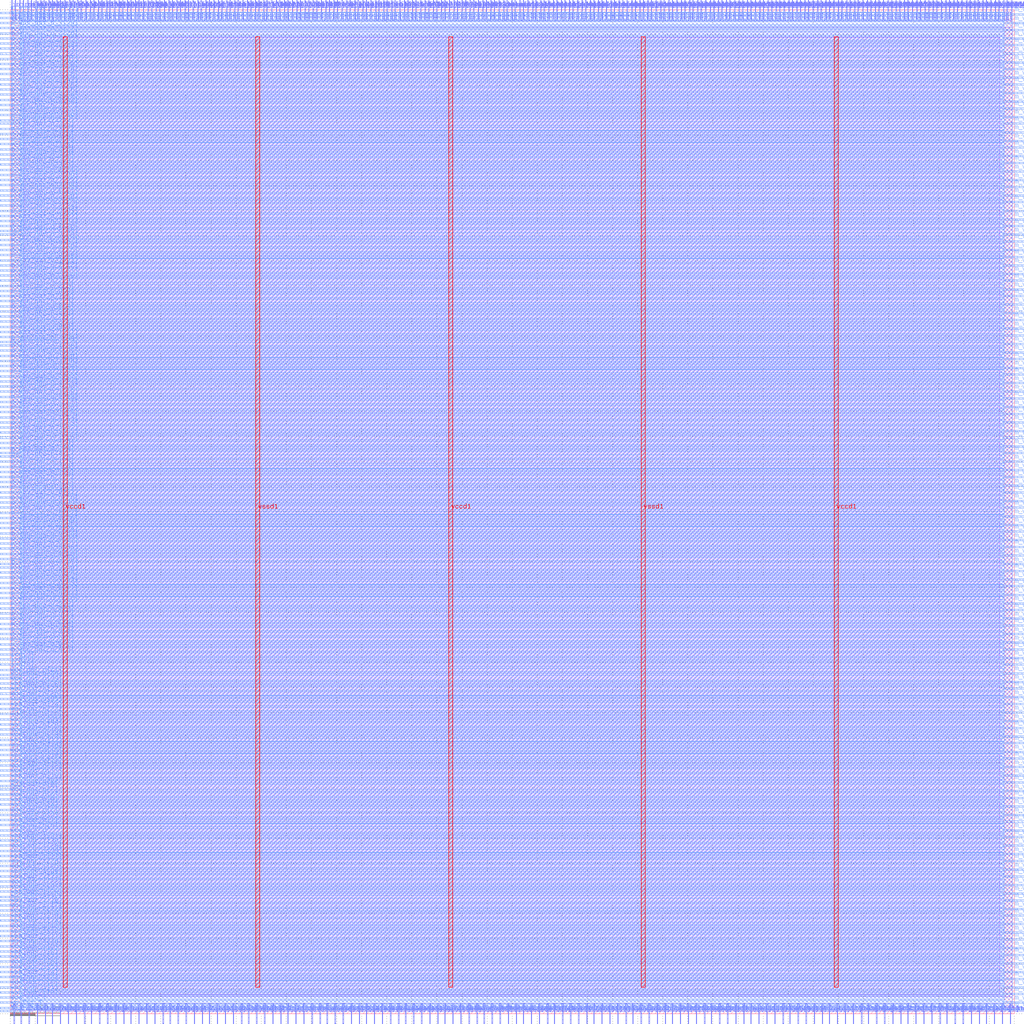
<source format=lef>
VERSION 5.7 ;
  NOWIREEXTENSIONATPIN ON ;
  DIVIDERCHAR "/" ;
  BUSBITCHARS "[]" ;
MACRO multiplex
  CLASS BLOCK ;
  FOREIGN multiplex ;
  ORIGIN 0.000 0.000 ;
  SIZE 400.000 BY 400.000 ;
  PIN io_in[0]
    DIRECTION INPUT ;
    USE SIGNAL ;
    PORT
      LAYER met2 ;
        RECT 0.550 396.000 0.830 404.000 ;
    END
  END io_in[0]
  PIN io_in[10]
    DIRECTION INPUT ;
    USE SIGNAL ;
    PORT
      LAYER met2 ;
        RECT 16.650 396.000 16.930 404.000 ;
    END
  END io_in[10]
  PIN io_in[11]
    DIRECTION INPUT ;
    USE SIGNAL ;
    PORT
      LAYER met2 ;
        RECT 18.490 396.000 18.770 404.000 ;
    END
  END io_in[11]
  PIN io_in[12]
    DIRECTION INPUT ;
    USE SIGNAL ;
    PORT
      LAYER met2 ;
        RECT 19.870 396.000 20.150 404.000 ;
    END
  END io_in[12]
  PIN io_in[13]
    DIRECTION INPUT ;
    USE SIGNAL ;
    PORT
      LAYER met2 ;
        RECT 21.710 396.000 21.990 404.000 ;
    END
  END io_in[13]
  PIN io_in[14]
    DIRECTION INPUT ;
    USE SIGNAL ;
    PORT
      LAYER met2 ;
        RECT 23.550 396.000 23.830 404.000 ;
    END
  END io_in[14]
  PIN io_in[15]
    DIRECTION INPUT ;
    USE SIGNAL ;
    PORT
      LAYER met2 ;
        RECT 24.930 396.000 25.210 404.000 ;
    END
  END io_in[15]
  PIN io_in[16]
    DIRECTION INPUT ;
    USE SIGNAL ;
    PORT
      LAYER met2 ;
        RECT 26.770 396.000 27.050 404.000 ;
    END
  END io_in[16]
  PIN io_in[17]
    DIRECTION INPUT ;
    USE SIGNAL ;
    PORT
      LAYER met2 ;
        RECT 28.150 396.000 28.430 404.000 ;
    END
  END io_in[17]
  PIN io_in[18]
    DIRECTION INPUT ;
    USE SIGNAL ;
    PORT
      LAYER met2 ;
        RECT 29.990 396.000 30.270 404.000 ;
    END
  END io_in[18]
  PIN io_in[19]
    DIRECTION INPUT ;
    USE SIGNAL ;
    PORT
      LAYER met2 ;
        RECT 31.830 396.000 32.110 404.000 ;
    END
  END io_in[19]
  PIN io_in[1]
    DIRECTION INPUT ;
    USE SIGNAL ;
    PORT
      LAYER met2 ;
        RECT 1.930 396.000 2.210 404.000 ;
    END
  END io_in[1]
  PIN io_in[20]
    DIRECTION INPUT ;
    USE SIGNAL ;
    PORT
      LAYER met2 ;
        RECT 33.210 396.000 33.490 404.000 ;
    END
  END io_in[20]
  PIN io_in[21]
    DIRECTION INPUT ;
    USE SIGNAL ;
    PORT
      LAYER met2 ;
        RECT 35.050 396.000 35.330 404.000 ;
    END
  END io_in[21]
  PIN io_in[22]
    DIRECTION INPUT ;
    USE SIGNAL ;
    PORT
      LAYER met2 ;
        RECT 36.430 396.000 36.710 404.000 ;
    END
  END io_in[22]
  PIN io_in[23]
    DIRECTION INPUT ;
    USE SIGNAL ;
    PORT
      LAYER met2 ;
        RECT 38.270 396.000 38.550 404.000 ;
    END
  END io_in[23]
  PIN io_in[24]
    DIRECTION INPUT ;
    USE SIGNAL ;
    PORT
      LAYER met2 ;
        RECT 39.650 396.000 39.930 404.000 ;
    END
  END io_in[24]
  PIN io_in[25]
    DIRECTION INPUT ;
    USE SIGNAL ;
    PORT
      LAYER met2 ;
        RECT 41.490 396.000 41.770 404.000 ;
    END
  END io_in[25]
  PIN io_in[26]
    DIRECTION INPUT ;
    USE SIGNAL ;
    PORT
      LAYER met2 ;
        RECT 43.330 396.000 43.610 404.000 ;
    END
  END io_in[26]
  PIN io_in[27]
    DIRECTION INPUT ;
    USE SIGNAL ;
    PORT
      LAYER met2 ;
        RECT 44.710 396.000 44.990 404.000 ;
    END
  END io_in[27]
  PIN io_in[28]
    DIRECTION INPUT ;
    USE SIGNAL ;
    PORT
      LAYER met2 ;
        RECT 46.550 396.000 46.830 404.000 ;
    END
  END io_in[28]
  PIN io_in[29]
    DIRECTION INPUT ;
    USE SIGNAL ;
    PORT
      LAYER met2 ;
        RECT 47.930 396.000 48.210 404.000 ;
    END
  END io_in[29]
  PIN io_in[2]
    DIRECTION INPUT ;
    USE SIGNAL ;
    PORT
      LAYER met2 ;
        RECT 3.770 396.000 4.050 404.000 ;
    END
  END io_in[2]
  PIN io_in[30]
    DIRECTION INPUT ;
    USE SIGNAL ;
    PORT
      LAYER met2 ;
        RECT 49.770 396.000 50.050 404.000 ;
    END
  END io_in[30]
  PIN io_in[31]
    DIRECTION INPUT ;
    USE SIGNAL ;
    PORT
      LAYER met2 ;
        RECT 51.150 396.000 51.430 404.000 ;
    END
  END io_in[31]
  PIN io_in[32]
    DIRECTION INPUT ;
    USE SIGNAL ;
    PORT
      LAYER met2 ;
        RECT 52.990 396.000 53.270 404.000 ;
    END
  END io_in[32]
  PIN io_in[33]
    DIRECTION INPUT ;
    USE SIGNAL ;
    PORT
      LAYER met2 ;
        RECT 54.830 396.000 55.110 404.000 ;
    END
  END io_in[33]
  PIN io_in[34]
    DIRECTION INPUT ;
    USE SIGNAL ;
    PORT
      LAYER met2 ;
        RECT 56.210 396.000 56.490 404.000 ;
    END
  END io_in[34]
  PIN io_in[35]
    DIRECTION INPUT ;
    USE SIGNAL ;
    PORT
      LAYER met2 ;
        RECT 58.050 396.000 58.330 404.000 ;
    END
  END io_in[35]
  PIN io_in[36]
    DIRECTION INPUT ;
    USE SIGNAL ;
    PORT
      LAYER met2 ;
        RECT 59.430 396.000 59.710 404.000 ;
    END
  END io_in[36]
  PIN io_in[37]
    DIRECTION INPUT ;
    USE SIGNAL ;
    PORT
      LAYER met2 ;
        RECT 61.270 396.000 61.550 404.000 ;
    END
  END io_in[37]
  PIN io_in[3]
    DIRECTION INPUT ;
    USE SIGNAL ;
    PORT
      LAYER met2 ;
        RECT 5.150 396.000 5.430 404.000 ;
    END
  END io_in[3]
  PIN io_in[4]
    DIRECTION INPUT ;
    USE SIGNAL ;
    PORT
      LAYER met2 ;
        RECT 6.990 396.000 7.270 404.000 ;
    END
  END io_in[4]
  PIN io_in[5]
    DIRECTION INPUT ;
    USE SIGNAL ;
    PORT
      LAYER met2 ;
        RECT 8.370 396.000 8.650 404.000 ;
    END
  END io_in[5]
  PIN io_in[6]
    DIRECTION INPUT ;
    USE SIGNAL ;
    PORT
      LAYER met2 ;
        RECT 10.210 396.000 10.490 404.000 ;
    END
  END io_in[6]
  PIN io_in[7]
    DIRECTION INPUT ;
    USE SIGNAL ;
    PORT
      LAYER met2 ;
        RECT 12.050 396.000 12.330 404.000 ;
    END
  END io_in[7]
  PIN io_in[8]
    DIRECTION INPUT ;
    USE SIGNAL ;
    PORT
      LAYER met2 ;
        RECT 13.430 396.000 13.710 404.000 ;
    END
  END io_in[8]
  PIN io_in[9]
    DIRECTION INPUT ;
    USE SIGNAL ;
    PORT
      LAYER met2 ;
        RECT 15.270 396.000 15.550 404.000 ;
    END
  END io_in[9]
  PIN io_oeb[0]
    DIRECTION OUTPUT TRISTATE ;
    USE SIGNAL ;
    PORT
      LAYER met2 ;
        RECT 125.670 396.000 125.950 404.000 ;
    END
  END io_oeb[0]
  PIN io_oeb[10]
    DIRECTION OUTPUT TRISTATE ;
    USE SIGNAL ;
    PORT
      LAYER met2 ;
        RECT 141.770 396.000 142.050 404.000 ;
    END
  END io_oeb[10]
  PIN io_oeb[11]
    DIRECTION OUTPUT TRISTATE ;
    USE SIGNAL ;
    PORT
      LAYER met2 ;
        RECT 143.610 396.000 143.890 404.000 ;
    END
  END io_oeb[11]
  PIN io_oeb[12]
    DIRECTION OUTPUT TRISTATE ;
    USE SIGNAL ;
    PORT
      LAYER met2 ;
        RECT 145.450 396.000 145.730 404.000 ;
    END
  END io_oeb[12]
  PIN io_oeb[13]
    DIRECTION OUTPUT TRISTATE ;
    USE SIGNAL ;
    PORT
      LAYER met2 ;
        RECT 146.830 396.000 147.110 404.000 ;
    END
  END io_oeb[13]
  PIN io_oeb[14]
    DIRECTION OUTPUT TRISTATE ;
    USE SIGNAL ;
    PORT
      LAYER met2 ;
        RECT 148.670 396.000 148.950 404.000 ;
    END
  END io_oeb[14]
  PIN io_oeb[15]
    DIRECTION OUTPUT TRISTATE ;
    USE SIGNAL ;
    PORT
      LAYER met2 ;
        RECT 150.050 396.000 150.330 404.000 ;
    END
  END io_oeb[15]
  PIN io_oeb[16]
    DIRECTION OUTPUT TRISTATE ;
    USE SIGNAL ;
    PORT
      LAYER met2 ;
        RECT 151.890 396.000 152.170 404.000 ;
    END
  END io_oeb[16]
  PIN io_oeb[17]
    DIRECTION OUTPUT TRISTATE ;
    USE SIGNAL ;
    PORT
      LAYER met2 ;
        RECT 153.270 396.000 153.550 404.000 ;
    END
  END io_oeb[17]
  PIN io_oeb[18]
    DIRECTION OUTPUT TRISTATE ;
    USE SIGNAL ;
    PORT
      LAYER met2 ;
        RECT 155.110 396.000 155.390 404.000 ;
    END
  END io_oeb[18]
  PIN io_oeb[19]
    DIRECTION OUTPUT TRISTATE ;
    USE SIGNAL ;
    PORT
      LAYER met2 ;
        RECT 156.950 396.000 157.230 404.000 ;
    END
  END io_oeb[19]
  PIN io_oeb[1]
    DIRECTION OUTPUT TRISTATE ;
    USE SIGNAL ;
    PORT
      LAYER met2 ;
        RECT 127.050 396.000 127.330 404.000 ;
    END
  END io_oeb[1]
  PIN io_oeb[20]
    DIRECTION OUTPUT TRISTATE ;
    USE SIGNAL ;
    PORT
      LAYER met2 ;
        RECT 158.330 396.000 158.610 404.000 ;
    END
  END io_oeb[20]
  PIN io_oeb[21]
    DIRECTION OUTPUT TRISTATE ;
    USE SIGNAL ;
    PORT
      LAYER met2 ;
        RECT 160.170 396.000 160.450 404.000 ;
    END
  END io_oeb[21]
  PIN io_oeb[22]
    DIRECTION OUTPUT TRISTATE ;
    USE SIGNAL ;
    PORT
      LAYER met2 ;
        RECT 161.550 396.000 161.830 404.000 ;
    END
  END io_oeb[22]
  PIN io_oeb[23]
    DIRECTION OUTPUT TRISTATE ;
    USE SIGNAL ;
    PORT
      LAYER met2 ;
        RECT 163.390 396.000 163.670 404.000 ;
    END
  END io_oeb[23]
  PIN io_oeb[24]
    DIRECTION OUTPUT TRISTATE ;
    USE SIGNAL ;
    PORT
      LAYER met2 ;
        RECT 165.230 396.000 165.510 404.000 ;
    END
  END io_oeb[24]
  PIN io_oeb[25]
    DIRECTION OUTPUT TRISTATE ;
    USE SIGNAL ;
    PORT
      LAYER met2 ;
        RECT 166.610 396.000 166.890 404.000 ;
    END
  END io_oeb[25]
  PIN io_oeb[26]
    DIRECTION OUTPUT TRISTATE ;
    USE SIGNAL ;
    PORT
      LAYER met2 ;
        RECT 168.450 396.000 168.730 404.000 ;
    END
  END io_oeb[26]
  PIN io_oeb[27]
    DIRECTION OUTPUT TRISTATE ;
    USE SIGNAL ;
    PORT
      LAYER met2 ;
        RECT 169.830 396.000 170.110 404.000 ;
    END
  END io_oeb[27]
  PIN io_oeb[28]
    DIRECTION OUTPUT TRISTATE ;
    USE SIGNAL ;
    PORT
      LAYER met2 ;
        RECT 171.670 396.000 171.950 404.000 ;
    END
  END io_oeb[28]
  PIN io_oeb[29]
    DIRECTION OUTPUT TRISTATE ;
    USE SIGNAL ;
    PORT
      LAYER met2 ;
        RECT 173.050 396.000 173.330 404.000 ;
    END
  END io_oeb[29]
  PIN io_oeb[2]
    DIRECTION OUTPUT TRISTATE ;
    USE SIGNAL ;
    PORT
      LAYER met2 ;
        RECT 128.890 396.000 129.170 404.000 ;
    END
  END io_oeb[2]
  PIN io_oeb[30]
    DIRECTION OUTPUT TRISTATE ;
    USE SIGNAL ;
    PORT
      LAYER met2 ;
        RECT 174.890 396.000 175.170 404.000 ;
    END
  END io_oeb[30]
  PIN io_oeb[31]
    DIRECTION OUTPUT TRISTATE ;
    USE SIGNAL ;
    PORT
      LAYER met2 ;
        RECT 176.730 396.000 177.010 404.000 ;
    END
  END io_oeb[31]
  PIN io_oeb[32]
    DIRECTION OUTPUT TRISTATE ;
    USE SIGNAL ;
    PORT
      LAYER met2 ;
        RECT 178.110 396.000 178.390 404.000 ;
    END
  END io_oeb[32]
  PIN io_oeb[33]
    DIRECTION OUTPUT TRISTATE ;
    USE SIGNAL ;
    PORT
      LAYER met2 ;
        RECT 179.950 396.000 180.230 404.000 ;
    END
  END io_oeb[33]
  PIN io_oeb[34]
    DIRECTION OUTPUT TRISTATE ;
    USE SIGNAL ;
    PORT
      LAYER met2 ;
        RECT 181.330 396.000 181.610 404.000 ;
    END
  END io_oeb[34]
  PIN io_oeb[35]
    DIRECTION OUTPUT TRISTATE ;
    USE SIGNAL ;
    PORT
      LAYER met2 ;
        RECT 183.170 396.000 183.450 404.000 ;
    END
  END io_oeb[35]
  PIN io_oeb[36]
    DIRECTION OUTPUT TRISTATE ;
    USE SIGNAL ;
    PORT
      LAYER met2 ;
        RECT 184.550 396.000 184.830 404.000 ;
    END
  END io_oeb[36]
  PIN io_oeb[37]
    DIRECTION OUTPUT TRISTATE ;
    USE SIGNAL ;
    PORT
      LAYER met2 ;
        RECT 186.390 396.000 186.670 404.000 ;
    END
  END io_oeb[37]
  PIN io_oeb[3]
    DIRECTION OUTPUT TRISTATE ;
    USE SIGNAL ;
    PORT
      LAYER met2 ;
        RECT 130.270 396.000 130.550 404.000 ;
    END
  END io_oeb[3]
  PIN io_oeb[4]
    DIRECTION OUTPUT TRISTATE ;
    USE SIGNAL ;
    PORT
      LAYER met2 ;
        RECT 132.110 396.000 132.390 404.000 ;
    END
  END io_oeb[4]
  PIN io_oeb[5]
    DIRECTION OUTPUT TRISTATE ;
    USE SIGNAL ;
    PORT
      LAYER met2 ;
        RECT 133.950 396.000 134.230 404.000 ;
    END
  END io_oeb[5]
  PIN io_oeb[6]
    DIRECTION OUTPUT TRISTATE ;
    USE SIGNAL ;
    PORT
      LAYER met2 ;
        RECT 135.330 396.000 135.610 404.000 ;
    END
  END io_oeb[6]
  PIN io_oeb[7]
    DIRECTION OUTPUT TRISTATE ;
    USE SIGNAL ;
    PORT
      LAYER met2 ;
        RECT 137.170 396.000 137.450 404.000 ;
    END
  END io_oeb[7]
  PIN io_oeb[8]
    DIRECTION OUTPUT TRISTATE ;
    USE SIGNAL ;
    PORT
      LAYER met2 ;
        RECT 138.550 396.000 138.830 404.000 ;
    END
  END io_oeb[8]
  PIN io_oeb[9]
    DIRECTION OUTPUT TRISTATE ;
    USE SIGNAL ;
    PORT
      LAYER met2 ;
        RECT 140.390 396.000 140.670 404.000 ;
    END
  END io_oeb[9]
  PIN io_out[0]
    DIRECTION OUTPUT TRISTATE ;
    USE SIGNAL ;
    PORT
      LAYER met2 ;
        RECT 63.110 396.000 63.390 404.000 ;
    END
  END io_out[0]
  PIN io_out[10]
    DIRECTION OUTPUT TRISTATE ;
    USE SIGNAL ;
    PORT
      LAYER met2 ;
        RECT 79.210 396.000 79.490 404.000 ;
    END
  END io_out[10]
  PIN io_out[11]
    DIRECTION OUTPUT TRISTATE ;
    USE SIGNAL ;
    PORT
      LAYER met2 ;
        RECT 81.050 396.000 81.330 404.000 ;
    END
  END io_out[11]
  PIN io_out[12]
    DIRECTION OUTPUT TRISTATE ;
    USE SIGNAL ;
    PORT
      LAYER met2 ;
        RECT 82.890 396.000 83.170 404.000 ;
    END
  END io_out[12]
  PIN io_out[13]
    DIRECTION OUTPUT TRISTATE ;
    USE SIGNAL ;
    PORT
      LAYER met2 ;
        RECT 84.270 396.000 84.550 404.000 ;
    END
  END io_out[13]
  PIN io_out[14]
    DIRECTION OUTPUT TRISTATE ;
    USE SIGNAL ;
    PORT
      LAYER met2 ;
        RECT 86.110 396.000 86.390 404.000 ;
    END
  END io_out[14]
  PIN io_out[15]
    DIRECTION OUTPUT TRISTATE ;
    USE SIGNAL ;
    PORT
      LAYER met2 ;
        RECT 87.490 396.000 87.770 404.000 ;
    END
  END io_out[15]
  PIN io_out[16]
    DIRECTION OUTPUT TRISTATE ;
    USE SIGNAL ;
    PORT
      LAYER met2 ;
        RECT 89.330 396.000 89.610 404.000 ;
    END
  END io_out[16]
  PIN io_out[17]
    DIRECTION OUTPUT TRISTATE ;
    USE SIGNAL ;
    PORT
      LAYER met2 ;
        RECT 90.710 396.000 90.990 404.000 ;
    END
  END io_out[17]
  PIN io_out[18]
    DIRECTION OUTPUT TRISTATE ;
    USE SIGNAL ;
    PORT
      LAYER met2 ;
        RECT 92.550 396.000 92.830 404.000 ;
    END
  END io_out[18]
  PIN io_out[19]
    DIRECTION OUTPUT TRISTATE ;
    USE SIGNAL ;
    PORT
      LAYER met2 ;
        RECT 94.390 396.000 94.670 404.000 ;
    END
  END io_out[19]
  PIN io_out[1]
    DIRECTION OUTPUT TRISTATE ;
    USE SIGNAL ;
    PORT
      LAYER met2 ;
        RECT 64.490 396.000 64.770 404.000 ;
    END
  END io_out[1]
  PIN io_out[20]
    DIRECTION OUTPUT TRISTATE ;
    USE SIGNAL ;
    PORT
      LAYER met2 ;
        RECT 95.770 396.000 96.050 404.000 ;
    END
  END io_out[20]
  PIN io_out[21]
    DIRECTION OUTPUT TRISTATE ;
    USE SIGNAL ;
    PORT
      LAYER met2 ;
        RECT 97.610 396.000 97.890 404.000 ;
    END
  END io_out[21]
  PIN io_out[22]
    DIRECTION OUTPUT TRISTATE ;
    USE SIGNAL ;
    PORT
      LAYER met2 ;
        RECT 98.990 396.000 99.270 404.000 ;
    END
  END io_out[22]
  PIN io_out[23]
    DIRECTION OUTPUT TRISTATE ;
    USE SIGNAL ;
    PORT
      LAYER met2 ;
        RECT 100.830 396.000 101.110 404.000 ;
    END
  END io_out[23]
  PIN io_out[24]
    DIRECTION OUTPUT TRISTATE ;
    USE SIGNAL ;
    PORT
      LAYER met2 ;
        RECT 102.210 396.000 102.490 404.000 ;
    END
  END io_out[24]
  PIN io_out[25]
    DIRECTION OUTPUT TRISTATE ;
    USE SIGNAL ;
    PORT
      LAYER met2 ;
        RECT 104.050 396.000 104.330 404.000 ;
    END
  END io_out[25]
  PIN io_out[26]
    DIRECTION OUTPUT TRISTATE ;
    USE SIGNAL ;
    PORT
      LAYER met2 ;
        RECT 105.890 396.000 106.170 404.000 ;
    END
  END io_out[26]
  PIN io_out[27]
    DIRECTION OUTPUT TRISTATE ;
    USE SIGNAL ;
    PORT
      LAYER met2 ;
        RECT 107.270 396.000 107.550 404.000 ;
    END
  END io_out[27]
  PIN io_out[28]
    DIRECTION OUTPUT TRISTATE ;
    USE SIGNAL ;
    PORT
      LAYER met2 ;
        RECT 109.110 396.000 109.390 404.000 ;
    END
  END io_out[28]
  PIN io_out[29]
    DIRECTION OUTPUT TRISTATE ;
    USE SIGNAL ;
    PORT
      LAYER met2 ;
        RECT 110.490 396.000 110.770 404.000 ;
    END
  END io_out[29]
  PIN io_out[2]
    DIRECTION OUTPUT TRISTATE ;
    USE SIGNAL ;
    PORT
      LAYER met2 ;
        RECT 66.330 396.000 66.610 404.000 ;
    END
  END io_out[2]
  PIN io_out[30]
    DIRECTION OUTPUT TRISTATE ;
    USE SIGNAL ;
    PORT
      LAYER met2 ;
        RECT 112.330 396.000 112.610 404.000 ;
    END
  END io_out[30]
  PIN io_out[31]
    DIRECTION OUTPUT TRISTATE ;
    USE SIGNAL ;
    PORT
      LAYER met2 ;
        RECT 114.170 396.000 114.450 404.000 ;
    END
  END io_out[31]
  PIN io_out[32]
    DIRECTION OUTPUT TRISTATE ;
    USE SIGNAL ;
    PORT
      LAYER met2 ;
        RECT 115.550 396.000 115.830 404.000 ;
    END
  END io_out[32]
  PIN io_out[33]
    DIRECTION OUTPUT TRISTATE ;
    USE SIGNAL ;
    PORT
      LAYER met2 ;
        RECT 117.390 396.000 117.670 404.000 ;
    END
  END io_out[33]
  PIN io_out[34]
    DIRECTION OUTPUT TRISTATE ;
    USE SIGNAL ;
    PORT
      LAYER met2 ;
        RECT 118.770 396.000 119.050 404.000 ;
    END
  END io_out[34]
  PIN io_out[35]
    DIRECTION OUTPUT TRISTATE ;
    USE SIGNAL ;
    PORT
      LAYER met2 ;
        RECT 120.610 396.000 120.890 404.000 ;
    END
  END io_out[35]
  PIN io_out[36]
    DIRECTION OUTPUT TRISTATE ;
    USE SIGNAL ;
    PORT
      LAYER met2 ;
        RECT 121.990 396.000 122.270 404.000 ;
    END
  END io_out[36]
  PIN io_out[37]
    DIRECTION OUTPUT TRISTATE ;
    USE SIGNAL ;
    PORT
      LAYER met2 ;
        RECT 123.830 396.000 124.110 404.000 ;
    END
  END io_out[37]
  PIN io_out[3]
    DIRECTION OUTPUT TRISTATE ;
    USE SIGNAL ;
    PORT
      LAYER met2 ;
        RECT 67.710 396.000 67.990 404.000 ;
    END
  END io_out[3]
  PIN io_out[4]
    DIRECTION OUTPUT TRISTATE ;
    USE SIGNAL ;
    PORT
      LAYER met2 ;
        RECT 69.550 396.000 69.830 404.000 ;
    END
  END io_out[4]
  PIN io_out[5]
    DIRECTION OUTPUT TRISTATE ;
    USE SIGNAL ;
    PORT
      LAYER met2 ;
        RECT 70.930 396.000 71.210 404.000 ;
    END
  END io_out[5]
  PIN io_out[6]
    DIRECTION OUTPUT TRISTATE ;
    USE SIGNAL ;
    PORT
      LAYER met2 ;
        RECT 72.770 396.000 73.050 404.000 ;
    END
  END io_out[6]
  PIN io_out[7]
    DIRECTION OUTPUT TRISTATE ;
    USE SIGNAL ;
    PORT
      LAYER met2 ;
        RECT 74.610 396.000 74.890 404.000 ;
    END
  END io_out[7]
  PIN io_out[8]
    DIRECTION OUTPUT TRISTATE ;
    USE SIGNAL ;
    PORT
      LAYER met2 ;
        RECT 75.990 396.000 76.270 404.000 ;
    END
  END io_out[8]
  PIN io_out[9]
    DIRECTION OUTPUT TRISTATE ;
    USE SIGNAL ;
    PORT
      LAYER met2 ;
        RECT 77.830 396.000 78.110 404.000 ;
    END
  END io_out[9]
  PIN irq[0]
    DIRECTION OUTPUT TRISTATE ;
    USE SIGNAL ;
    PORT
      LAYER met3 ;
        RECT -4.000 136.720 4.000 137.320 ;
    END
  END irq[0]
  PIN irq[1]
    DIRECTION OUTPUT TRISTATE ;
    USE SIGNAL ;
    PORT
      LAYER met3 ;
        RECT -4.000 138.760 4.000 139.360 ;
    END
  END irq[1]
  PIN irq[2]
    DIRECTION OUTPUT TRISTATE ;
    USE SIGNAL ;
    PORT
      LAYER met3 ;
        RECT -4.000 140.800 4.000 141.400 ;
    END
  END irq[2]
  PIN la_data_out[0]
    DIRECTION OUTPUT TRISTATE ;
    USE SIGNAL ;
    PORT
      LAYER met2 ;
        RECT 1.470 -4.000 1.750 4.000 ;
    END
  END la_data_out[0]
  PIN la_data_out[100]
    DIRECTION OUTPUT TRISTATE ;
    USE SIGNAL ;
    PORT
      LAYER met2 ;
        RECT 313.810 -4.000 314.090 4.000 ;
    END
  END la_data_out[100]
  PIN la_data_out[101]
    DIRECTION OUTPUT TRISTATE ;
    USE SIGNAL ;
    PORT
      LAYER met2 ;
        RECT 317.030 -4.000 317.310 4.000 ;
    END
  END la_data_out[101]
  PIN la_data_out[102]
    DIRECTION OUTPUT TRISTATE ;
    USE SIGNAL ;
    PORT
      LAYER met2 ;
        RECT 320.250 -4.000 320.530 4.000 ;
    END
  END la_data_out[102]
  PIN la_data_out[103]
    DIRECTION OUTPUT TRISTATE ;
    USE SIGNAL ;
    PORT
      LAYER met2 ;
        RECT 323.470 -4.000 323.750 4.000 ;
    END
  END la_data_out[103]
  PIN la_data_out[104]
    DIRECTION OUTPUT TRISTATE ;
    USE SIGNAL ;
    PORT
      LAYER met2 ;
        RECT 326.230 -4.000 326.510 4.000 ;
    END
  END la_data_out[104]
  PIN la_data_out[105]
    DIRECTION OUTPUT TRISTATE ;
    USE SIGNAL ;
    PORT
      LAYER met2 ;
        RECT 329.450 -4.000 329.730 4.000 ;
    END
  END la_data_out[105]
  PIN la_data_out[106]
    DIRECTION OUTPUT TRISTATE ;
    USE SIGNAL ;
    PORT
      LAYER met2 ;
        RECT 332.670 -4.000 332.950 4.000 ;
    END
  END la_data_out[106]
  PIN la_data_out[107]
    DIRECTION OUTPUT TRISTATE ;
    USE SIGNAL ;
    PORT
      LAYER met2 ;
        RECT 335.890 -4.000 336.170 4.000 ;
    END
  END la_data_out[107]
  PIN la_data_out[108]
    DIRECTION OUTPUT TRISTATE ;
    USE SIGNAL ;
    PORT
      LAYER met2 ;
        RECT 339.110 -4.000 339.390 4.000 ;
    END
  END la_data_out[108]
  PIN la_data_out[109]
    DIRECTION OUTPUT TRISTATE ;
    USE SIGNAL ;
    PORT
      LAYER met2 ;
        RECT 341.870 -4.000 342.150 4.000 ;
    END
  END la_data_out[109]
  PIN la_data_out[10]
    DIRECTION OUTPUT TRISTATE ;
    USE SIGNAL ;
    PORT
      LAYER met2 ;
        RECT 32.290 -4.000 32.570 4.000 ;
    END
  END la_data_out[10]
  PIN la_data_out[110]
    DIRECTION OUTPUT TRISTATE ;
    USE SIGNAL ;
    PORT
      LAYER met2 ;
        RECT 345.090 -4.000 345.370 4.000 ;
    END
  END la_data_out[110]
  PIN la_data_out[111]
    DIRECTION OUTPUT TRISTATE ;
    USE SIGNAL ;
    PORT
      LAYER met2 ;
        RECT 348.310 -4.000 348.590 4.000 ;
    END
  END la_data_out[111]
  PIN la_data_out[112]
    DIRECTION OUTPUT TRISTATE ;
    USE SIGNAL ;
    PORT
      LAYER met2 ;
        RECT 351.530 -4.000 351.810 4.000 ;
    END
  END la_data_out[112]
  PIN la_data_out[113]
    DIRECTION OUTPUT TRISTATE ;
    USE SIGNAL ;
    PORT
      LAYER met2 ;
        RECT 354.750 -4.000 355.030 4.000 ;
    END
  END la_data_out[113]
  PIN la_data_out[114]
    DIRECTION OUTPUT TRISTATE ;
    USE SIGNAL ;
    PORT
      LAYER met2 ;
        RECT 357.510 -4.000 357.790 4.000 ;
    END
  END la_data_out[114]
  PIN la_data_out[115]
    DIRECTION OUTPUT TRISTATE ;
    USE SIGNAL ;
    PORT
      LAYER met2 ;
        RECT 360.730 -4.000 361.010 4.000 ;
    END
  END la_data_out[115]
  PIN la_data_out[116]
    DIRECTION OUTPUT TRISTATE ;
    USE SIGNAL ;
    PORT
      LAYER met2 ;
        RECT 363.950 -4.000 364.230 4.000 ;
    END
  END la_data_out[116]
  PIN la_data_out[117]
    DIRECTION OUTPUT TRISTATE ;
    USE SIGNAL ;
    PORT
      LAYER met2 ;
        RECT 367.170 -4.000 367.450 4.000 ;
    END
  END la_data_out[117]
  PIN la_data_out[118]
    DIRECTION OUTPUT TRISTATE ;
    USE SIGNAL ;
    PORT
      LAYER met2 ;
        RECT 370.390 -4.000 370.670 4.000 ;
    END
  END la_data_out[118]
  PIN la_data_out[119]
    DIRECTION OUTPUT TRISTATE ;
    USE SIGNAL ;
    PORT
      LAYER met2 ;
        RECT 373.150 -4.000 373.430 4.000 ;
    END
  END la_data_out[119]
  PIN la_data_out[11]
    DIRECTION OUTPUT TRISTATE ;
    USE SIGNAL ;
    PORT
      LAYER met2 ;
        RECT 35.510 -4.000 35.790 4.000 ;
    END
  END la_data_out[11]
  PIN la_data_out[120]
    DIRECTION OUTPUT TRISTATE ;
    USE SIGNAL ;
    PORT
      LAYER met2 ;
        RECT 376.370 -4.000 376.650 4.000 ;
    END
  END la_data_out[120]
  PIN la_data_out[121]
    DIRECTION OUTPUT TRISTATE ;
    USE SIGNAL ;
    PORT
      LAYER met2 ;
        RECT 379.590 -4.000 379.870 4.000 ;
    END
  END la_data_out[121]
  PIN la_data_out[122]
    DIRECTION OUTPUT TRISTATE ;
    USE SIGNAL ;
    PORT
      LAYER met2 ;
        RECT 382.810 -4.000 383.090 4.000 ;
    END
  END la_data_out[122]
  PIN la_data_out[123]
    DIRECTION OUTPUT TRISTATE ;
    USE SIGNAL ;
    PORT
      LAYER met2 ;
        RECT 386.030 -4.000 386.310 4.000 ;
    END
  END la_data_out[123]
  PIN la_data_out[124]
    DIRECTION OUTPUT TRISTATE ;
    USE SIGNAL ;
    PORT
      LAYER met2 ;
        RECT 388.790 -4.000 389.070 4.000 ;
    END
  END la_data_out[124]
  PIN la_data_out[125]
    DIRECTION OUTPUT TRISTATE ;
    USE SIGNAL ;
    PORT
      LAYER met2 ;
        RECT 392.010 -4.000 392.290 4.000 ;
    END
  END la_data_out[125]
  PIN la_data_out[126]
    DIRECTION OUTPUT TRISTATE ;
    USE SIGNAL ;
    PORT
      LAYER met2 ;
        RECT 395.230 -4.000 395.510 4.000 ;
    END
  END la_data_out[126]
  PIN la_data_out[127]
    DIRECTION OUTPUT TRISTATE ;
    USE SIGNAL ;
    PORT
      LAYER met2 ;
        RECT 398.450 -4.000 398.730 4.000 ;
    END
  END la_data_out[127]
  PIN la_data_out[12]
    DIRECTION OUTPUT TRISTATE ;
    USE SIGNAL ;
    PORT
      LAYER met2 ;
        RECT 38.730 -4.000 39.010 4.000 ;
    END
  END la_data_out[12]
  PIN la_data_out[13]
    DIRECTION OUTPUT TRISTATE ;
    USE SIGNAL ;
    PORT
      LAYER met2 ;
        RECT 41.950 -4.000 42.230 4.000 ;
    END
  END la_data_out[13]
  PIN la_data_out[14]
    DIRECTION OUTPUT TRISTATE ;
    USE SIGNAL ;
    PORT
      LAYER met2 ;
        RECT 45.170 -4.000 45.450 4.000 ;
    END
  END la_data_out[14]
  PIN la_data_out[15]
    DIRECTION OUTPUT TRISTATE ;
    USE SIGNAL ;
    PORT
      LAYER met2 ;
        RECT 47.930 -4.000 48.210 4.000 ;
    END
  END la_data_out[15]
  PIN la_data_out[16]
    DIRECTION OUTPUT TRISTATE ;
    USE SIGNAL ;
    PORT
      LAYER met2 ;
        RECT 51.150 -4.000 51.430 4.000 ;
    END
  END la_data_out[16]
  PIN la_data_out[17]
    DIRECTION OUTPUT TRISTATE ;
    USE SIGNAL ;
    PORT
      LAYER met2 ;
        RECT 54.370 -4.000 54.650 4.000 ;
    END
  END la_data_out[17]
  PIN la_data_out[18]
    DIRECTION OUTPUT TRISTATE ;
    USE SIGNAL ;
    PORT
      LAYER met2 ;
        RECT 57.590 -4.000 57.870 4.000 ;
    END
  END la_data_out[18]
  PIN la_data_out[19]
    DIRECTION OUTPUT TRISTATE ;
    USE SIGNAL ;
    PORT
      LAYER met2 ;
        RECT 60.810 -4.000 61.090 4.000 ;
    END
  END la_data_out[19]
  PIN la_data_out[1]
    DIRECTION OUTPUT TRISTATE ;
    USE SIGNAL ;
    PORT
      LAYER met2 ;
        RECT 4.230 -4.000 4.510 4.000 ;
    END
  END la_data_out[1]
  PIN la_data_out[20]
    DIRECTION OUTPUT TRISTATE ;
    USE SIGNAL ;
    PORT
      LAYER met2 ;
        RECT 63.570 -4.000 63.850 4.000 ;
    END
  END la_data_out[20]
  PIN la_data_out[21]
    DIRECTION OUTPUT TRISTATE ;
    USE SIGNAL ;
    PORT
      LAYER met2 ;
        RECT 66.790 -4.000 67.070 4.000 ;
    END
  END la_data_out[21]
  PIN la_data_out[22]
    DIRECTION OUTPUT TRISTATE ;
    USE SIGNAL ;
    PORT
      LAYER met2 ;
        RECT 70.010 -4.000 70.290 4.000 ;
    END
  END la_data_out[22]
  PIN la_data_out[23]
    DIRECTION OUTPUT TRISTATE ;
    USE SIGNAL ;
    PORT
      LAYER met2 ;
        RECT 73.230 -4.000 73.510 4.000 ;
    END
  END la_data_out[23]
  PIN la_data_out[24]
    DIRECTION OUTPUT TRISTATE ;
    USE SIGNAL ;
    PORT
      LAYER met2 ;
        RECT 76.450 -4.000 76.730 4.000 ;
    END
  END la_data_out[24]
  PIN la_data_out[25]
    DIRECTION OUTPUT TRISTATE ;
    USE SIGNAL ;
    PORT
      LAYER met2 ;
        RECT 79.210 -4.000 79.490 4.000 ;
    END
  END la_data_out[25]
  PIN la_data_out[26]
    DIRECTION OUTPUT TRISTATE ;
    USE SIGNAL ;
    PORT
      LAYER met2 ;
        RECT 82.430 -4.000 82.710 4.000 ;
    END
  END la_data_out[26]
  PIN la_data_out[27]
    DIRECTION OUTPUT TRISTATE ;
    USE SIGNAL ;
    PORT
      LAYER met2 ;
        RECT 85.650 -4.000 85.930 4.000 ;
    END
  END la_data_out[27]
  PIN la_data_out[28]
    DIRECTION OUTPUT TRISTATE ;
    USE SIGNAL ;
    PORT
      LAYER met2 ;
        RECT 88.870 -4.000 89.150 4.000 ;
    END
  END la_data_out[28]
  PIN la_data_out[29]
    DIRECTION OUTPUT TRISTATE ;
    USE SIGNAL ;
    PORT
      LAYER met2 ;
        RECT 92.090 -4.000 92.370 4.000 ;
    END
  END la_data_out[29]
  PIN la_data_out[2]
    DIRECTION OUTPUT TRISTATE ;
    USE SIGNAL ;
    PORT
      LAYER met2 ;
        RECT 7.450 -4.000 7.730 4.000 ;
    END
  END la_data_out[2]
  PIN la_data_out[30]
    DIRECTION OUTPUT TRISTATE ;
    USE SIGNAL ;
    PORT
      LAYER met2 ;
        RECT 94.850 -4.000 95.130 4.000 ;
    END
  END la_data_out[30]
  PIN la_data_out[31]
    DIRECTION OUTPUT TRISTATE ;
    USE SIGNAL ;
    PORT
      LAYER met2 ;
        RECT 98.070 -4.000 98.350 4.000 ;
    END
  END la_data_out[31]
  PIN la_data_out[32]
    DIRECTION OUTPUT TRISTATE ;
    USE SIGNAL ;
    PORT
      LAYER met2 ;
        RECT 101.290 -4.000 101.570 4.000 ;
    END
  END la_data_out[32]
  PIN la_data_out[33]
    DIRECTION OUTPUT TRISTATE ;
    USE SIGNAL ;
    PORT
      LAYER met2 ;
        RECT 104.510 -4.000 104.790 4.000 ;
    END
  END la_data_out[33]
  PIN la_data_out[34]
    DIRECTION OUTPUT TRISTATE ;
    USE SIGNAL ;
    PORT
      LAYER met2 ;
        RECT 107.730 -4.000 108.010 4.000 ;
    END
  END la_data_out[34]
  PIN la_data_out[35]
    DIRECTION OUTPUT TRISTATE ;
    USE SIGNAL ;
    PORT
      LAYER met2 ;
        RECT 110.490 -4.000 110.770 4.000 ;
    END
  END la_data_out[35]
  PIN la_data_out[36]
    DIRECTION OUTPUT TRISTATE ;
    USE SIGNAL ;
    PORT
      LAYER met2 ;
        RECT 113.710 -4.000 113.990 4.000 ;
    END
  END la_data_out[36]
  PIN la_data_out[37]
    DIRECTION OUTPUT TRISTATE ;
    USE SIGNAL ;
    PORT
      LAYER met2 ;
        RECT 116.930 -4.000 117.210 4.000 ;
    END
  END la_data_out[37]
  PIN la_data_out[38]
    DIRECTION OUTPUT TRISTATE ;
    USE SIGNAL ;
    PORT
      LAYER met2 ;
        RECT 120.150 -4.000 120.430 4.000 ;
    END
  END la_data_out[38]
  PIN la_data_out[39]
    DIRECTION OUTPUT TRISTATE ;
    USE SIGNAL ;
    PORT
      LAYER met2 ;
        RECT 123.370 -4.000 123.650 4.000 ;
    END
  END la_data_out[39]
  PIN la_data_out[3]
    DIRECTION OUTPUT TRISTATE ;
    USE SIGNAL ;
    PORT
      LAYER met2 ;
        RECT 10.670 -4.000 10.950 4.000 ;
    END
  END la_data_out[3]
  PIN la_data_out[40]
    DIRECTION OUTPUT TRISTATE ;
    USE SIGNAL ;
    PORT
      LAYER met2 ;
        RECT 126.130 -4.000 126.410 4.000 ;
    END
  END la_data_out[40]
  PIN la_data_out[41]
    DIRECTION OUTPUT TRISTATE ;
    USE SIGNAL ;
    PORT
      LAYER met2 ;
        RECT 129.350 -4.000 129.630 4.000 ;
    END
  END la_data_out[41]
  PIN la_data_out[42]
    DIRECTION OUTPUT TRISTATE ;
    USE SIGNAL ;
    PORT
      LAYER met2 ;
        RECT 132.570 -4.000 132.850 4.000 ;
    END
  END la_data_out[42]
  PIN la_data_out[43]
    DIRECTION OUTPUT TRISTATE ;
    USE SIGNAL ;
    PORT
      LAYER met2 ;
        RECT 135.790 -4.000 136.070 4.000 ;
    END
  END la_data_out[43]
  PIN la_data_out[44]
    DIRECTION OUTPUT TRISTATE ;
    USE SIGNAL ;
    PORT
      LAYER met2 ;
        RECT 139.010 -4.000 139.290 4.000 ;
    END
  END la_data_out[44]
  PIN la_data_out[45]
    DIRECTION OUTPUT TRISTATE ;
    USE SIGNAL ;
    PORT
      LAYER met2 ;
        RECT 141.770 -4.000 142.050 4.000 ;
    END
  END la_data_out[45]
  PIN la_data_out[46]
    DIRECTION OUTPUT TRISTATE ;
    USE SIGNAL ;
    PORT
      LAYER met2 ;
        RECT 144.990 -4.000 145.270 4.000 ;
    END
  END la_data_out[46]
  PIN la_data_out[47]
    DIRECTION OUTPUT TRISTATE ;
    USE SIGNAL ;
    PORT
      LAYER met2 ;
        RECT 148.210 -4.000 148.490 4.000 ;
    END
  END la_data_out[47]
  PIN la_data_out[48]
    DIRECTION OUTPUT TRISTATE ;
    USE SIGNAL ;
    PORT
      LAYER met2 ;
        RECT 151.430 -4.000 151.710 4.000 ;
    END
  END la_data_out[48]
  PIN la_data_out[49]
    DIRECTION OUTPUT TRISTATE ;
    USE SIGNAL ;
    PORT
      LAYER met2 ;
        RECT 154.650 -4.000 154.930 4.000 ;
    END
  END la_data_out[49]
  PIN la_data_out[4]
    DIRECTION OUTPUT TRISTATE ;
    USE SIGNAL ;
    PORT
      LAYER met2 ;
        RECT 13.890 -4.000 14.170 4.000 ;
    END
  END la_data_out[4]
  PIN la_data_out[50]
    DIRECTION OUTPUT TRISTATE ;
    USE SIGNAL ;
    PORT
      LAYER met2 ;
        RECT 157.410 -4.000 157.690 4.000 ;
    END
  END la_data_out[50]
  PIN la_data_out[51]
    DIRECTION OUTPUT TRISTATE ;
    USE SIGNAL ;
    PORT
      LAYER met2 ;
        RECT 160.630 -4.000 160.910 4.000 ;
    END
  END la_data_out[51]
  PIN la_data_out[52]
    DIRECTION OUTPUT TRISTATE ;
    USE SIGNAL ;
    PORT
      LAYER met2 ;
        RECT 163.850 -4.000 164.130 4.000 ;
    END
  END la_data_out[52]
  PIN la_data_out[53]
    DIRECTION OUTPUT TRISTATE ;
    USE SIGNAL ;
    PORT
      LAYER met2 ;
        RECT 167.070 -4.000 167.350 4.000 ;
    END
  END la_data_out[53]
  PIN la_data_out[54]
    DIRECTION OUTPUT TRISTATE ;
    USE SIGNAL ;
    PORT
      LAYER met2 ;
        RECT 170.290 -4.000 170.570 4.000 ;
    END
  END la_data_out[54]
  PIN la_data_out[55]
    DIRECTION OUTPUT TRISTATE ;
    USE SIGNAL ;
    PORT
      LAYER met2 ;
        RECT 173.050 -4.000 173.330 4.000 ;
    END
  END la_data_out[55]
  PIN la_data_out[56]
    DIRECTION OUTPUT TRISTATE ;
    USE SIGNAL ;
    PORT
      LAYER met2 ;
        RECT 176.270 -4.000 176.550 4.000 ;
    END
  END la_data_out[56]
  PIN la_data_out[57]
    DIRECTION OUTPUT TRISTATE ;
    USE SIGNAL ;
    PORT
      LAYER met2 ;
        RECT 179.490 -4.000 179.770 4.000 ;
    END
  END la_data_out[57]
  PIN la_data_out[58]
    DIRECTION OUTPUT TRISTATE ;
    USE SIGNAL ;
    PORT
      LAYER met2 ;
        RECT 182.710 -4.000 182.990 4.000 ;
    END
  END la_data_out[58]
  PIN la_data_out[59]
    DIRECTION OUTPUT TRISTATE ;
    USE SIGNAL ;
    PORT
      LAYER met2 ;
        RECT 185.930 -4.000 186.210 4.000 ;
    END
  END la_data_out[59]
  PIN la_data_out[5]
    DIRECTION OUTPUT TRISTATE ;
    USE SIGNAL ;
    PORT
      LAYER met2 ;
        RECT 16.650 -4.000 16.930 4.000 ;
    END
  END la_data_out[5]
  PIN la_data_out[60]
    DIRECTION OUTPUT TRISTATE ;
    USE SIGNAL ;
    PORT
      LAYER met2 ;
        RECT 188.690 -4.000 188.970 4.000 ;
    END
  END la_data_out[60]
  PIN la_data_out[61]
    DIRECTION OUTPUT TRISTATE ;
    USE SIGNAL ;
    PORT
      LAYER met2 ;
        RECT 191.910 -4.000 192.190 4.000 ;
    END
  END la_data_out[61]
  PIN la_data_out[62]
    DIRECTION OUTPUT TRISTATE ;
    USE SIGNAL ;
    PORT
      LAYER met2 ;
        RECT 195.130 -4.000 195.410 4.000 ;
    END
  END la_data_out[62]
  PIN la_data_out[63]
    DIRECTION OUTPUT TRISTATE ;
    USE SIGNAL ;
    PORT
      LAYER met2 ;
        RECT 198.350 -4.000 198.630 4.000 ;
    END
  END la_data_out[63]
  PIN la_data_out[64]
    DIRECTION OUTPUT TRISTATE ;
    USE SIGNAL ;
    PORT
      LAYER met2 ;
        RECT 201.570 -4.000 201.850 4.000 ;
    END
  END la_data_out[64]
  PIN la_data_out[65]
    DIRECTION OUTPUT TRISTATE ;
    USE SIGNAL ;
    PORT
      LAYER met2 ;
        RECT 204.330 -4.000 204.610 4.000 ;
    END
  END la_data_out[65]
  PIN la_data_out[66]
    DIRECTION OUTPUT TRISTATE ;
    USE SIGNAL ;
    PORT
      LAYER met2 ;
        RECT 207.550 -4.000 207.830 4.000 ;
    END
  END la_data_out[66]
  PIN la_data_out[67]
    DIRECTION OUTPUT TRISTATE ;
    USE SIGNAL ;
    PORT
      LAYER met2 ;
        RECT 210.770 -4.000 211.050 4.000 ;
    END
  END la_data_out[67]
  PIN la_data_out[68]
    DIRECTION OUTPUT TRISTATE ;
    USE SIGNAL ;
    PORT
      LAYER met2 ;
        RECT 213.990 -4.000 214.270 4.000 ;
    END
  END la_data_out[68]
  PIN la_data_out[69]
    DIRECTION OUTPUT TRISTATE ;
    USE SIGNAL ;
    PORT
      LAYER met2 ;
        RECT 216.750 -4.000 217.030 4.000 ;
    END
  END la_data_out[69]
  PIN la_data_out[6]
    DIRECTION OUTPUT TRISTATE ;
    USE SIGNAL ;
    PORT
      LAYER met2 ;
        RECT 19.870 -4.000 20.150 4.000 ;
    END
  END la_data_out[6]
  PIN la_data_out[70]
    DIRECTION OUTPUT TRISTATE ;
    USE SIGNAL ;
    PORT
      LAYER met2 ;
        RECT 219.970 -4.000 220.250 4.000 ;
    END
  END la_data_out[70]
  PIN la_data_out[71]
    DIRECTION OUTPUT TRISTATE ;
    USE SIGNAL ;
    PORT
      LAYER met2 ;
        RECT 223.190 -4.000 223.470 4.000 ;
    END
  END la_data_out[71]
  PIN la_data_out[72]
    DIRECTION OUTPUT TRISTATE ;
    USE SIGNAL ;
    PORT
      LAYER met2 ;
        RECT 226.410 -4.000 226.690 4.000 ;
    END
  END la_data_out[72]
  PIN la_data_out[73]
    DIRECTION OUTPUT TRISTATE ;
    USE SIGNAL ;
    PORT
      LAYER met2 ;
        RECT 229.630 -4.000 229.910 4.000 ;
    END
  END la_data_out[73]
  PIN la_data_out[74]
    DIRECTION OUTPUT TRISTATE ;
    USE SIGNAL ;
    PORT
      LAYER met2 ;
        RECT 232.390 -4.000 232.670 4.000 ;
    END
  END la_data_out[74]
  PIN la_data_out[75]
    DIRECTION OUTPUT TRISTATE ;
    USE SIGNAL ;
    PORT
      LAYER met2 ;
        RECT 235.610 -4.000 235.890 4.000 ;
    END
  END la_data_out[75]
  PIN la_data_out[76]
    DIRECTION OUTPUT TRISTATE ;
    USE SIGNAL ;
    PORT
      LAYER met2 ;
        RECT 238.830 -4.000 239.110 4.000 ;
    END
  END la_data_out[76]
  PIN la_data_out[77]
    DIRECTION OUTPUT TRISTATE ;
    USE SIGNAL ;
    PORT
      LAYER met2 ;
        RECT 242.050 -4.000 242.330 4.000 ;
    END
  END la_data_out[77]
  PIN la_data_out[78]
    DIRECTION OUTPUT TRISTATE ;
    USE SIGNAL ;
    PORT
      LAYER met2 ;
        RECT 245.270 -4.000 245.550 4.000 ;
    END
  END la_data_out[78]
  PIN la_data_out[79]
    DIRECTION OUTPUT TRISTATE ;
    USE SIGNAL ;
    PORT
      LAYER met2 ;
        RECT 248.030 -4.000 248.310 4.000 ;
    END
  END la_data_out[79]
  PIN la_data_out[7]
    DIRECTION OUTPUT TRISTATE ;
    USE SIGNAL ;
    PORT
      LAYER met2 ;
        RECT 23.090 -4.000 23.370 4.000 ;
    END
  END la_data_out[7]
  PIN la_data_out[80]
    DIRECTION OUTPUT TRISTATE ;
    USE SIGNAL ;
    PORT
      LAYER met2 ;
        RECT 251.250 -4.000 251.530 4.000 ;
    END
  END la_data_out[80]
  PIN la_data_out[81]
    DIRECTION OUTPUT TRISTATE ;
    USE SIGNAL ;
    PORT
      LAYER met2 ;
        RECT 254.470 -4.000 254.750 4.000 ;
    END
  END la_data_out[81]
  PIN la_data_out[82]
    DIRECTION OUTPUT TRISTATE ;
    USE SIGNAL ;
    PORT
      LAYER met2 ;
        RECT 257.690 -4.000 257.970 4.000 ;
    END
  END la_data_out[82]
  PIN la_data_out[83]
    DIRECTION OUTPUT TRISTATE ;
    USE SIGNAL ;
    PORT
      LAYER met2 ;
        RECT 260.910 -4.000 261.190 4.000 ;
    END
  END la_data_out[83]
  PIN la_data_out[84]
    DIRECTION OUTPUT TRISTATE ;
    USE SIGNAL ;
    PORT
      LAYER met2 ;
        RECT 263.670 -4.000 263.950 4.000 ;
    END
  END la_data_out[84]
  PIN la_data_out[85]
    DIRECTION OUTPUT TRISTATE ;
    USE SIGNAL ;
    PORT
      LAYER met2 ;
        RECT 266.890 -4.000 267.170 4.000 ;
    END
  END la_data_out[85]
  PIN la_data_out[86]
    DIRECTION OUTPUT TRISTATE ;
    USE SIGNAL ;
    PORT
      LAYER met2 ;
        RECT 270.110 -4.000 270.390 4.000 ;
    END
  END la_data_out[86]
  PIN la_data_out[87]
    DIRECTION OUTPUT TRISTATE ;
    USE SIGNAL ;
    PORT
      LAYER met2 ;
        RECT 273.330 -4.000 273.610 4.000 ;
    END
  END la_data_out[87]
  PIN la_data_out[88]
    DIRECTION OUTPUT TRISTATE ;
    USE SIGNAL ;
    PORT
      LAYER met2 ;
        RECT 276.550 -4.000 276.830 4.000 ;
    END
  END la_data_out[88]
  PIN la_data_out[89]
    DIRECTION OUTPUT TRISTATE ;
    USE SIGNAL ;
    PORT
      LAYER met2 ;
        RECT 279.310 -4.000 279.590 4.000 ;
    END
  END la_data_out[89]
  PIN la_data_out[8]
    DIRECTION OUTPUT TRISTATE ;
    USE SIGNAL ;
    PORT
      LAYER met2 ;
        RECT 26.310 -4.000 26.590 4.000 ;
    END
  END la_data_out[8]
  PIN la_data_out[90]
    DIRECTION OUTPUT TRISTATE ;
    USE SIGNAL ;
    PORT
      LAYER met2 ;
        RECT 282.530 -4.000 282.810 4.000 ;
    END
  END la_data_out[90]
  PIN la_data_out[91]
    DIRECTION OUTPUT TRISTATE ;
    USE SIGNAL ;
    PORT
      LAYER met2 ;
        RECT 285.750 -4.000 286.030 4.000 ;
    END
  END la_data_out[91]
  PIN la_data_out[92]
    DIRECTION OUTPUT TRISTATE ;
    USE SIGNAL ;
    PORT
      LAYER met2 ;
        RECT 288.970 -4.000 289.250 4.000 ;
    END
  END la_data_out[92]
  PIN la_data_out[93]
    DIRECTION OUTPUT TRISTATE ;
    USE SIGNAL ;
    PORT
      LAYER met2 ;
        RECT 292.190 -4.000 292.470 4.000 ;
    END
  END la_data_out[93]
  PIN la_data_out[94]
    DIRECTION OUTPUT TRISTATE ;
    USE SIGNAL ;
    PORT
      LAYER met2 ;
        RECT 294.950 -4.000 295.230 4.000 ;
    END
  END la_data_out[94]
  PIN la_data_out[95]
    DIRECTION OUTPUT TRISTATE ;
    USE SIGNAL ;
    PORT
      LAYER met2 ;
        RECT 298.170 -4.000 298.450 4.000 ;
    END
  END la_data_out[95]
  PIN la_data_out[96]
    DIRECTION OUTPUT TRISTATE ;
    USE SIGNAL ;
    PORT
      LAYER met2 ;
        RECT 301.390 -4.000 301.670 4.000 ;
    END
  END la_data_out[96]
  PIN la_data_out[97]
    DIRECTION OUTPUT TRISTATE ;
    USE SIGNAL ;
    PORT
      LAYER met2 ;
        RECT 304.610 -4.000 304.890 4.000 ;
    END
  END la_data_out[97]
  PIN la_data_out[98]
    DIRECTION OUTPUT TRISTATE ;
    USE SIGNAL ;
    PORT
      LAYER met2 ;
        RECT 307.830 -4.000 308.110 4.000 ;
    END
  END la_data_out[98]
  PIN la_data_out[99]
    DIRECTION OUTPUT TRISTATE ;
    USE SIGNAL ;
    PORT
      LAYER met2 ;
        RECT 310.590 -4.000 310.870 4.000 ;
    END
  END la_data_out[99]
  PIN la_data_out[9]
    DIRECTION OUTPUT TRISTATE ;
    USE SIGNAL ;
    PORT
      LAYER met2 ;
        RECT 29.530 -4.000 29.810 4.000 ;
    END
  END la_data_out[9]
  PIN m_wb_rst_i[0]
    DIRECTION OUTPUT TRISTATE ;
    USE SIGNAL ;
    PORT
      LAYER met2 ;
        RECT 188.230 396.000 188.510 404.000 ;
    END
  END m_wb_rst_i[0]
  PIN m_wb_rst_i[10]
    DIRECTION OUTPUT TRISTATE ;
    USE SIGNAL ;
    PORT
      LAYER met2 ;
        RECT 204.330 396.000 204.610 404.000 ;
    END
  END m_wb_rst_i[10]
  PIN m_wb_rst_i[1]
    DIRECTION OUTPUT TRISTATE ;
    USE SIGNAL ;
    PORT
      LAYER met2 ;
        RECT 189.610 396.000 189.890 404.000 ;
    END
  END m_wb_rst_i[1]
  PIN m_wb_rst_i[2]
    DIRECTION OUTPUT TRISTATE ;
    USE SIGNAL ;
    PORT
      LAYER met2 ;
        RECT 191.450 396.000 191.730 404.000 ;
    END
  END m_wb_rst_i[2]
  PIN m_wb_rst_i[3]
    DIRECTION OUTPUT TRISTATE ;
    USE SIGNAL ;
    PORT
      LAYER met2 ;
        RECT 192.830 396.000 193.110 404.000 ;
    END
  END m_wb_rst_i[3]
  PIN m_wb_rst_i[4]
    DIRECTION OUTPUT TRISTATE ;
    USE SIGNAL ;
    PORT
      LAYER met2 ;
        RECT 194.670 396.000 194.950 404.000 ;
    END
  END m_wb_rst_i[4]
  PIN m_wb_rst_i[5]
    DIRECTION OUTPUT TRISTATE ;
    USE SIGNAL ;
    PORT
      LAYER met2 ;
        RECT 196.510 396.000 196.790 404.000 ;
    END
  END m_wb_rst_i[5]
  PIN m_wb_rst_i[6]
    DIRECTION OUTPUT TRISTATE ;
    USE SIGNAL ;
    PORT
      LAYER met2 ;
        RECT 197.890 396.000 198.170 404.000 ;
    END
  END m_wb_rst_i[6]
  PIN m_wb_rst_i[7]
    DIRECTION OUTPUT TRISTATE ;
    USE SIGNAL ;
    PORT
      LAYER met2 ;
        RECT 199.730 396.000 200.010 404.000 ;
    END
  END m_wb_rst_i[7]
  PIN m_wb_rst_i[8]
    DIRECTION OUTPUT TRISTATE ;
    USE SIGNAL ;
    PORT
      LAYER met2 ;
        RECT 201.110 396.000 201.390 404.000 ;
    END
  END m_wb_rst_i[8]
  PIN m_wb_rst_i[9]
    DIRECTION OUTPUT TRISTATE ;
    USE SIGNAL ;
    PORT
      LAYER met2 ;
        RECT 202.950 396.000 203.230 404.000 ;
    END
  END m_wb_rst_i[9]
  PIN m_wbs_ack_o[0]
    DIRECTION INPUT ;
    USE SIGNAL ;
    PORT
      LAYER met2 ;
        RECT 224.110 396.000 224.390 404.000 ;
    END
  END m_wbs_ack_o[0]
  PIN m_wbs_ack_o[10]
    DIRECTION INPUT ;
    USE SIGNAL ;
    PORT
      LAYER met2 ;
        RECT 240.670 396.000 240.950 404.000 ;
    END
  END m_wbs_ack_o[10]
  PIN m_wbs_ack_o[1]
    DIRECTION INPUT ;
    USE SIGNAL ;
    PORT
      LAYER met2 ;
        RECT 225.950 396.000 226.230 404.000 ;
    END
  END m_wbs_ack_o[1]
  PIN m_wbs_ack_o[2]
    DIRECTION INPUT ;
    USE SIGNAL ;
    PORT
      LAYER met2 ;
        RECT 227.790 396.000 228.070 404.000 ;
    END
  END m_wbs_ack_o[2]
  PIN m_wbs_ack_o[3]
    DIRECTION INPUT ;
    USE SIGNAL ;
    PORT
      LAYER met2 ;
        RECT 229.170 396.000 229.450 404.000 ;
    END
  END m_wbs_ack_o[3]
  PIN m_wbs_ack_o[4]
    DIRECTION INPUT ;
    USE SIGNAL ;
    PORT
      LAYER met2 ;
        RECT 231.010 396.000 231.290 404.000 ;
    END
  END m_wbs_ack_o[4]
  PIN m_wbs_ack_o[5]
    DIRECTION INPUT ;
    USE SIGNAL ;
    PORT
      LAYER met2 ;
        RECT 232.390 396.000 232.670 404.000 ;
    END
  END m_wbs_ack_o[5]
  PIN m_wbs_ack_o[6]
    DIRECTION INPUT ;
    USE SIGNAL ;
    PORT
      LAYER met2 ;
        RECT 234.230 396.000 234.510 404.000 ;
    END
  END m_wbs_ack_o[6]
  PIN m_wbs_ack_o[7]
    DIRECTION INPUT ;
    USE SIGNAL ;
    PORT
      LAYER met2 ;
        RECT 235.610 396.000 235.890 404.000 ;
    END
  END m_wbs_ack_o[7]
  PIN m_wbs_ack_o[8]
    DIRECTION INPUT ;
    USE SIGNAL ;
    PORT
      LAYER met2 ;
        RECT 237.450 396.000 237.730 404.000 ;
    END
  END m_wbs_ack_o[8]
  PIN m_wbs_ack_o[9]
    DIRECTION INPUT ;
    USE SIGNAL ;
    PORT
      LAYER met2 ;
        RECT 239.290 396.000 239.570 404.000 ;
    END
  END m_wbs_ack_o[9]
  PIN m_wbs_dat_o_0[0]
    DIRECTION INPUT ;
    USE SIGNAL ;
    PORT
      LAYER met3 ;
        RECT -4.000 142.840 4.000 143.440 ;
    END
  END m_wbs_dat_o_0[0]
  PIN m_wbs_dat_o_0[10]
    DIRECTION INPUT ;
    USE SIGNAL ;
    PORT
      LAYER met3 ;
        RECT -4.000 163.240 4.000 163.840 ;
    END
  END m_wbs_dat_o_0[10]
  PIN m_wbs_dat_o_0[11]
    DIRECTION INPUT ;
    USE SIGNAL ;
    PORT
      LAYER met3 ;
        RECT -4.000 165.280 4.000 165.880 ;
    END
  END m_wbs_dat_o_0[11]
  PIN m_wbs_dat_o_0[12]
    DIRECTION INPUT ;
    USE SIGNAL ;
    PORT
      LAYER met3 ;
        RECT -4.000 167.320 4.000 167.920 ;
    END
  END m_wbs_dat_o_0[12]
  PIN m_wbs_dat_o_0[13]
    DIRECTION INPUT ;
    USE SIGNAL ;
    PORT
      LAYER met3 ;
        RECT -4.000 169.360 4.000 169.960 ;
    END
  END m_wbs_dat_o_0[13]
  PIN m_wbs_dat_o_0[14]
    DIRECTION INPUT ;
    USE SIGNAL ;
    PORT
      LAYER met3 ;
        RECT -4.000 171.400 4.000 172.000 ;
    END
  END m_wbs_dat_o_0[14]
  PIN m_wbs_dat_o_0[15]
    DIRECTION INPUT ;
    USE SIGNAL ;
    PORT
      LAYER met3 ;
        RECT -4.000 173.440 4.000 174.040 ;
    END
  END m_wbs_dat_o_0[15]
  PIN m_wbs_dat_o_0[16]
    DIRECTION INPUT ;
    USE SIGNAL ;
    PORT
      LAYER met3 ;
        RECT -4.000 175.480 4.000 176.080 ;
    END
  END m_wbs_dat_o_0[16]
  PIN m_wbs_dat_o_0[17]
    DIRECTION INPUT ;
    USE SIGNAL ;
    PORT
      LAYER met3 ;
        RECT -4.000 177.520 4.000 178.120 ;
    END
  END m_wbs_dat_o_0[17]
  PIN m_wbs_dat_o_0[18]
    DIRECTION INPUT ;
    USE SIGNAL ;
    PORT
      LAYER met3 ;
        RECT -4.000 178.880 4.000 179.480 ;
    END
  END m_wbs_dat_o_0[18]
  PIN m_wbs_dat_o_0[19]
    DIRECTION INPUT ;
    USE SIGNAL ;
    PORT
      LAYER met3 ;
        RECT -4.000 180.920 4.000 181.520 ;
    END
  END m_wbs_dat_o_0[19]
  PIN m_wbs_dat_o_0[1]
    DIRECTION INPUT ;
    USE SIGNAL ;
    PORT
      LAYER met3 ;
        RECT -4.000 144.880 4.000 145.480 ;
    END
  END m_wbs_dat_o_0[1]
  PIN m_wbs_dat_o_0[20]
    DIRECTION INPUT ;
    USE SIGNAL ;
    PORT
      LAYER met3 ;
        RECT -4.000 182.960 4.000 183.560 ;
    END
  END m_wbs_dat_o_0[20]
  PIN m_wbs_dat_o_0[21]
    DIRECTION INPUT ;
    USE SIGNAL ;
    PORT
      LAYER met3 ;
        RECT -4.000 185.000 4.000 185.600 ;
    END
  END m_wbs_dat_o_0[21]
  PIN m_wbs_dat_o_0[22]
    DIRECTION INPUT ;
    USE SIGNAL ;
    PORT
      LAYER met3 ;
        RECT -4.000 187.040 4.000 187.640 ;
    END
  END m_wbs_dat_o_0[22]
  PIN m_wbs_dat_o_0[23]
    DIRECTION INPUT ;
    USE SIGNAL ;
    PORT
      LAYER met3 ;
        RECT -4.000 189.080 4.000 189.680 ;
    END
  END m_wbs_dat_o_0[23]
  PIN m_wbs_dat_o_0[24]
    DIRECTION INPUT ;
    USE SIGNAL ;
    PORT
      LAYER met3 ;
        RECT -4.000 191.120 4.000 191.720 ;
    END
  END m_wbs_dat_o_0[24]
  PIN m_wbs_dat_o_0[25]
    DIRECTION INPUT ;
    USE SIGNAL ;
    PORT
      LAYER met3 ;
        RECT -4.000 193.160 4.000 193.760 ;
    END
  END m_wbs_dat_o_0[25]
  PIN m_wbs_dat_o_0[26]
    DIRECTION INPUT ;
    USE SIGNAL ;
    PORT
      LAYER met3 ;
        RECT -4.000 195.200 4.000 195.800 ;
    END
  END m_wbs_dat_o_0[26]
  PIN m_wbs_dat_o_0[27]
    DIRECTION INPUT ;
    USE SIGNAL ;
    PORT
      LAYER met3 ;
        RECT -4.000 197.240 4.000 197.840 ;
    END
  END m_wbs_dat_o_0[27]
  PIN m_wbs_dat_o_0[28]
    DIRECTION INPUT ;
    USE SIGNAL ;
    PORT
      LAYER met3 ;
        RECT -4.000 199.280 4.000 199.880 ;
    END
  END m_wbs_dat_o_0[28]
  PIN m_wbs_dat_o_0[29]
    DIRECTION INPUT ;
    USE SIGNAL ;
    PORT
      LAYER met3 ;
        RECT -4.000 201.320 4.000 201.920 ;
    END
  END m_wbs_dat_o_0[29]
  PIN m_wbs_dat_o_0[2]
    DIRECTION INPUT ;
    USE SIGNAL ;
    PORT
      LAYER met3 ;
        RECT -4.000 146.920 4.000 147.520 ;
    END
  END m_wbs_dat_o_0[2]
  PIN m_wbs_dat_o_0[30]
    DIRECTION INPUT ;
    USE SIGNAL ;
    PORT
      LAYER met3 ;
        RECT -4.000 203.360 4.000 203.960 ;
    END
  END m_wbs_dat_o_0[30]
  PIN m_wbs_dat_o_0[31]
    DIRECTION INPUT ;
    USE SIGNAL ;
    PORT
      LAYER met3 ;
        RECT -4.000 205.400 4.000 206.000 ;
    END
  END m_wbs_dat_o_0[31]
  PIN m_wbs_dat_o_0[3]
    DIRECTION INPUT ;
    USE SIGNAL ;
    PORT
      LAYER met3 ;
        RECT -4.000 148.960 4.000 149.560 ;
    END
  END m_wbs_dat_o_0[3]
  PIN m_wbs_dat_o_0[4]
    DIRECTION INPUT ;
    USE SIGNAL ;
    PORT
      LAYER met3 ;
        RECT -4.000 151.000 4.000 151.600 ;
    END
  END m_wbs_dat_o_0[4]
  PIN m_wbs_dat_o_0[5]
    DIRECTION INPUT ;
    USE SIGNAL ;
    PORT
      LAYER met3 ;
        RECT -4.000 153.040 4.000 153.640 ;
    END
  END m_wbs_dat_o_0[5]
  PIN m_wbs_dat_o_0[6]
    DIRECTION INPUT ;
    USE SIGNAL ;
    PORT
      LAYER met3 ;
        RECT -4.000 155.080 4.000 155.680 ;
    END
  END m_wbs_dat_o_0[6]
  PIN m_wbs_dat_o_0[7]
    DIRECTION INPUT ;
    USE SIGNAL ;
    PORT
      LAYER met3 ;
        RECT -4.000 157.120 4.000 157.720 ;
    END
  END m_wbs_dat_o_0[7]
  PIN m_wbs_dat_o_0[8]
    DIRECTION INPUT ;
    USE SIGNAL ;
    PORT
      LAYER met3 ;
        RECT -4.000 159.160 4.000 159.760 ;
    END
  END m_wbs_dat_o_0[8]
  PIN m_wbs_dat_o_0[9]
    DIRECTION INPUT ;
    USE SIGNAL ;
    PORT
      LAYER met3 ;
        RECT -4.000 161.200 4.000 161.800 ;
    END
  END m_wbs_dat_o_0[9]
  PIN m_wbs_dat_o_10[0]
    DIRECTION INPUT ;
    USE SIGNAL ;
    PORT
      LAYER met3 ;
        RECT 396.000 301.280 404.000 301.880 ;
    END
  END m_wbs_dat_o_10[0]
  PIN m_wbs_dat_o_10[10]
    DIRECTION INPUT ;
    USE SIGNAL ;
    PORT
      LAYER met3 ;
        RECT 396.000 331.880 404.000 332.480 ;
    END
  END m_wbs_dat_o_10[10]
  PIN m_wbs_dat_o_10[11]
    DIRECTION INPUT ;
    USE SIGNAL ;
    PORT
      LAYER met3 ;
        RECT 396.000 335.280 404.000 335.880 ;
    END
  END m_wbs_dat_o_10[11]
  PIN m_wbs_dat_o_10[12]
    DIRECTION INPUT ;
    USE SIGNAL ;
    PORT
      LAYER met3 ;
        RECT 396.000 338.680 404.000 339.280 ;
    END
  END m_wbs_dat_o_10[12]
  PIN m_wbs_dat_o_10[13]
    DIRECTION INPUT ;
    USE SIGNAL ;
    PORT
      LAYER met3 ;
        RECT 396.000 341.400 404.000 342.000 ;
    END
  END m_wbs_dat_o_10[13]
  PIN m_wbs_dat_o_10[14]
    DIRECTION INPUT ;
    USE SIGNAL ;
    PORT
      LAYER met3 ;
        RECT 396.000 344.800 404.000 345.400 ;
    END
  END m_wbs_dat_o_10[14]
  PIN m_wbs_dat_o_10[15]
    DIRECTION INPUT ;
    USE SIGNAL ;
    PORT
      LAYER met3 ;
        RECT 396.000 347.520 404.000 348.120 ;
    END
  END m_wbs_dat_o_10[15]
  PIN m_wbs_dat_o_10[16]
    DIRECTION INPUT ;
    USE SIGNAL ;
    PORT
      LAYER met3 ;
        RECT 396.000 350.920 404.000 351.520 ;
    END
  END m_wbs_dat_o_10[16]
  PIN m_wbs_dat_o_10[17]
    DIRECTION INPUT ;
    USE SIGNAL ;
    PORT
      LAYER met3 ;
        RECT 396.000 354.320 404.000 354.920 ;
    END
  END m_wbs_dat_o_10[17]
  PIN m_wbs_dat_o_10[18]
    DIRECTION INPUT ;
    USE SIGNAL ;
    PORT
      LAYER met3 ;
        RECT 396.000 357.040 404.000 357.640 ;
    END
  END m_wbs_dat_o_10[18]
  PIN m_wbs_dat_o_10[19]
    DIRECTION INPUT ;
    USE SIGNAL ;
    PORT
      LAYER met3 ;
        RECT 396.000 360.440 404.000 361.040 ;
    END
  END m_wbs_dat_o_10[19]
  PIN m_wbs_dat_o_10[1]
    DIRECTION INPUT ;
    USE SIGNAL ;
    PORT
      LAYER met3 ;
        RECT 396.000 304.000 404.000 304.600 ;
    END
  END m_wbs_dat_o_10[1]
  PIN m_wbs_dat_o_10[20]
    DIRECTION INPUT ;
    USE SIGNAL ;
    PORT
      LAYER met3 ;
        RECT 396.000 363.160 404.000 363.760 ;
    END
  END m_wbs_dat_o_10[20]
  PIN m_wbs_dat_o_10[21]
    DIRECTION INPUT ;
    USE SIGNAL ;
    PORT
      LAYER met3 ;
        RECT 396.000 366.560 404.000 367.160 ;
    END
  END m_wbs_dat_o_10[21]
  PIN m_wbs_dat_o_10[22]
    DIRECTION INPUT ;
    USE SIGNAL ;
    PORT
      LAYER met3 ;
        RECT 396.000 369.960 404.000 370.560 ;
    END
  END m_wbs_dat_o_10[22]
  PIN m_wbs_dat_o_10[23]
    DIRECTION INPUT ;
    USE SIGNAL ;
    PORT
      LAYER met3 ;
        RECT 396.000 372.680 404.000 373.280 ;
    END
  END m_wbs_dat_o_10[23]
  PIN m_wbs_dat_o_10[24]
    DIRECTION INPUT ;
    USE SIGNAL ;
    PORT
      LAYER met3 ;
        RECT 396.000 376.080 404.000 376.680 ;
    END
  END m_wbs_dat_o_10[24]
  PIN m_wbs_dat_o_10[25]
    DIRECTION INPUT ;
    USE SIGNAL ;
    PORT
      LAYER met3 ;
        RECT 396.000 378.800 404.000 379.400 ;
    END
  END m_wbs_dat_o_10[25]
  PIN m_wbs_dat_o_10[26]
    DIRECTION INPUT ;
    USE SIGNAL ;
    PORT
      LAYER met3 ;
        RECT 396.000 382.200 404.000 382.800 ;
    END
  END m_wbs_dat_o_10[26]
  PIN m_wbs_dat_o_10[27]
    DIRECTION INPUT ;
    USE SIGNAL ;
    PORT
      LAYER met3 ;
        RECT 396.000 385.600 404.000 386.200 ;
    END
  END m_wbs_dat_o_10[27]
  PIN m_wbs_dat_o_10[28]
    DIRECTION INPUT ;
    USE SIGNAL ;
    PORT
      LAYER met3 ;
        RECT 396.000 388.320 404.000 388.920 ;
    END
  END m_wbs_dat_o_10[28]
  PIN m_wbs_dat_o_10[29]
    DIRECTION INPUT ;
    USE SIGNAL ;
    PORT
      LAYER met3 ;
        RECT 396.000 391.720 404.000 392.320 ;
    END
  END m_wbs_dat_o_10[29]
  PIN m_wbs_dat_o_10[2]
    DIRECTION INPUT ;
    USE SIGNAL ;
    PORT
      LAYER met3 ;
        RECT 396.000 307.400 404.000 308.000 ;
    END
  END m_wbs_dat_o_10[2]
  PIN m_wbs_dat_o_10[30]
    DIRECTION INPUT ;
    USE SIGNAL ;
    PORT
      LAYER met3 ;
        RECT 396.000 394.440 404.000 395.040 ;
    END
  END m_wbs_dat_o_10[30]
  PIN m_wbs_dat_o_10[31]
    DIRECTION INPUT ;
    USE SIGNAL ;
    PORT
      LAYER met3 ;
        RECT 396.000 397.840 404.000 398.440 ;
    END
  END m_wbs_dat_o_10[31]
  PIN m_wbs_dat_o_10[3]
    DIRECTION INPUT ;
    USE SIGNAL ;
    PORT
      LAYER met3 ;
        RECT 396.000 310.120 404.000 310.720 ;
    END
  END m_wbs_dat_o_10[3]
  PIN m_wbs_dat_o_10[4]
    DIRECTION INPUT ;
    USE SIGNAL ;
    PORT
      LAYER met3 ;
        RECT 396.000 313.520 404.000 314.120 ;
    END
  END m_wbs_dat_o_10[4]
  PIN m_wbs_dat_o_10[5]
    DIRECTION INPUT ;
    USE SIGNAL ;
    PORT
      LAYER met3 ;
        RECT 396.000 316.240 404.000 316.840 ;
    END
  END m_wbs_dat_o_10[5]
  PIN m_wbs_dat_o_10[6]
    DIRECTION INPUT ;
    USE SIGNAL ;
    PORT
      LAYER met3 ;
        RECT 396.000 319.640 404.000 320.240 ;
    END
  END m_wbs_dat_o_10[6]
  PIN m_wbs_dat_o_10[7]
    DIRECTION INPUT ;
    USE SIGNAL ;
    PORT
      LAYER met3 ;
        RECT 396.000 323.040 404.000 323.640 ;
    END
  END m_wbs_dat_o_10[7]
  PIN m_wbs_dat_o_10[8]
    DIRECTION INPUT ;
    USE SIGNAL ;
    PORT
      LAYER met3 ;
        RECT 396.000 325.760 404.000 326.360 ;
    END
  END m_wbs_dat_o_10[8]
  PIN m_wbs_dat_o_10[9]
    DIRECTION INPUT ;
    USE SIGNAL ;
    PORT
      LAYER met3 ;
        RECT 396.000 329.160 404.000 329.760 ;
    END
  END m_wbs_dat_o_10[9]
  PIN m_wbs_dat_o_1[0]
    DIRECTION INPUT ;
    USE SIGNAL ;
    PORT
      LAYER met3 ;
        RECT -4.000 207.440 4.000 208.040 ;
    END
  END m_wbs_dat_o_1[0]
  PIN m_wbs_dat_o_1[10]
    DIRECTION INPUT ;
    USE SIGNAL ;
    PORT
      LAYER met3 ;
        RECT -4.000 227.160 4.000 227.760 ;
    END
  END m_wbs_dat_o_1[10]
  PIN m_wbs_dat_o_1[11]
    DIRECTION INPUT ;
    USE SIGNAL ;
    PORT
      LAYER met3 ;
        RECT -4.000 229.200 4.000 229.800 ;
    END
  END m_wbs_dat_o_1[11]
  PIN m_wbs_dat_o_1[12]
    DIRECTION INPUT ;
    USE SIGNAL ;
    PORT
      LAYER met3 ;
        RECT -4.000 231.240 4.000 231.840 ;
    END
  END m_wbs_dat_o_1[12]
  PIN m_wbs_dat_o_1[13]
    DIRECTION INPUT ;
    USE SIGNAL ;
    PORT
      LAYER met3 ;
        RECT -4.000 233.280 4.000 233.880 ;
    END
  END m_wbs_dat_o_1[13]
  PIN m_wbs_dat_o_1[14]
    DIRECTION INPUT ;
    USE SIGNAL ;
    PORT
      LAYER met3 ;
        RECT -4.000 235.320 4.000 235.920 ;
    END
  END m_wbs_dat_o_1[14]
  PIN m_wbs_dat_o_1[15]
    DIRECTION INPUT ;
    USE SIGNAL ;
    PORT
      LAYER met3 ;
        RECT -4.000 237.360 4.000 237.960 ;
    END
  END m_wbs_dat_o_1[15]
  PIN m_wbs_dat_o_1[16]
    DIRECTION INPUT ;
    USE SIGNAL ;
    PORT
      LAYER met3 ;
        RECT -4.000 239.400 4.000 240.000 ;
    END
  END m_wbs_dat_o_1[16]
  PIN m_wbs_dat_o_1[17]
    DIRECTION INPUT ;
    USE SIGNAL ;
    PORT
      LAYER met3 ;
        RECT -4.000 241.440 4.000 242.040 ;
    END
  END m_wbs_dat_o_1[17]
  PIN m_wbs_dat_o_1[18]
    DIRECTION INPUT ;
    USE SIGNAL ;
    PORT
      LAYER met3 ;
        RECT -4.000 243.480 4.000 244.080 ;
    END
  END m_wbs_dat_o_1[18]
  PIN m_wbs_dat_o_1[19]
    DIRECTION INPUT ;
    USE SIGNAL ;
    PORT
      LAYER met3 ;
        RECT -4.000 245.520 4.000 246.120 ;
    END
  END m_wbs_dat_o_1[19]
  PIN m_wbs_dat_o_1[1]
    DIRECTION INPUT ;
    USE SIGNAL ;
    PORT
      LAYER met3 ;
        RECT -4.000 209.480 4.000 210.080 ;
    END
  END m_wbs_dat_o_1[1]
  PIN m_wbs_dat_o_1[20]
    DIRECTION INPUT ;
    USE SIGNAL ;
    PORT
      LAYER met3 ;
        RECT -4.000 247.560 4.000 248.160 ;
    END
  END m_wbs_dat_o_1[20]
  PIN m_wbs_dat_o_1[21]
    DIRECTION INPUT ;
    USE SIGNAL ;
    PORT
      LAYER met3 ;
        RECT -4.000 249.600 4.000 250.200 ;
    END
  END m_wbs_dat_o_1[21]
  PIN m_wbs_dat_o_1[22]
    DIRECTION INPUT ;
    USE SIGNAL ;
    PORT
      LAYER met3 ;
        RECT -4.000 251.640 4.000 252.240 ;
    END
  END m_wbs_dat_o_1[22]
  PIN m_wbs_dat_o_1[23]
    DIRECTION INPUT ;
    USE SIGNAL ;
    PORT
      LAYER met3 ;
        RECT -4.000 253.680 4.000 254.280 ;
    END
  END m_wbs_dat_o_1[23]
  PIN m_wbs_dat_o_1[24]
    DIRECTION INPUT ;
    USE SIGNAL ;
    PORT
      LAYER met3 ;
        RECT -4.000 255.720 4.000 256.320 ;
    END
  END m_wbs_dat_o_1[24]
  PIN m_wbs_dat_o_1[25]
    DIRECTION INPUT ;
    USE SIGNAL ;
    PORT
      LAYER met3 ;
        RECT -4.000 257.760 4.000 258.360 ;
    END
  END m_wbs_dat_o_1[25]
  PIN m_wbs_dat_o_1[26]
    DIRECTION INPUT ;
    USE SIGNAL ;
    PORT
      LAYER met3 ;
        RECT -4.000 259.800 4.000 260.400 ;
    END
  END m_wbs_dat_o_1[26]
  PIN m_wbs_dat_o_1[27]
    DIRECTION INPUT ;
    USE SIGNAL ;
    PORT
      LAYER met3 ;
        RECT -4.000 261.840 4.000 262.440 ;
    END
  END m_wbs_dat_o_1[27]
  PIN m_wbs_dat_o_1[28]
    DIRECTION INPUT ;
    USE SIGNAL ;
    PORT
      LAYER met3 ;
        RECT -4.000 263.880 4.000 264.480 ;
    END
  END m_wbs_dat_o_1[28]
  PIN m_wbs_dat_o_1[29]
    DIRECTION INPUT ;
    USE SIGNAL ;
    PORT
      LAYER met3 ;
        RECT -4.000 265.920 4.000 266.520 ;
    END
  END m_wbs_dat_o_1[29]
  PIN m_wbs_dat_o_1[2]
    DIRECTION INPUT ;
    USE SIGNAL ;
    PORT
      LAYER met3 ;
        RECT -4.000 211.520 4.000 212.120 ;
    END
  END m_wbs_dat_o_1[2]
  PIN m_wbs_dat_o_1[30]
    DIRECTION INPUT ;
    USE SIGNAL ;
    PORT
      LAYER met3 ;
        RECT -4.000 267.280 4.000 267.880 ;
    END
  END m_wbs_dat_o_1[30]
  PIN m_wbs_dat_o_1[31]
    DIRECTION INPUT ;
    USE SIGNAL ;
    PORT
      LAYER met3 ;
        RECT -4.000 269.320 4.000 269.920 ;
    END
  END m_wbs_dat_o_1[31]
  PIN m_wbs_dat_o_1[3]
    DIRECTION INPUT ;
    USE SIGNAL ;
    PORT
      LAYER met3 ;
        RECT -4.000 213.560 4.000 214.160 ;
    END
  END m_wbs_dat_o_1[3]
  PIN m_wbs_dat_o_1[4]
    DIRECTION INPUT ;
    USE SIGNAL ;
    PORT
      LAYER met3 ;
        RECT -4.000 215.600 4.000 216.200 ;
    END
  END m_wbs_dat_o_1[4]
  PIN m_wbs_dat_o_1[5]
    DIRECTION INPUT ;
    USE SIGNAL ;
    PORT
      LAYER met3 ;
        RECT -4.000 217.640 4.000 218.240 ;
    END
  END m_wbs_dat_o_1[5]
  PIN m_wbs_dat_o_1[6]
    DIRECTION INPUT ;
    USE SIGNAL ;
    PORT
      LAYER met3 ;
        RECT -4.000 219.680 4.000 220.280 ;
    END
  END m_wbs_dat_o_1[6]
  PIN m_wbs_dat_o_1[7]
    DIRECTION INPUT ;
    USE SIGNAL ;
    PORT
      LAYER met3 ;
        RECT -4.000 221.720 4.000 222.320 ;
    END
  END m_wbs_dat_o_1[7]
  PIN m_wbs_dat_o_1[8]
    DIRECTION INPUT ;
    USE SIGNAL ;
    PORT
      LAYER met3 ;
        RECT -4.000 223.080 4.000 223.680 ;
    END
  END m_wbs_dat_o_1[8]
  PIN m_wbs_dat_o_1[9]
    DIRECTION INPUT ;
    USE SIGNAL ;
    PORT
      LAYER met3 ;
        RECT -4.000 225.120 4.000 225.720 ;
    END
  END m_wbs_dat_o_1[9]
  PIN m_wbs_dat_o_2[0]
    DIRECTION INPUT ;
    USE SIGNAL ;
    PORT
      LAYER met3 ;
        RECT -4.000 271.360 4.000 271.960 ;
    END
  END m_wbs_dat_o_2[0]
  PIN m_wbs_dat_o_2[10]
    DIRECTION INPUT ;
    USE SIGNAL ;
    PORT
      LAYER met3 ;
        RECT -4.000 291.760 4.000 292.360 ;
    END
  END m_wbs_dat_o_2[10]
  PIN m_wbs_dat_o_2[11]
    DIRECTION INPUT ;
    USE SIGNAL ;
    PORT
      LAYER met3 ;
        RECT -4.000 293.800 4.000 294.400 ;
    END
  END m_wbs_dat_o_2[11]
  PIN m_wbs_dat_o_2[12]
    DIRECTION INPUT ;
    USE SIGNAL ;
    PORT
      LAYER met3 ;
        RECT -4.000 295.840 4.000 296.440 ;
    END
  END m_wbs_dat_o_2[12]
  PIN m_wbs_dat_o_2[13]
    DIRECTION INPUT ;
    USE SIGNAL ;
    PORT
      LAYER met3 ;
        RECT -4.000 297.880 4.000 298.480 ;
    END
  END m_wbs_dat_o_2[13]
  PIN m_wbs_dat_o_2[14]
    DIRECTION INPUT ;
    USE SIGNAL ;
    PORT
      LAYER met3 ;
        RECT -4.000 299.920 4.000 300.520 ;
    END
  END m_wbs_dat_o_2[14]
  PIN m_wbs_dat_o_2[15]
    DIRECTION INPUT ;
    USE SIGNAL ;
    PORT
      LAYER met3 ;
        RECT -4.000 301.960 4.000 302.560 ;
    END
  END m_wbs_dat_o_2[15]
  PIN m_wbs_dat_o_2[16]
    DIRECTION INPUT ;
    USE SIGNAL ;
    PORT
      LAYER met3 ;
        RECT -4.000 304.000 4.000 304.600 ;
    END
  END m_wbs_dat_o_2[16]
  PIN m_wbs_dat_o_2[17]
    DIRECTION INPUT ;
    USE SIGNAL ;
    PORT
      LAYER met3 ;
        RECT -4.000 306.040 4.000 306.640 ;
    END
  END m_wbs_dat_o_2[17]
  PIN m_wbs_dat_o_2[18]
    DIRECTION INPUT ;
    USE SIGNAL ;
    PORT
      LAYER met3 ;
        RECT -4.000 308.080 4.000 308.680 ;
    END
  END m_wbs_dat_o_2[18]
  PIN m_wbs_dat_o_2[19]
    DIRECTION INPUT ;
    USE SIGNAL ;
    PORT
      LAYER met3 ;
        RECT -4.000 310.120 4.000 310.720 ;
    END
  END m_wbs_dat_o_2[19]
  PIN m_wbs_dat_o_2[1]
    DIRECTION INPUT ;
    USE SIGNAL ;
    PORT
      LAYER met3 ;
        RECT -4.000 273.400 4.000 274.000 ;
    END
  END m_wbs_dat_o_2[1]
  PIN m_wbs_dat_o_2[20]
    DIRECTION INPUT ;
    USE SIGNAL ;
    PORT
      LAYER met3 ;
        RECT -4.000 311.480 4.000 312.080 ;
    END
  END m_wbs_dat_o_2[20]
  PIN m_wbs_dat_o_2[21]
    DIRECTION INPUT ;
    USE SIGNAL ;
    PORT
      LAYER met3 ;
        RECT -4.000 313.520 4.000 314.120 ;
    END
  END m_wbs_dat_o_2[21]
  PIN m_wbs_dat_o_2[22]
    DIRECTION INPUT ;
    USE SIGNAL ;
    PORT
      LAYER met3 ;
        RECT -4.000 315.560 4.000 316.160 ;
    END
  END m_wbs_dat_o_2[22]
  PIN m_wbs_dat_o_2[23]
    DIRECTION INPUT ;
    USE SIGNAL ;
    PORT
      LAYER met3 ;
        RECT -4.000 317.600 4.000 318.200 ;
    END
  END m_wbs_dat_o_2[23]
  PIN m_wbs_dat_o_2[24]
    DIRECTION INPUT ;
    USE SIGNAL ;
    PORT
      LAYER met3 ;
        RECT -4.000 319.640 4.000 320.240 ;
    END
  END m_wbs_dat_o_2[24]
  PIN m_wbs_dat_o_2[25]
    DIRECTION INPUT ;
    USE SIGNAL ;
    PORT
      LAYER met3 ;
        RECT -4.000 321.680 4.000 322.280 ;
    END
  END m_wbs_dat_o_2[25]
  PIN m_wbs_dat_o_2[26]
    DIRECTION INPUT ;
    USE SIGNAL ;
    PORT
      LAYER met3 ;
        RECT -4.000 323.720 4.000 324.320 ;
    END
  END m_wbs_dat_o_2[26]
  PIN m_wbs_dat_o_2[27]
    DIRECTION INPUT ;
    USE SIGNAL ;
    PORT
      LAYER met3 ;
        RECT -4.000 325.760 4.000 326.360 ;
    END
  END m_wbs_dat_o_2[27]
  PIN m_wbs_dat_o_2[28]
    DIRECTION INPUT ;
    USE SIGNAL ;
    PORT
      LAYER met3 ;
        RECT -4.000 327.800 4.000 328.400 ;
    END
  END m_wbs_dat_o_2[28]
  PIN m_wbs_dat_o_2[29]
    DIRECTION INPUT ;
    USE SIGNAL ;
    PORT
      LAYER met3 ;
        RECT -4.000 329.840 4.000 330.440 ;
    END
  END m_wbs_dat_o_2[29]
  PIN m_wbs_dat_o_2[2]
    DIRECTION INPUT ;
    USE SIGNAL ;
    PORT
      LAYER met3 ;
        RECT -4.000 275.440 4.000 276.040 ;
    END
  END m_wbs_dat_o_2[2]
  PIN m_wbs_dat_o_2[30]
    DIRECTION INPUT ;
    USE SIGNAL ;
    PORT
      LAYER met3 ;
        RECT -4.000 331.880 4.000 332.480 ;
    END
  END m_wbs_dat_o_2[30]
  PIN m_wbs_dat_o_2[31]
    DIRECTION INPUT ;
    USE SIGNAL ;
    PORT
      LAYER met3 ;
        RECT -4.000 333.920 4.000 334.520 ;
    END
  END m_wbs_dat_o_2[31]
  PIN m_wbs_dat_o_2[3]
    DIRECTION INPUT ;
    USE SIGNAL ;
    PORT
      LAYER met3 ;
        RECT -4.000 277.480 4.000 278.080 ;
    END
  END m_wbs_dat_o_2[3]
  PIN m_wbs_dat_o_2[4]
    DIRECTION INPUT ;
    USE SIGNAL ;
    PORT
      LAYER met3 ;
        RECT -4.000 279.520 4.000 280.120 ;
    END
  END m_wbs_dat_o_2[4]
  PIN m_wbs_dat_o_2[5]
    DIRECTION INPUT ;
    USE SIGNAL ;
    PORT
      LAYER met3 ;
        RECT -4.000 281.560 4.000 282.160 ;
    END
  END m_wbs_dat_o_2[5]
  PIN m_wbs_dat_o_2[6]
    DIRECTION INPUT ;
    USE SIGNAL ;
    PORT
      LAYER met3 ;
        RECT -4.000 283.600 4.000 284.200 ;
    END
  END m_wbs_dat_o_2[6]
  PIN m_wbs_dat_o_2[7]
    DIRECTION INPUT ;
    USE SIGNAL ;
    PORT
      LAYER met3 ;
        RECT -4.000 285.640 4.000 286.240 ;
    END
  END m_wbs_dat_o_2[7]
  PIN m_wbs_dat_o_2[8]
    DIRECTION INPUT ;
    USE SIGNAL ;
    PORT
      LAYER met3 ;
        RECT -4.000 287.680 4.000 288.280 ;
    END
  END m_wbs_dat_o_2[8]
  PIN m_wbs_dat_o_2[9]
    DIRECTION INPUT ;
    USE SIGNAL ;
    PORT
      LAYER met3 ;
        RECT -4.000 289.720 4.000 290.320 ;
    END
  END m_wbs_dat_o_2[9]
  PIN m_wbs_dat_o_3[0]
    DIRECTION INPUT ;
    USE SIGNAL ;
    PORT
      LAYER met3 ;
        RECT -4.000 335.960 4.000 336.560 ;
    END
  END m_wbs_dat_o_3[0]
  PIN m_wbs_dat_o_3[10]
    DIRECTION INPUT ;
    USE SIGNAL ;
    PORT
      LAYER met3 ;
        RECT -4.000 355.680 4.000 356.280 ;
    END
  END m_wbs_dat_o_3[10]
  PIN m_wbs_dat_o_3[11]
    DIRECTION INPUT ;
    USE SIGNAL ;
    PORT
      LAYER met3 ;
        RECT -4.000 357.720 4.000 358.320 ;
    END
  END m_wbs_dat_o_3[11]
  PIN m_wbs_dat_o_3[12]
    DIRECTION INPUT ;
    USE SIGNAL ;
    PORT
      LAYER met3 ;
        RECT -4.000 359.760 4.000 360.360 ;
    END
  END m_wbs_dat_o_3[12]
  PIN m_wbs_dat_o_3[13]
    DIRECTION INPUT ;
    USE SIGNAL ;
    PORT
      LAYER met3 ;
        RECT -4.000 361.800 4.000 362.400 ;
    END
  END m_wbs_dat_o_3[13]
  PIN m_wbs_dat_o_3[14]
    DIRECTION INPUT ;
    USE SIGNAL ;
    PORT
      LAYER met3 ;
        RECT -4.000 363.840 4.000 364.440 ;
    END
  END m_wbs_dat_o_3[14]
  PIN m_wbs_dat_o_3[15]
    DIRECTION INPUT ;
    USE SIGNAL ;
    PORT
      LAYER met3 ;
        RECT -4.000 365.880 4.000 366.480 ;
    END
  END m_wbs_dat_o_3[15]
  PIN m_wbs_dat_o_3[16]
    DIRECTION INPUT ;
    USE SIGNAL ;
    PORT
      LAYER met3 ;
        RECT -4.000 367.920 4.000 368.520 ;
    END
  END m_wbs_dat_o_3[16]
  PIN m_wbs_dat_o_3[17]
    DIRECTION INPUT ;
    USE SIGNAL ;
    PORT
      LAYER met3 ;
        RECT -4.000 369.960 4.000 370.560 ;
    END
  END m_wbs_dat_o_3[17]
  PIN m_wbs_dat_o_3[18]
    DIRECTION INPUT ;
    USE SIGNAL ;
    PORT
      LAYER met3 ;
        RECT -4.000 372.000 4.000 372.600 ;
    END
  END m_wbs_dat_o_3[18]
  PIN m_wbs_dat_o_3[19]
    DIRECTION INPUT ;
    USE SIGNAL ;
    PORT
      LAYER met3 ;
        RECT -4.000 374.040 4.000 374.640 ;
    END
  END m_wbs_dat_o_3[19]
  PIN m_wbs_dat_o_3[1]
    DIRECTION INPUT ;
    USE SIGNAL ;
    PORT
      LAYER met3 ;
        RECT -4.000 338.000 4.000 338.600 ;
    END
  END m_wbs_dat_o_3[1]
  PIN m_wbs_dat_o_3[20]
    DIRECTION INPUT ;
    USE SIGNAL ;
    PORT
      LAYER met3 ;
        RECT -4.000 376.080 4.000 376.680 ;
    END
  END m_wbs_dat_o_3[20]
  PIN m_wbs_dat_o_3[21]
    DIRECTION INPUT ;
    USE SIGNAL ;
    PORT
      LAYER met3 ;
        RECT -4.000 378.120 4.000 378.720 ;
    END
  END m_wbs_dat_o_3[21]
  PIN m_wbs_dat_o_3[22]
    DIRECTION INPUT ;
    USE SIGNAL ;
    PORT
      LAYER met3 ;
        RECT -4.000 380.160 4.000 380.760 ;
    END
  END m_wbs_dat_o_3[22]
  PIN m_wbs_dat_o_3[23]
    DIRECTION INPUT ;
    USE SIGNAL ;
    PORT
      LAYER met3 ;
        RECT -4.000 382.200 4.000 382.800 ;
    END
  END m_wbs_dat_o_3[23]
  PIN m_wbs_dat_o_3[24]
    DIRECTION INPUT ;
    USE SIGNAL ;
    PORT
      LAYER met3 ;
        RECT -4.000 384.240 4.000 384.840 ;
    END
  END m_wbs_dat_o_3[24]
  PIN m_wbs_dat_o_3[25]
    DIRECTION INPUT ;
    USE SIGNAL ;
    PORT
      LAYER met3 ;
        RECT -4.000 386.280 4.000 386.880 ;
    END
  END m_wbs_dat_o_3[25]
  PIN m_wbs_dat_o_3[26]
    DIRECTION INPUT ;
    USE SIGNAL ;
    PORT
      LAYER met3 ;
        RECT -4.000 388.320 4.000 388.920 ;
    END
  END m_wbs_dat_o_3[26]
  PIN m_wbs_dat_o_3[27]
    DIRECTION INPUT ;
    USE SIGNAL ;
    PORT
      LAYER met3 ;
        RECT -4.000 390.360 4.000 390.960 ;
    END
  END m_wbs_dat_o_3[27]
  PIN m_wbs_dat_o_3[28]
    DIRECTION INPUT ;
    USE SIGNAL ;
    PORT
      LAYER met3 ;
        RECT -4.000 392.400 4.000 393.000 ;
    END
  END m_wbs_dat_o_3[28]
  PIN m_wbs_dat_o_3[29]
    DIRECTION INPUT ;
    USE SIGNAL ;
    PORT
      LAYER met3 ;
        RECT -4.000 394.440 4.000 395.040 ;
    END
  END m_wbs_dat_o_3[29]
  PIN m_wbs_dat_o_3[2]
    DIRECTION INPUT ;
    USE SIGNAL ;
    PORT
      LAYER met3 ;
        RECT -4.000 340.040 4.000 340.640 ;
    END
  END m_wbs_dat_o_3[2]
  PIN m_wbs_dat_o_3[30]
    DIRECTION INPUT ;
    USE SIGNAL ;
    PORT
      LAYER met3 ;
        RECT -4.000 396.480 4.000 397.080 ;
    END
  END m_wbs_dat_o_3[30]
  PIN m_wbs_dat_o_3[31]
    DIRECTION INPUT ;
    USE SIGNAL ;
    PORT
      LAYER met3 ;
        RECT -4.000 398.520 4.000 399.120 ;
    END
  END m_wbs_dat_o_3[31]
  PIN m_wbs_dat_o_3[3]
    DIRECTION INPUT ;
    USE SIGNAL ;
    PORT
      LAYER met3 ;
        RECT -4.000 342.080 4.000 342.680 ;
    END
  END m_wbs_dat_o_3[3]
  PIN m_wbs_dat_o_3[4]
    DIRECTION INPUT ;
    USE SIGNAL ;
    PORT
      LAYER met3 ;
        RECT -4.000 344.120 4.000 344.720 ;
    END
  END m_wbs_dat_o_3[4]
  PIN m_wbs_dat_o_3[5]
    DIRECTION INPUT ;
    USE SIGNAL ;
    PORT
      LAYER met3 ;
        RECT -4.000 346.160 4.000 346.760 ;
    END
  END m_wbs_dat_o_3[5]
  PIN m_wbs_dat_o_3[6]
    DIRECTION INPUT ;
    USE SIGNAL ;
    PORT
      LAYER met3 ;
        RECT -4.000 348.200 4.000 348.800 ;
    END
  END m_wbs_dat_o_3[6]
  PIN m_wbs_dat_o_3[7]
    DIRECTION INPUT ;
    USE SIGNAL ;
    PORT
      LAYER met3 ;
        RECT -4.000 350.240 4.000 350.840 ;
    END
  END m_wbs_dat_o_3[7]
  PIN m_wbs_dat_o_3[8]
    DIRECTION INPUT ;
    USE SIGNAL ;
    PORT
      LAYER met3 ;
        RECT -4.000 352.280 4.000 352.880 ;
    END
  END m_wbs_dat_o_3[8]
  PIN m_wbs_dat_o_3[9]
    DIRECTION INPUT ;
    USE SIGNAL ;
    PORT
      LAYER met3 ;
        RECT -4.000 354.320 4.000 354.920 ;
    END
  END m_wbs_dat_o_3[9]
  PIN m_wbs_dat_o_4[0]
    DIRECTION INPUT ;
    USE SIGNAL ;
    PORT
      LAYER met2 ;
        RECT 242.510 396.000 242.790 404.000 ;
    END
  END m_wbs_dat_o_4[0]
  PIN m_wbs_dat_o_4[10]
    DIRECTION INPUT ;
    USE SIGNAL ;
    PORT
      LAYER met2 ;
        RECT 259.070 396.000 259.350 404.000 ;
    END
  END m_wbs_dat_o_4[10]
  PIN m_wbs_dat_o_4[11]
    DIRECTION INPUT ;
    USE SIGNAL ;
    PORT
      LAYER met2 ;
        RECT 260.450 396.000 260.730 404.000 ;
    END
  END m_wbs_dat_o_4[11]
  PIN m_wbs_dat_o_4[12]
    DIRECTION INPUT ;
    USE SIGNAL ;
    PORT
      LAYER met2 ;
        RECT 262.290 396.000 262.570 404.000 ;
    END
  END m_wbs_dat_o_4[12]
  PIN m_wbs_dat_o_4[13]
    DIRECTION INPUT ;
    USE SIGNAL ;
    PORT
      LAYER met2 ;
        RECT 263.670 396.000 263.950 404.000 ;
    END
  END m_wbs_dat_o_4[13]
  PIN m_wbs_dat_o_4[14]
    DIRECTION INPUT ;
    USE SIGNAL ;
    PORT
      LAYER met2 ;
        RECT 265.510 396.000 265.790 404.000 ;
    END
  END m_wbs_dat_o_4[14]
  PIN m_wbs_dat_o_4[15]
    DIRECTION INPUT ;
    USE SIGNAL ;
    PORT
      LAYER met2 ;
        RECT 267.350 396.000 267.630 404.000 ;
    END
  END m_wbs_dat_o_4[15]
  PIN m_wbs_dat_o_4[16]
    DIRECTION INPUT ;
    USE SIGNAL ;
    PORT
      LAYER met2 ;
        RECT 268.730 396.000 269.010 404.000 ;
    END
  END m_wbs_dat_o_4[16]
  PIN m_wbs_dat_o_4[17]
    DIRECTION INPUT ;
    USE SIGNAL ;
    PORT
      LAYER met2 ;
        RECT 270.570 396.000 270.850 404.000 ;
    END
  END m_wbs_dat_o_4[17]
  PIN m_wbs_dat_o_4[18]
    DIRECTION INPUT ;
    USE SIGNAL ;
    PORT
      LAYER met2 ;
        RECT 271.950 396.000 272.230 404.000 ;
    END
  END m_wbs_dat_o_4[18]
  PIN m_wbs_dat_o_4[19]
    DIRECTION INPUT ;
    USE SIGNAL ;
    PORT
      LAYER met2 ;
        RECT 273.790 396.000 274.070 404.000 ;
    END
  END m_wbs_dat_o_4[19]
  PIN m_wbs_dat_o_4[1]
    DIRECTION INPUT ;
    USE SIGNAL ;
    PORT
      LAYER met2 ;
        RECT 243.890 396.000 244.170 404.000 ;
    END
  END m_wbs_dat_o_4[1]
  PIN m_wbs_dat_o_4[20]
    DIRECTION INPUT ;
    USE SIGNAL ;
    PORT
      LAYER met2 ;
        RECT 275.170 396.000 275.450 404.000 ;
    END
  END m_wbs_dat_o_4[20]
  PIN m_wbs_dat_o_4[21]
    DIRECTION INPUT ;
    USE SIGNAL ;
    PORT
      LAYER met2 ;
        RECT 277.010 396.000 277.290 404.000 ;
    END
  END m_wbs_dat_o_4[21]
  PIN m_wbs_dat_o_4[22]
    DIRECTION INPUT ;
    USE SIGNAL ;
    PORT
      LAYER met2 ;
        RECT 278.850 396.000 279.130 404.000 ;
    END
  END m_wbs_dat_o_4[22]
  PIN m_wbs_dat_o_4[23]
    DIRECTION INPUT ;
    USE SIGNAL ;
    PORT
      LAYER met2 ;
        RECT 280.230 396.000 280.510 404.000 ;
    END
  END m_wbs_dat_o_4[23]
  PIN m_wbs_dat_o_4[24]
    DIRECTION INPUT ;
    USE SIGNAL ;
    PORT
      LAYER met2 ;
        RECT 282.070 396.000 282.350 404.000 ;
    END
  END m_wbs_dat_o_4[24]
  PIN m_wbs_dat_o_4[25]
    DIRECTION INPUT ;
    USE SIGNAL ;
    PORT
      LAYER met2 ;
        RECT 283.450 396.000 283.730 404.000 ;
    END
  END m_wbs_dat_o_4[25]
  PIN m_wbs_dat_o_4[26]
    DIRECTION INPUT ;
    USE SIGNAL ;
    PORT
      LAYER met2 ;
        RECT 285.290 396.000 285.570 404.000 ;
    END
  END m_wbs_dat_o_4[26]
  PIN m_wbs_dat_o_4[27]
    DIRECTION INPUT ;
    USE SIGNAL ;
    PORT
      LAYER met2 ;
        RECT 286.670 396.000 286.950 404.000 ;
    END
  END m_wbs_dat_o_4[27]
  PIN m_wbs_dat_o_4[28]
    DIRECTION INPUT ;
    USE SIGNAL ;
    PORT
      LAYER met2 ;
        RECT 288.510 396.000 288.790 404.000 ;
    END
  END m_wbs_dat_o_4[28]
  PIN m_wbs_dat_o_4[29]
    DIRECTION INPUT ;
    USE SIGNAL ;
    PORT
      LAYER met2 ;
        RECT 290.350 396.000 290.630 404.000 ;
    END
  END m_wbs_dat_o_4[29]
  PIN m_wbs_dat_o_4[2]
    DIRECTION INPUT ;
    USE SIGNAL ;
    PORT
      LAYER met2 ;
        RECT 245.730 396.000 246.010 404.000 ;
    END
  END m_wbs_dat_o_4[2]
  PIN m_wbs_dat_o_4[30]
    DIRECTION INPUT ;
    USE SIGNAL ;
    PORT
      LAYER met2 ;
        RECT 291.730 396.000 292.010 404.000 ;
    END
  END m_wbs_dat_o_4[30]
  PIN m_wbs_dat_o_4[31]
    DIRECTION INPUT ;
    USE SIGNAL ;
    PORT
      LAYER met2 ;
        RECT 293.570 396.000 293.850 404.000 ;
    END
  END m_wbs_dat_o_4[31]
  PIN m_wbs_dat_o_4[3]
    DIRECTION INPUT ;
    USE SIGNAL ;
    PORT
      LAYER met2 ;
        RECT 247.570 396.000 247.850 404.000 ;
    END
  END m_wbs_dat_o_4[3]
  PIN m_wbs_dat_o_4[4]
    DIRECTION INPUT ;
    USE SIGNAL ;
    PORT
      LAYER met2 ;
        RECT 248.950 396.000 249.230 404.000 ;
    END
  END m_wbs_dat_o_4[4]
  PIN m_wbs_dat_o_4[5]
    DIRECTION INPUT ;
    USE SIGNAL ;
    PORT
      LAYER met2 ;
        RECT 250.790 396.000 251.070 404.000 ;
    END
  END m_wbs_dat_o_4[5]
  PIN m_wbs_dat_o_4[6]
    DIRECTION INPUT ;
    USE SIGNAL ;
    PORT
      LAYER met2 ;
        RECT 252.170 396.000 252.450 404.000 ;
    END
  END m_wbs_dat_o_4[6]
  PIN m_wbs_dat_o_4[7]
    DIRECTION INPUT ;
    USE SIGNAL ;
    PORT
      LAYER met2 ;
        RECT 254.010 396.000 254.290 404.000 ;
    END
  END m_wbs_dat_o_4[7]
  PIN m_wbs_dat_o_4[8]
    DIRECTION INPUT ;
    USE SIGNAL ;
    PORT
      LAYER met2 ;
        RECT 255.390 396.000 255.670 404.000 ;
    END
  END m_wbs_dat_o_4[8]
  PIN m_wbs_dat_o_4[9]
    DIRECTION INPUT ;
    USE SIGNAL ;
    PORT
      LAYER met2 ;
        RECT 257.230 396.000 257.510 404.000 ;
    END
  END m_wbs_dat_o_4[9]
  PIN m_wbs_dat_o_5[0]
    DIRECTION INPUT ;
    USE SIGNAL ;
    PORT
      LAYER met2 ;
        RECT 294.950 396.000 295.230 404.000 ;
    END
  END m_wbs_dat_o_5[0]
  PIN m_wbs_dat_o_5[10]
    DIRECTION INPUT ;
    USE SIGNAL ;
    PORT
      LAYER met2 ;
        RECT 311.510 396.000 311.790 404.000 ;
    END
  END m_wbs_dat_o_5[10]
  PIN m_wbs_dat_o_5[11]
    DIRECTION INPUT ;
    USE SIGNAL ;
    PORT
      LAYER met2 ;
        RECT 313.350 396.000 313.630 404.000 ;
    END
  END m_wbs_dat_o_5[11]
  PIN m_wbs_dat_o_5[12]
    DIRECTION INPUT ;
    USE SIGNAL ;
    PORT
      LAYER met2 ;
        RECT 314.730 396.000 315.010 404.000 ;
    END
  END m_wbs_dat_o_5[12]
  PIN m_wbs_dat_o_5[13]
    DIRECTION INPUT ;
    USE SIGNAL ;
    PORT
      LAYER met2 ;
        RECT 316.570 396.000 316.850 404.000 ;
    END
  END m_wbs_dat_o_5[13]
  PIN m_wbs_dat_o_5[14]
    DIRECTION INPUT ;
    USE SIGNAL ;
    PORT
      LAYER met2 ;
        RECT 317.950 396.000 318.230 404.000 ;
    END
  END m_wbs_dat_o_5[14]
  PIN m_wbs_dat_o_5[15]
    DIRECTION INPUT ;
    USE SIGNAL ;
    PORT
      LAYER met2 ;
        RECT 319.790 396.000 320.070 404.000 ;
    END
  END m_wbs_dat_o_5[15]
  PIN m_wbs_dat_o_5[16]
    DIRECTION INPUT ;
    USE SIGNAL ;
    PORT
      LAYER met2 ;
        RECT 321.630 396.000 321.910 404.000 ;
    END
  END m_wbs_dat_o_5[16]
  PIN m_wbs_dat_o_5[17]
    DIRECTION INPUT ;
    USE SIGNAL ;
    PORT
      LAYER met2 ;
        RECT 323.010 396.000 323.290 404.000 ;
    END
  END m_wbs_dat_o_5[17]
  PIN m_wbs_dat_o_5[18]
    DIRECTION INPUT ;
    USE SIGNAL ;
    PORT
      LAYER met2 ;
        RECT 324.850 396.000 325.130 404.000 ;
    END
  END m_wbs_dat_o_5[18]
  PIN m_wbs_dat_o_5[19]
    DIRECTION INPUT ;
    USE SIGNAL ;
    PORT
      LAYER met2 ;
        RECT 326.230 396.000 326.510 404.000 ;
    END
  END m_wbs_dat_o_5[19]
  PIN m_wbs_dat_o_5[1]
    DIRECTION INPUT ;
    USE SIGNAL ;
    PORT
      LAYER met2 ;
        RECT 296.790 396.000 297.070 404.000 ;
    END
  END m_wbs_dat_o_5[1]
  PIN m_wbs_dat_o_5[20]
    DIRECTION INPUT ;
    USE SIGNAL ;
    PORT
      LAYER met2 ;
        RECT 328.070 396.000 328.350 404.000 ;
    END
  END m_wbs_dat_o_5[20]
  PIN m_wbs_dat_o_5[21]
    DIRECTION INPUT ;
    USE SIGNAL ;
    PORT
      LAYER met2 ;
        RECT 329.910 396.000 330.190 404.000 ;
    END
  END m_wbs_dat_o_5[21]
  PIN m_wbs_dat_o_5[22]
    DIRECTION INPUT ;
    USE SIGNAL ;
    PORT
      LAYER met2 ;
        RECT 331.290 396.000 331.570 404.000 ;
    END
  END m_wbs_dat_o_5[22]
  PIN m_wbs_dat_o_5[23]
    DIRECTION INPUT ;
    USE SIGNAL ;
    PORT
      LAYER met2 ;
        RECT 333.130 396.000 333.410 404.000 ;
    END
  END m_wbs_dat_o_5[23]
  PIN m_wbs_dat_o_5[24]
    DIRECTION INPUT ;
    USE SIGNAL ;
    PORT
      LAYER met2 ;
        RECT 334.510 396.000 334.790 404.000 ;
    END
  END m_wbs_dat_o_5[24]
  PIN m_wbs_dat_o_5[25]
    DIRECTION INPUT ;
    USE SIGNAL ;
    PORT
      LAYER met2 ;
        RECT 336.350 396.000 336.630 404.000 ;
    END
  END m_wbs_dat_o_5[25]
  PIN m_wbs_dat_o_5[26]
    DIRECTION INPUT ;
    USE SIGNAL ;
    PORT
      LAYER met2 ;
        RECT 337.730 396.000 338.010 404.000 ;
    END
  END m_wbs_dat_o_5[26]
  PIN m_wbs_dat_o_5[27]
    DIRECTION INPUT ;
    USE SIGNAL ;
    PORT
      LAYER met2 ;
        RECT 339.570 396.000 339.850 404.000 ;
    END
  END m_wbs_dat_o_5[27]
  PIN m_wbs_dat_o_5[28]
    DIRECTION INPUT ;
    USE SIGNAL ;
    PORT
      LAYER met2 ;
        RECT 341.410 396.000 341.690 404.000 ;
    END
  END m_wbs_dat_o_5[28]
  PIN m_wbs_dat_o_5[29]
    DIRECTION INPUT ;
    USE SIGNAL ;
    PORT
      LAYER met2 ;
        RECT 342.790 396.000 343.070 404.000 ;
    END
  END m_wbs_dat_o_5[29]
  PIN m_wbs_dat_o_5[2]
    DIRECTION INPUT ;
    USE SIGNAL ;
    PORT
      LAYER met2 ;
        RECT 298.630 396.000 298.910 404.000 ;
    END
  END m_wbs_dat_o_5[2]
  PIN m_wbs_dat_o_5[30]
    DIRECTION INPUT ;
    USE SIGNAL ;
    PORT
      LAYER met2 ;
        RECT 344.630 396.000 344.910 404.000 ;
    END
  END m_wbs_dat_o_5[30]
  PIN m_wbs_dat_o_5[31]
    DIRECTION INPUT ;
    USE SIGNAL ;
    PORT
      LAYER met2 ;
        RECT 346.010 396.000 346.290 404.000 ;
    END
  END m_wbs_dat_o_5[31]
  PIN m_wbs_dat_o_5[3]
    DIRECTION INPUT ;
    USE SIGNAL ;
    PORT
      LAYER met2 ;
        RECT 300.010 396.000 300.290 404.000 ;
    END
  END m_wbs_dat_o_5[3]
  PIN m_wbs_dat_o_5[4]
    DIRECTION INPUT ;
    USE SIGNAL ;
    PORT
      LAYER met2 ;
        RECT 301.850 396.000 302.130 404.000 ;
    END
  END m_wbs_dat_o_5[4]
  PIN m_wbs_dat_o_5[5]
    DIRECTION INPUT ;
    USE SIGNAL ;
    PORT
      LAYER met2 ;
        RECT 303.230 396.000 303.510 404.000 ;
    END
  END m_wbs_dat_o_5[5]
  PIN m_wbs_dat_o_5[6]
    DIRECTION INPUT ;
    USE SIGNAL ;
    PORT
      LAYER met2 ;
        RECT 305.070 396.000 305.350 404.000 ;
    END
  END m_wbs_dat_o_5[6]
  PIN m_wbs_dat_o_5[7]
    DIRECTION INPUT ;
    USE SIGNAL ;
    PORT
      LAYER met2 ;
        RECT 306.450 396.000 306.730 404.000 ;
    END
  END m_wbs_dat_o_5[7]
  PIN m_wbs_dat_o_5[8]
    DIRECTION INPUT ;
    USE SIGNAL ;
    PORT
      LAYER met2 ;
        RECT 308.290 396.000 308.570 404.000 ;
    END
  END m_wbs_dat_o_5[8]
  PIN m_wbs_dat_o_5[9]
    DIRECTION INPUT ;
    USE SIGNAL ;
    PORT
      LAYER met2 ;
        RECT 310.130 396.000 310.410 404.000 ;
    END
  END m_wbs_dat_o_5[9]
  PIN m_wbs_dat_o_6[0]
    DIRECTION INPUT ;
    USE SIGNAL ;
    PORT
      LAYER met2 ;
        RECT 347.850 396.000 348.130 404.000 ;
    END
  END m_wbs_dat_o_6[0]
  PIN m_wbs_dat_o_6[10]
    DIRECTION INPUT ;
    USE SIGNAL ;
    PORT
      LAYER met2 ;
        RECT 364.410 396.000 364.690 404.000 ;
    END
  END m_wbs_dat_o_6[10]
  PIN m_wbs_dat_o_6[11]
    DIRECTION INPUT ;
    USE SIGNAL ;
    PORT
      LAYER met2 ;
        RECT 365.790 396.000 366.070 404.000 ;
    END
  END m_wbs_dat_o_6[11]
  PIN m_wbs_dat_o_6[12]
    DIRECTION INPUT ;
    USE SIGNAL ;
    PORT
      LAYER met2 ;
        RECT 367.630 396.000 367.910 404.000 ;
    END
  END m_wbs_dat_o_6[12]
  PIN m_wbs_dat_o_6[13]
    DIRECTION INPUT ;
    USE SIGNAL ;
    PORT
      LAYER met2 ;
        RECT 369.010 396.000 369.290 404.000 ;
    END
  END m_wbs_dat_o_6[13]
  PIN m_wbs_dat_o_6[14]
    DIRECTION INPUT ;
    USE SIGNAL ;
    PORT
      LAYER met2 ;
        RECT 370.850 396.000 371.130 404.000 ;
    END
  END m_wbs_dat_o_6[14]
  PIN m_wbs_dat_o_6[15]
    DIRECTION INPUT ;
    USE SIGNAL ;
    PORT
      LAYER met2 ;
        RECT 372.690 396.000 372.970 404.000 ;
    END
  END m_wbs_dat_o_6[15]
  PIN m_wbs_dat_o_6[16]
    DIRECTION INPUT ;
    USE SIGNAL ;
    PORT
      LAYER met2 ;
        RECT 374.070 396.000 374.350 404.000 ;
    END
  END m_wbs_dat_o_6[16]
  PIN m_wbs_dat_o_6[17]
    DIRECTION INPUT ;
    USE SIGNAL ;
    PORT
      LAYER met2 ;
        RECT 375.910 396.000 376.190 404.000 ;
    END
  END m_wbs_dat_o_6[17]
  PIN m_wbs_dat_o_6[18]
    DIRECTION INPUT ;
    USE SIGNAL ;
    PORT
      LAYER met2 ;
        RECT 377.290 396.000 377.570 404.000 ;
    END
  END m_wbs_dat_o_6[18]
  PIN m_wbs_dat_o_6[19]
    DIRECTION INPUT ;
    USE SIGNAL ;
    PORT
      LAYER met2 ;
        RECT 379.130 396.000 379.410 404.000 ;
    END
  END m_wbs_dat_o_6[19]
  PIN m_wbs_dat_o_6[1]
    DIRECTION INPUT ;
    USE SIGNAL ;
    PORT
      LAYER met2 ;
        RECT 349.690 396.000 349.970 404.000 ;
    END
  END m_wbs_dat_o_6[1]
  PIN m_wbs_dat_o_6[20]
    DIRECTION INPUT ;
    USE SIGNAL ;
    PORT
      LAYER met2 ;
        RECT 380.970 396.000 381.250 404.000 ;
    END
  END m_wbs_dat_o_6[20]
  PIN m_wbs_dat_o_6[21]
    DIRECTION INPUT ;
    USE SIGNAL ;
    PORT
      LAYER met2 ;
        RECT 382.350 396.000 382.630 404.000 ;
    END
  END m_wbs_dat_o_6[21]
  PIN m_wbs_dat_o_6[22]
    DIRECTION INPUT ;
    USE SIGNAL ;
    PORT
      LAYER met2 ;
        RECT 384.190 396.000 384.470 404.000 ;
    END
  END m_wbs_dat_o_6[22]
  PIN m_wbs_dat_o_6[23]
    DIRECTION INPUT ;
    USE SIGNAL ;
    PORT
      LAYER met2 ;
        RECT 385.570 396.000 385.850 404.000 ;
    END
  END m_wbs_dat_o_6[23]
  PIN m_wbs_dat_o_6[24]
    DIRECTION INPUT ;
    USE SIGNAL ;
    PORT
      LAYER met2 ;
        RECT 387.410 396.000 387.690 404.000 ;
    END
  END m_wbs_dat_o_6[24]
  PIN m_wbs_dat_o_6[25]
    DIRECTION INPUT ;
    USE SIGNAL ;
    PORT
      LAYER met2 ;
        RECT 388.790 396.000 389.070 404.000 ;
    END
  END m_wbs_dat_o_6[25]
  PIN m_wbs_dat_o_6[26]
    DIRECTION INPUT ;
    USE SIGNAL ;
    PORT
      LAYER met2 ;
        RECT 390.630 396.000 390.910 404.000 ;
    END
  END m_wbs_dat_o_6[26]
  PIN m_wbs_dat_o_6[27]
    DIRECTION INPUT ;
    USE SIGNAL ;
    PORT
      LAYER met2 ;
        RECT 392.470 396.000 392.750 404.000 ;
    END
  END m_wbs_dat_o_6[27]
  PIN m_wbs_dat_o_6[28]
    DIRECTION INPUT ;
    USE SIGNAL ;
    PORT
      LAYER met2 ;
        RECT 393.850 396.000 394.130 404.000 ;
    END
  END m_wbs_dat_o_6[28]
  PIN m_wbs_dat_o_6[29]
    DIRECTION INPUT ;
    USE SIGNAL ;
    PORT
      LAYER met2 ;
        RECT 395.690 396.000 395.970 404.000 ;
    END
  END m_wbs_dat_o_6[29]
  PIN m_wbs_dat_o_6[2]
    DIRECTION INPUT ;
    USE SIGNAL ;
    PORT
      LAYER met2 ;
        RECT 351.070 396.000 351.350 404.000 ;
    END
  END m_wbs_dat_o_6[2]
  PIN m_wbs_dat_o_6[30]
    DIRECTION INPUT ;
    USE SIGNAL ;
    PORT
      LAYER met2 ;
        RECT 397.070 396.000 397.350 404.000 ;
    END
  END m_wbs_dat_o_6[30]
  PIN m_wbs_dat_o_6[31]
    DIRECTION INPUT ;
    USE SIGNAL ;
    PORT
      LAYER met2 ;
        RECT 398.910 396.000 399.190 404.000 ;
    END
  END m_wbs_dat_o_6[31]
  PIN m_wbs_dat_o_6[3]
    DIRECTION INPUT ;
    USE SIGNAL ;
    PORT
      LAYER met2 ;
        RECT 352.910 396.000 353.190 404.000 ;
    END
  END m_wbs_dat_o_6[3]
  PIN m_wbs_dat_o_6[4]
    DIRECTION INPUT ;
    USE SIGNAL ;
    PORT
      LAYER met2 ;
        RECT 354.290 396.000 354.570 404.000 ;
    END
  END m_wbs_dat_o_6[4]
  PIN m_wbs_dat_o_6[5]
    DIRECTION INPUT ;
    USE SIGNAL ;
    PORT
      LAYER met2 ;
        RECT 356.130 396.000 356.410 404.000 ;
    END
  END m_wbs_dat_o_6[5]
  PIN m_wbs_dat_o_6[6]
    DIRECTION INPUT ;
    USE SIGNAL ;
    PORT
      LAYER met2 ;
        RECT 357.510 396.000 357.790 404.000 ;
    END
  END m_wbs_dat_o_6[6]
  PIN m_wbs_dat_o_6[7]
    DIRECTION INPUT ;
    USE SIGNAL ;
    PORT
      LAYER met2 ;
        RECT 359.350 396.000 359.630 404.000 ;
    END
  END m_wbs_dat_o_6[7]
  PIN m_wbs_dat_o_6[8]
    DIRECTION INPUT ;
    USE SIGNAL ;
    PORT
      LAYER met2 ;
        RECT 361.190 396.000 361.470 404.000 ;
    END
  END m_wbs_dat_o_6[8]
  PIN m_wbs_dat_o_6[9]
    DIRECTION INPUT ;
    USE SIGNAL ;
    PORT
      LAYER met2 ;
        RECT 362.570 396.000 362.850 404.000 ;
    END
  END m_wbs_dat_o_6[9]
  PIN m_wbs_dat_o_7[0]
    DIRECTION INPUT ;
    USE SIGNAL ;
    PORT
      LAYER met3 ;
        RECT 396.000 1.400 404.000 2.000 ;
    END
  END m_wbs_dat_o_7[0]
  PIN m_wbs_dat_o_7[10]
    DIRECTION INPUT ;
    USE SIGNAL ;
    PORT
      LAYER met3 ;
        RECT 396.000 32.000 404.000 32.600 ;
    END
  END m_wbs_dat_o_7[10]
  PIN m_wbs_dat_o_7[11]
    DIRECTION INPUT ;
    USE SIGNAL ;
    PORT
      LAYER met3 ;
        RECT 396.000 35.400 404.000 36.000 ;
    END
  END m_wbs_dat_o_7[11]
  PIN m_wbs_dat_o_7[12]
    DIRECTION INPUT ;
    USE SIGNAL ;
    PORT
      LAYER met3 ;
        RECT 396.000 38.800 404.000 39.400 ;
    END
  END m_wbs_dat_o_7[12]
  PIN m_wbs_dat_o_7[13]
    DIRECTION INPUT ;
    USE SIGNAL ;
    PORT
      LAYER met3 ;
        RECT 396.000 41.520 404.000 42.120 ;
    END
  END m_wbs_dat_o_7[13]
  PIN m_wbs_dat_o_7[14]
    DIRECTION INPUT ;
    USE SIGNAL ;
    PORT
      LAYER met3 ;
        RECT 396.000 44.920 404.000 45.520 ;
    END
  END m_wbs_dat_o_7[14]
  PIN m_wbs_dat_o_7[15]
    DIRECTION INPUT ;
    USE SIGNAL ;
    PORT
      LAYER met3 ;
        RECT 396.000 47.640 404.000 48.240 ;
    END
  END m_wbs_dat_o_7[15]
  PIN m_wbs_dat_o_7[16]
    DIRECTION INPUT ;
    USE SIGNAL ;
    PORT
      LAYER met3 ;
        RECT 396.000 51.040 404.000 51.640 ;
    END
  END m_wbs_dat_o_7[16]
  PIN m_wbs_dat_o_7[17]
    DIRECTION INPUT ;
    USE SIGNAL ;
    PORT
      LAYER met3 ;
        RECT 396.000 54.440 404.000 55.040 ;
    END
  END m_wbs_dat_o_7[17]
  PIN m_wbs_dat_o_7[18]
    DIRECTION INPUT ;
    USE SIGNAL ;
    PORT
      LAYER met3 ;
        RECT 396.000 57.160 404.000 57.760 ;
    END
  END m_wbs_dat_o_7[18]
  PIN m_wbs_dat_o_7[19]
    DIRECTION INPUT ;
    USE SIGNAL ;
    PORT
      LAYER met3 ;
        RECT 396.000 60.560 404.000 61.160 ;
    END
  END m_wbs_dat_o_7[19]
  PIN m_wbs_dat_o_7[1]
    DIRECTION INPUT ;
    USE SIGNAL ;
    PORT
      LAYER met3 ;
        RECT 396.000 4.120 404.000 4.720 ;
    END
  END m_wbs_dat_o_7[1]
  PIN m_wbs_dat_o_7[20]
    DIRECTION INPUT ;
    USE SIGNAL ;
    PORT
      LAYER met3 ;
        RECT 396.000 63.280 404.000 63.880 ;
    END
  END m_wbs_dat_o_7[20]
  PIN m_wbs_dat_o_7[21]
    DIRECTION INPUT ;
    USE SIGNAL ;
    PORT
      LAYER met3 ;
        RECT 396.000 66.680 404.000 67.280 ;
    END
  END m_wbs_dat_o_7[21]
  PIN m_wbs_dat_o_7[22]
    DIRECTION INPUT ;
    USE SIGNAL ;
    PORT
      LAYER met3 ;
        RECT 396.000 70.080 404.000 70.680 ;
    END
  END m_wbs_dat_o_7[22]
  PIN m_wbs_dat_o_7[23]
    DIRECTION INPUT ;
    USE SIGNAL ;
    PORT
      LAYER met3 ;
        RECT 396.000 72.800 404.000 73.400 ;
    END
  END m_wbs_dat_o_7[23]
  PIN m_wbs_dat_o_7[24]
    DIRECTION INPUT ;
    USE SIGNAL ;
    PORT
      LAYER met3 ;
        RECT 396.000 76.200 404.000 76.800 ;
    END
  END m_wbs_dat_o_7[24]
  PIN m_wbs_dat_o_7[25]
    DIRECTION INPUT ;
    USE SIGNAL ;
    PORT
      LAYER met3 ;
        RECT 396.000 78.920 404.000 79.520 ;
    END
  END m_wbs_dat_o_7[25]
  PIN m_wbs_dat_o_7[26]
    DIRECTION INPUT ;
    USE SIGNAL ;
    PORT
      LAYER met3 ;
        RECT 396.000 82.320 404.000 82.920 ;
    END
  END m_wbs_dat_o_7[26]
  PIN m_wbs_dat_o_7[27]
    DIRECTION INPUT ;
    USE SIGNAL ;
    PORT
      LAYER met3 ;
        RECT 396.000 85.720 404.000 86.320 ;
    END
  END m_wbs_dat_o_7[27]
  PIN m_wbs_dat_o_7[28]
    DIRECTION INPUT ;
    USE SIGNAL ;
    PORT
      LAYER met3 ;
        RECT 396.000 88.440 404.000 89.040 ;
    END
  END m_wbs_dat_o_7[28]
  PIN m_wbs_dat_o_7[29]
    DIRECTION INPUT ;
    USE SIGNAL ;
    PORT
      LAYER met3 ;
        RECT 396.000 91.840 404.000 92.440 ;
    END
  END m_wbs_dat_o_7[29]
  PIN m_wbs_dat_o_7[2]
    DIRECTION INPUT ;
    USE SIGNAL ;
    PORT
      LAYER met3 ;
        RECT 396.000 7.520 404.000 8.120 ;
    END
  END m_wbs_dat_o_7[2]
  PIN m_wbs_dat_o_7[30]
    DIRECTION INPUT ;
    USE SIGNAL ;
    PORT
      LAYER met3 ;
        RECT 396.000 94.560 404.000 95.160 ;
    END
  END m_wbs_dat_o_7[30]
  PIN m_wbs_dat_o_7[31]
    DIRECTION INPUT ;
    USE SIGNAL ;
    PORT
      LAYER met3 ;
        RECT 396.000 97.960 404.000 98.560 ;
    END
  END m_wbs_dat_o_7[31]
  PIN m_wbs_dat_o_7[3]
    DIRECTION INPUT ;
    USE SIGNAL ;
    PORT
      LAYER met3 ;
        RECT 396.000 10.240 404.000 10.840 ;
    END
  END m_wbs_dat_o_7[3]
  PIN m_wbs_dat_o_7[4]
    DIRECTION INPUT ;
    USE SIGNAL ;
    PORT
      LAYER met3 ;
        RECT 396.000 13.640 404.000 14.240 ;
    END
  END m_wbs_dat_o_7[4]
  PIN m_wbs_dat_o_7[5]
    DIRECTION INPUT ;
    USE SIGNAL ;
    PORT
      LAYER met3 ;
        RECT 396.000 16.360 404.000 16.960 ;
    END
  END m_wbs_dat_o_7[5]
  PIN m_wbs_dat_o_7[6]
    DIRECTION INPUT ;
    USE SIGNAL ;
    PORT
      LAYER met3 ;
        RECT 396.000 19.760 404.000 20.360 ;
    END
  END m_wbs_dat_o_7[6]
  PIN m_wbs_dat_o_7[7]
    DIRECTION INPUT ;
    USE SIGNAL ;
    PORT
      LAYER met3 ;
        RECT 396.000 23.160 404.000 23.760 ;
    END
  END m_wbs_dat_o_7[7]
  PIN m_wbs_dat_o_7[8]
    DIRECTION INPUT ;
    USE SIGNAL ;
    PORT
      LAYER met3 ;
        RECT 396.000 25.880 404.000 26.480 ;
    END
  END m_wbs_dat_o_7[8]
  PIN m_wbs_dat_o_7[9]
    DIRECTION INPUT ;
    USE SIGNAL ;
    PORT
      LAYER met3 ;
        RECT 396.000 29.280 404.000 29.880 ;
    END
  END m_wbs_dat_o_7[9]
  PIN m_wbs_dat_o_8[0]
    DIRECTION INPUT ;
    USE SIGNAL ;
    PORT
      LAYER met3 ;
        RECT 396.000 101.360 404.000 101.960 ;
    END
  END m_wbs_dat_o_8[0]
  PIN m_wbs_dat_o_8[10]
    DIRECTION INPUT ;
    USE SIGNAL ;
    PORT
      LAYER met3 ;
        RECT 396.000 131.960 404.000 132.560 ;
    END
  END m_wbs_dat_o_8[10]
  PIN m_wbs_dat_o_8[11]
    DIRECTION INPUT ;
    USE SIGNAL ;
    PORT
      LAYER met3 ;
        RECT 396.000 135.360 404.000 135.960 ;
    END
  END m_wbs_dat_o_8[11]
  PIN m_wbs_dat_o_8[12]
    DIRECTION INPUT ;
    USE SIGNAL ;
    PORT
      LAYER met3 ;
        RECT 396.000 138.760 404.000 139.360 ;
    END
  END m_wbs_dat_o_8[12]
  PIN m_wbs_dat_o_8[13]
    DIRECTION INPUT ;
    USE SIGNAL ;
    PORT
      LAYER met3 ;
        RECT 396.000 141.480 404.000 142.080 ;
    END
  END m_wbs_dat_o_8[13]
  PIN m_wbs_dat_o_8[14]
    DIRECTION INPUT ;
    USE SIGNAL ;
    PORT
      LAYER met3 ;
        RECT 396.000 144.880 404.000 145.480 ;
    END
  END m_wbs_dat_o_8[14]
  PIN m_wbs_dat_o_8[15]
    DIRECTION INPUT ;
    USE SIGNAL ;
    PORT
      LAYER met3 ;
        RECT 396.000 147.600 404.000 148.200 ;
    END
  END m_wbs_dat_o_8[15]
  PIN m_wbs_dat_o_8[16]
    DIRECTION INPUT ;
    USE SIGNAL ;
    PORT
      LAYER met3 ;
        RECT 396.000 151.000 404.000 151.600 ;
    END
  END m_wbs_dat_o_8[16]
  PIN m_wbs_dat_o_8[17]
    DIRECTION INPUT ;
    USE SIGNAL ;
    PORT
      LAYER met3 ;
        RECT 396.000 154.400 404.000 155.000 ;
    END
  END m_wbs_dat_o_8[17]
  PIN m_wbs_dat_o_8[18]
    DIRECTION INPUT ;
    USE SIGNAL ;
    PORT
      LAYER met3 ;
        RECT 396.000 157.120 404.000 157.720 ;
    END
  END m_wbs_dat_o_8[18]
  PIN m_wbs_dat_o_8[19]
    DIRECTION INPUT ;
    USE SIGNAL ;
    PORT
      LAYER met3 ;
        RECT 396.000 160.520 404.000 161.120 ;
    END
  END m_wbs_dat_o_8[19]
  PIN m_wbs_dat_o_8[1]
    DIRECTION INPUT ;
    USE SIGNAL ;
    PORT
      LAYER met3 ;
        RECT 396.000 104.080 404.000 104.680 ;
    END
  END m_wbs_dat_o_8[1]
  PIN m_wbs_dat_o_8[20]
    DIRECTION INPUT ;
    USE SIGNAL ;
    PORT
      LAYER met3 ;
        RECT 396.000 163.240 404.000 163.840 ;
    END
  END m_wbs_dat_o_8[20]
  PIN m_wbs_dat_o_8[21]
    DIRECTION INPUT ;
    USE SIGNAL ;
    PORT
      LAYER met3 ;
        RECT 396.000 166.640 404.000 167.240 ;
    END
  END m_wbs_dat_o_8[21]
  PIN m_wbs_dat_o_8[22]
    DIRECTION INPUT ;
    USE SIGNAL ;
    PORT
      LAYER met3 ;
        RECT 396.000 170.040 404.000 170.640 ;
    END
  END m_wbs_dat_o_8[22]
  PIN m_wbs_dat_o_8[23]
    DIRECTION INPUT ;
    USE SIGNAL ;
    PORT
      LAYER met3 ;
        RECT 396.000 172.760 404.000 173.360 ;
    END
  END m_wbs_dat_o_8[23]
  PIN m_wbs_dat_o_8[24]
    DIRECTION INPUT ;
    USE SIGNAL ;
    PORT
      LAYER met3 ;
        RECT 396.000 176.160 404.000 176.760 ;
    END
  END m_wbs_dat_o_8[24]
  PIN m_wbs_dat_o_8[25]
    DIRECTION INPUT ;
    USE SIGNAL ;
    PORT
      LAYER met3 ;
        RECT 396.000 178.880 404.000 179.480 ;
    END
  END m_wbs_dat_o_8[25]
  PIN m_wbs_dat_o_8[26]
    DIRECTION INPUT ;
    USE SIGNAL ;
    PORT
      LAYER met3 ;
        RECT 396.000 182.280 404.000 182.880 ;
    END
  END m_wbs_dat_o_8[26]
  PIN m_wbs_dat_o_8[27]
    DIRECTION INPUT ;
    USE SIGNAL ;
    PORT
      LAYER met3 ;
        RECT 396.000 185.680 404.000 186.280 ;
    END
  END m_wbs_dat_o_8[27]
  PIN m_wbs_dat_o_8[28]
    DIRECTION INPUT ;
    USE SIGNAL ;
    PORT
      LAYER met3 ;
        RECT 396.000 188.400 404.000 189.000 ;
    END
  END m_wbs_dat_o_8[28]
  PIN m_wbs_dat_o_8[29]
    DIRECTION INPUT ;
    USE SIGNAL ;
    PORT
      LAYER met3 ;
        RECT 396.000 191.800 404.000 192.400 ;
    END
  END m_wbs_dat_o_8[29]
  PIN m_wbs_dat_o_8[2]
    DIRECTION INPUT ;
    USE SIGNAL ;
    PORT
      LAYER met3 ;
        RECT 396.000 107.480 404.000 108.080 ;
    END
  END m_wbs_dat_o_8[2]
  PIN m_wbs_dat_o_8[30]
    DIRECTION INPUT ;
    USE SIGNAL ;
    PORT
      LAYER met3 ;
        RECT 396.000 194.520 404.000 195.120 ;
    END
  END m_wbs_dat_o_8[30]
  PIN m_wbs_dat_o_8[31]
    DIRECTION INPUT ;
    USE SIGNAL ;
    PORT
      LAYER met3 ;
        RECT 396.000 197.920 404.000 198.520 ;
    END
  END m_wbs_dat_o_8[31]
  PIN m_wbs_dat_o_8[3]
    DIRECTION INPUT ;
    USE SIGNAL ;
    PORT
      LAYER met3 ;
        RECT 396.000 110.200 404.000 110.800 ;
    END
  END m_wbs_dat_o_8[3]
  PIN m_wbs_dat_o_8[4]
    DIRECTION INPUT ;
    USE SIGNAL ;
    PORT
      LAYER met3 ;
        RECT 396.000 113.600 404.000 114.200 ;
    END
  END m_wbs_dat_o_8[4]
  PIN m_wbs_dat_o_8[5]
    DIRECTION INPUT ;
    USE SIGNAL ;
    PORT
      LAYER met3 ;
        RECT 396.000 116.320 404.000 116.920 ;
    END
  END m_wbs_dat_o_8[5]
  PIN m_wbs_dat_o_8[6]
    DIRECTION INPUT ;
    USE SIGNAL ;
    PORT
      LAYER met3 ;
        RECT 396.000 119.720 404.000 120.320 ;
    END
  END m_wbs_dat_o_8[6]
  PIN m_wbs_dat_o_8[7]
    DIRECTION INPUT ;
    USE SIGNAL ;
    PORT
      LAYER met3 ;
        RECT 396.000 123.120 404.000 123.720 ;
    END
  END m_wbs_dat_o_8[7]
  PIN m_wbs_dat_o_8[8]
    DIRECTION INPUT ;
    USE SIGNAL ;
    PORT
      LAYER met3 ;
        RECT 396.000 125.840 404.000 126.440 ;
    END
  END m_wbs_dat_o_8[8]
  PIN m_wbs_dat_o_8[9]
    DIRECTION INPUT ;
    USE SIGNAL ;
    PORT
      LAYER met3 ;
        RECT 396.000 129.240 404.000 129.840 ;
    END
  END m_wbs_dat_o_8[9]
  PIN m_wbs_dat_o_9[0]
    DIRECTION INPUT ;
    USE SIGNAL ;
    PORT
      LAYER met3 ;
        RECT 396.000 201.320 404.000 201.920 ;
    END
  END m_wbs_dat_o_9[0]
  PIN m_wbs_dat_o_9[10]
    DIRECTION INPUT ;
    USE SIGNAL ;
    PORT
      LAYER met3 ;
        RECT 396.000 231.920 404.000 232.520 ;
    END
  END m_wbs_dat_o_9[10]
  PIN m_wbs_dat_o_9[11]
    DIRECTION INPUT ;
    USE SIGNAL ;
    PORT
      LAYER met3 ;
        RECT 396.000 235.320 404.000 235.920 ;
    END
  END m_wbs_dat_o_9[11]
  PIN m_wbs_dat_o_9[12]
    DIRECTION INPUT ;
    USE SIGNAL ;
    PORT
      LAYER met3 ;
        RECT 396.000 238.720 404.000 239.320 ;
    END
  END m_wbs_dat_o_9[12]
  PIN m_wbs_dat_o_9[13]
    DIRECTION INPUT ;
    USE SIGNAL ;
    PORT
      LAYER met3 ;
        RECT 396.000 241.440 404.000 242.040 ;
    END
  END m_wbs_dat_o_9[13]
  PIN m_wbs_dat_o_9[14]
    DIRECTION INPUT ;
    USE SIGNAL ;
    PORT
      LAYER met3 ;
        RECT 396.000 244.840 404.000 245.440 ;
    END
  END m_wbs_dat_o_9[14]
  PIN m_wbs_dat_o_9[15]
    DIRECTION INPUT ;
    USE SIGNAL ;
    PORT
      LAYER met3 ;
        RECT 396.000 247.560 404.000 248.160 ;
    END
  END m_wbs_dat_o_9[15]
  PIN m_wbs_dat_o_9[16]
    DIRECTION INPUT ;
    USE SIGNAL ;
    PORT
      LAYER met3 ;
        RECT 396.000 250.960 404.000 251.560 ;
    END
  END m_wbs_dat_o_9[16]
  PIN m_wbs_dat_o_9[17]
    DIRECTION INPUT ;
    USE SIGNAL ;
    PORT
      LAYER met3 ;
        RECT 396.000 254.360 404.000 254.960 ;
    END
  END m_wbs_dat_o_9[17]
  PIN m_wbs_dat_o_9[18]
    DIRECTION INPUT ;
    USE SIGNAL ;
    PORT
      LAYER met3 ;
        RECT 396.000 257.080 404.000 257.680 ;
    END
  END m_wbs_dat_o_9[18]
  PIN m_wbs_dat_o_9[19]
    DIRECTION INPUT ;
    USE SIGNAL ;
    PORT
      LAYER met3 ;
        RECT 396.000 260.480 404.000 261.080 ;
    END
  END m_wbs_dat_o_9[19]
  PIN m_wbs_dat_o_9[1]
    DIRECTION INPUT ;
    USE SIGNAL ;
    PORT
      LAYER met3 ;
        RECT 396.000 204.040 404.000 204.640 ;
    END
  END m_wbs_dat_o_9[1]
  PIN m_wbs_dat_o_9[20]
    DIRECTION INPUT ;
    USE SIGNAL ;
    PORT
      LAYER met3 ;
        RECT 396.000 263.200 404.000 263.800 ;
    END
  END m_wbs_dat_o_9[20]
  PIN m_wbs_dat_o_9[21]
    DIRECTION INPUT ;
    USE SIGNAL ;
    PORT
      LAYER met3 ;
        RECT 396.000 266.600 404.000 267.200 ;
    END
  END m_wbs_dat_o_9[21]
  PIN m_wbs_dat_o_9[22]
    DIRECTION INPUT ;
    USE SIGNAL ;
    PORT
      LAYER met3 ;
        RECT 396.000 270.000 404.000 270.600 ;
    END
  END m_wbs_dat_o_9[22]
  PIN m_wbs_dat_o_9[23]
    DIRECTION INPUT ;
    USE SIGNAL ;
    PORT
      LAYER met3 ;
        RECT 396.000 272.720 404.000 273.320 ;
    END
  END m_wbs_dat_o_9[23]
  PIN m_wbs_dat_o_9[24]
    DIRECTION INPUT ;
    USE SIGNAL ;
    PORT
      LAYER met3 ;
        RECT 396.000 276.120 404.000 276.720 ;
    END
  END m_wbs_dat_o_9[24]
  PIN m_wbs_dat_o_9[25]
    DIRECTION INPUT ;
    USE SIGNAL ;
    PORT
      LAYER met3 ;
        RECT 396.000 278.840 404.000 279.440 ;
    END
  END m_wbs_dat_o_9[25]
  PIN m_wbs_dat_o_9[26]
    DIRECTION INPUT ;
    USE SIGNAL ;
    PORT
      LAYER met3 ;
        RECT 396.000 282.240 404.000 282.840 ;
    END
  END m_wbs_dat_o_9[26]
  PIN m_wbs_dat_o_9[27]
    DIRECTION INPUT ;
    USE SIGNAL ;
    PORT
      LAYER met3 ;
        RECT 396.000 285.640 404.000 286.240 ;
    END
  END m_wbs_dat_o_9[27]
  PIN m_wbs_dat_o_9[28]
    DIRECTION INPUT ;
    USE SIGNAL ;
    PORT
      LAYER met3 ;
        RECT 396.000 288.360 404.000 288.960 ;
    END
  END m_wbs_dat_o_9[28]
  PIN m_wbs_dat_o_9[29]
    DIRECTION INPUT ;
    USE SIGNAL ;
    PORT
      LAYER met3 ;
        RECT 396.000 291.760 404.000 292.360 ;
    END
  END m_wbs_dat_o_9[29]
  PIN m_wbs_dat_o_9[2]
    DIRECTION INPUT ;
    USE SIGNAL ;
    PORT
      LAYER met3 ;
        RECT 396.000 207.440 404.000 208.040 ;
    END
  END m_wbs_dat_o_9[2]
  PIN m_wbs_dat_o_9[30]
    DIRECTION INPUT ;
    USE SIGNAL ;
    PORT
      LAYER met3 ;
        RECT 396.000 294.480 404.000 295.080 ;
    END
  END m_wbs_dat_o_9[30]
  PIN m_wbs_dat_o_9[31]
    DIRECTION INPUT ;
    USE SIGNAL ;
    PORT
      LAYER met3 ;
        RECT 396.000 297.880 404.000 298.480 ;
    END
  END m_wbs_dat_o_9[31]
  PIN m_wbs_dat_o_9[3]
    DIRECTION INPUT ;
    USE SIGNAL ;
    PORT
      LAYER met3 ;
        RECT 396.000 210.160 404.000 210.760 ;
    END
  END m_wbs_dat_o_9[3]
  PIN m_wbs_dat_o_9[4]
    DIRECTION INPUT ;
    USE SIGNAL ;
    PORT
      LAYER met3 ;
        RECT 396.000 213.560 404.000 214.160 ;
    END
  END m_wbs_dat_o_9[4]
  PIN m_wbs_dat_o_9[5]
    DIRECTION INPUT ;
    USE SIGNAL ;
    PORT
      LAYER met3 ;
        RECT 396.000 216.280 404.000 216.880 ;
    END
  END m_wbs_dat_o_9[5]
  PIN m_wbs_dat_o_9[6]
    DIRECTION INPUT ;
    USE SIGNAL ;
    PORT
      LAYER met3 ;
        RECT 396.000 219.680 404.000 220.280 ;
    END
  END m_wbs_dat_o_9[6]
  PIN m_wbs_dat_o_9[7]
    DIRECTION INPUT ;
    USE SIGNAL ;
    PORT
      LAYER met3 ;
        RECT 396.000 223.080 404.000 223.680 ;
    END
  END m_wbs_dat_o_9[7]
  PIN m_wbs_dat_o_9[8]
    DIRECTION INPUT ;
    USE SIGNAL ;
    PORT
      LAYER met3 ;
        RECT 396.000 225.800 404.000 226.400 ;
    END
  END m_wbs_dat_o_9[8]
  PIN m_wbs_dat_o_9[9]
    DIRECTION INPUT ;
    USE SIGNAL ;
    PORT
      LAYER met3 ;
        RECT 396.000 229.200 404.000 229.800 ;
    END
  END m_wbs_dat_o_9[9]
  PIN m_wbs_stb_i[0]
    DIRECTION OUTPUT TRISTATE ;
    USE SIGNAL ;
    PORT
      LAYER met2 ;
        RECT 206.170 396.000 206.450 404.000 ;
    END
  END m_wbs_stb_i[0]
  PIN m_wbs_stb_i[10]
    DIRECTION OUTPUT TRISTATE ;
    USE SIGNAL ;
    PORT
      LAYER met2 ;
        RECT 222.730 396.000 223.010 404.000 ;
    END
  END m_wbs_stb_i[10]
  PIN m_wbs_stb_i[1]
    DIRECTION OUTPUT TRISTATE ;
    USE SIGNAL ;
    PORT
      LAYER met2 ;
        RECT 208.010 396.000 208.290 404.000 ;
    END
  END m_wbs_stb_i[1]
  PIN m_wbs_stb_i[2]
    DIRECTION OUTPUT TRISTATE ;
    USE SIGNAL ;
    PORT
      LAYER met2 ;
        RECT 209.390 396.000 209.670 404.000 ;
    END
  END m_wbs_stb_i[2]
  PIN m_wbs_stb_i[3]
    DIRECTION OUTPUT TRISTATE ;
    USE SIGNAL ;
    PORT
      LAYER met2 ;
        RECT 211.230 396.000 211.510 404.000 ;
    END
  END m_wbs_stb_i[3]
  PIN m_wbs_stb_i[4]
    DIRECTION OUTPUT TRISTATE ;
    USE SIGNAL ;
    PORT
      LAYER met2 ;
        RECT 212.610 396.000 212.890 404.000 ;
    END
  END m_wbs_stb_i[4]
  PIN m_wbs_stb_i[5]
    DIRECTION OUTPUT TRISTATE ;
    USE SIGNAL ;
    PORT
      LAYER met2 ;
        RECT 214.450 396.000 214.730 404.000 ;
    END
  END m_wbs_stb_i[5]
  PIN m_wbs_stb_i[6]
    DIRECTION OUTPUT TRISTATE ;
    USE SIGNAL ;
    PORT
      LAYER met2 ;
        RECT 216.290 396.000 216.570 404.000 ;
    END
  END m_wbs_stb_i[6]
  PIN m_wbs_stb_i[7]
    DIRECTION OUTPUT TRISTATE ;
    USE SIGNAL ;
    PORT
      LAYER met2 ;
        RECT 217.670 396.000 217.950 404.000 ;
    END
  END m_wbs_stb_i[7]
  PIN m_wbs_stb_i[8]
    DIRECTION OUTPUT TRISTATE ;
    USE SIGNAL ;
    PORT
      LAYER met2 ;
        RECT 219.510 396.000 219.790 404.000 ;
    END
  END m_wbs_stb_i[8]
  PIN m_wbs_stb_i[9]
    DIRECTION OUTPUT TRISTATE ;
    USE SIGNAL ;
    PORT
      LAYER met2 ;
        RECT 220.890 396.000 221.170 404.000 ;
    END
  END m_wbs_stb_i[9]
  PIN wb_clk_i
    DIRECTION INPUT ;
    USE SIGNAL ;
    PORT
      LAYER met3 ;
        RECT -4.000 0.720 4.000 1.320 ;
    END
  END wb_clk_i
  PIN wb_rst_i
    DIRECTION INPUT ;
    USE SIGNAL ;
    PORT
      LAYER met3 ;
        RECT -4.000 2.080 4.000 2.680 ;
    END
  END wb_rst_i
  PIN wbs_ack_o
    DIRECTION OUTPUT TRISTATE ;
    USE SIGNAL ;
    PORT
      LAYER met3 ;
        RECT -4.000 70.760 4.000 71.360 ;
    END
  END wbs_ack_o
  PIN wbs_adr_i[0]
    DIRECTION INPUT ;
    USE SIGNAL ;
    PORT
      LAYER met3 ;
        RECT -4.000 6.160 4.000 6.760 ;
    END
  END wbs_adr_i[0]
  PIN wbs_adr_i[10]
    DIRECTION INPUT ;
    USE SIGNAL ;
    PORT
      LAYER met3 ;
        RECT -4.000 26.560 4.000 27.160 ;
    END
  END wbs_adr_i[10]
  PIN wbs_adr_i[11]
    DIRECTION INPUT ;
    USE SIGNAL ;
    PORT
      LAYER met3 ;
        RECT -4.000 28.600 4.000 29.200 ;
    END
  END wbs_adr_i[11]
  PIN wbs_adr_i[12]
    DIRECTION INPUT ;
    USE SIGNAL ;
    PORT
      LAYER met3 ;
        RECT -4.000 30.640 4.000 31.240 ;
    END
  END wbs_adr_i[12]
  PIN wbs_adr_i[13]
    DIRECTION INPUT ;
    USE SIGNAL ;
    PORT
      LAYER met3 ;
        RECT -4.000 32.680 4.000 33.280 ;
    END
  END wbs_adr_i[13]
  PIN wbs_adr_i[14]
    DIRECTION INPUT ;
    USE SIGNAL ;
    PORT
      LAYER met3 ;
        RECT -4.000 34.720 4.000 35.320 ;
    END
  END wbs_adr_i[14]
  PIN wbs_adr_i[15]
    DIRECTION INPUT ;
    USE SIGNAL ;
    PORT
      LAYER met3 ;
        RECT -4.000 36.760 4.000 37.360 ;
    END
  END wbs_adr_i[15]
  PIN wbs_adr_i[16]
    DIRECTION INPUT ;
    USE SIGNAL ;
    PORT
      LAYER met3 ;
        RECT -4.000 38.800 4.000 39.400 ;
    END
  END wbs_adr_i[16]
  PIN wbs_adr_i[17]
    DIRECTION INPUT ;
    USE SIGNAL ;
    PORT
      LAYER met3 ;
        RECT -4.000 40.840 4.000 41.440 ;
    END
  END wbs_adr_i[17]
  PIN wbs_adr_i[18]
    DIRECTION INPUT ;
    USE SIGNAL ;
    PORT
      LAYER met3 ;
        RECT -4.000 42.880 4.000 43.480 ;
    END
  END wbs_adr_i[18]
  PIN wbs_adr_i[19]
    DIRECTION INPUT ;
    USE SIGNAL ;
    PORT
      LAYER met3 ;
        RECT -4.000 44.920 4.000 45.520 ;
    END
  END wbs_adr_i[19]
  PIN wbs_adr_i[1]
    DIRECTION INPUT ;
    USE SIGNAL ;
    PORT
      LAYER met3 ;
        RECT -4.000 8.200 4.000 8.800 ;
    END
  END wbs_adr_i[1]
  PIN wbs_adr_i[20]
    DIRECTION INPUT ;
    USE SIGNAL ;
    PORT
      LAYER met3 ;
        RECT -4.000 46.280 4.000 46.880 ;
    END
  END wbs_adr_i[20]
  PIN wbs_adr_i[21]
    DIRECTION INPUT ;
    USE SIGNAL ;
    PORT
      LAYER met3 ;
        RECT -4.000 48.320 4.000 48.920 ;
    END
  END wbs_adr_i[21]
  PIN wbs_adr_i[22]
    DIRECTION INPUT ;
    USE SIGNAL ;
    PORT
      LAYER met3 ;
        RECT -4.000 50.360 4.000 50.960 ;
    END
  END wbs_adr_i[22]
  PIN wbs_adr_i[23]
    DIRECTION INPUT ;
    USE SIGNAL ;
    PORT
      LAYER met3 ;
        RECT -4.000 52.400 4.000 53.000 ;
    END
  END wbs_adr_i[23]
  PIN wbs_adr_i[24]
    DIRECTION INPUT ;
    USE SIGNAL ;
    PORT
      LAYER met3 ;
        RECT -4.000 54.440 4.000 55.040 ;
    END
  END wbs_adr_i[24]
  PIN wbs_adr_i[25]
    DIRECTION INPUT ;
    USE SIGNAL ;
    PORT
      LAYER met3 ;
        RECT -4.000 56.480 4.000 57.080 ;
    END
  END wbs_adr_i[25]
  PIN wbs_adr_i[26]
    DIRECTION INPUT ;
    USE SIGNAL ;
    PORT
      LAYER met3 ;
        RECT -4.000 58.520 4.000 59.120 ;
    END
  END wbs_adr_i[26]
  PIN wbs_adr_i[27]
    DIRECTION INPUT ;
    USE SIGNAL ;
    PORT
      LAYER met3 ;
        RECT -4.000 60.560 4.000 61.160 ;
    END
  END wbs_adr_i[27]
  PIN wbs_adr_i[28]
    DIRECTION INPUT ;
    USE SIGNAL ;
    PORT
      LAYER met3 ;
        RECT -4.000 62.600 4.000 63.200 ;
    END
  END wbs_adr_i[28]
  PIN wbs_adr_i[29]
    DIRECTION INPUT ;
    USE SIGNAL ;
    PORT
      LAYER met3 ;
        RECT -4.000 64.640 4.000 65.240 ;
    END
  END wbs_adr_i[29]
  PIN wbs_adr_i[2]
    DIRECTION INPUT ;
    USE SIGNAL ;
    PORT
      LAYER met3 ;
        RECT -4.000 10.240 4.000 10.840 ;
    END
  END wbs_adr_i[2]
  PIN wbs_adr_i[30]
    DIRECTION INPUT ;
    USE SIGNAL ;
    PORT
      LAYER met3 ;
        RECT -4.000 66.680 4.000 67.280 ;
    END
  END wbs_adr_i[30]
  PIN wbs_adr_i[31]
    DIRECTION INPUT ;
    USE SIGNAL ;
    PORT
      LAYER met3 ;
        RECT -4.000 68.720 4.000 69.320 ;
    END
  END wbs_adr_i[31]
  PIN wbs_adr_i[3]
    DIRECTION INPUT ;
    USE SIGNAL ;
    PORT
      LAYER met3 ;
        RECT -4.000 12.280 4.000 12.880 ;
    END
  END wbs_adr_i[3]
  PIN wbs_adr_i[4]
    DIRECTION INPUT ;
    USE SIGNAL ;
    PORT
      LAYER met3 ;
        RECT -4.000 14.320 4.000 14.920 ;
    END
  END wbs_adr_i[4]
  PIN wbs_adr_i[5]
    DIRECTION INPUT ;
    USE SIGNAL ;
    PORT
      LAYER met3 ;
        RECT -4.000 16.360 4.000 16.960 ;
    END
  END wbs_adr_i[5]
  PIN wbs_adr_i[6]
    DIRECTION INPUT ;
    USE SIGNAL ;
    PORT
      LAYER met3 ;
        RECT -4.000 18.400 4.000 19.000 ;
    END
  END wbs_adr_i[6]
  PIN wbs_adr_i[7]
    DIRECTION INPUT ;
    USE SIGNAL ;
    PORT
      LAYER met3 ;
        RECT -4.000 20.440 4.000 21.040 ;
    END
  END wbs_adr_i[7]
  PIN wbs_adr_i[8]
    DIRECTION INPUT ;
    USE SIGNAL ;
    PORT
      LAYER met3 ;
        RECT -4.000 22.480 4.000 23.080 ;
    END
  END wbs_adr_i[8]
  PIN wbs_adr_i[9]
    DIRECTION INPUT ;
    USE SIGNAL ;
    PORT
      LAYER met3 ;
        RECT -4.000 24.520 4.000 25.120 ;
    END
  END wbs_adr_i[9]
  PIN wbs_dat_o[0]
    DIRECTION OUTPUT TRISTATE ;
    USE SIGNAL ;
    PORT
      LAYER met3 ;
        RECT -4.000 72.800 4.000 73.400 ;
    END
  END wbs_dat_o[0]
  PIN wbs_dat_o[10]
    DIRECTION OUTPUT TRISTATE ;
    USE SIGNAL ;
    PORT
      LAYER met3 ;
        RECT -4.000 92.520 4.000 93.120 ;
    END
  END wbs_dat_o[10]
  PIN wbs_dat_o[11]
    DIRECTION OUTPUT TRISTATE ;
    USE SIGNAL ;
    PORT
      LAYER met3 ;
        RECT -4.000 94.560 4.000 95.160 ;
    END
  END wbs_dat_o[11]
  PIN wbs_dat_o[12]
    DIRECTION OUTPUT TRISTATE ;
    USE SIGNAL ;
    PORT
      LAYER met3 ;
        RECT -4.000 96.600 4.000 97.200 ;
    END
  END wbs_dat_o[12]
  PIN wbs_dat_o[13]
    DIRECTION OUTPUT TRISTATE ;
    USE SIGNAL ;
    PORT
      LAYER met3 ;
        RECT -4.000 98.640 4.000 99.240 ;
    END
  END wbs_dat_o[13]
  PIN wbs_dat_o[14]
    DIRECTION OUTPUT TRISTATE ;
    USE SIGNAL ;
    PORT
      LAYER met3 ;
        RECT -4.000 100.680 4.000 101.280 ;
    END
  END wbs_dat_o[14]
  PIN wbs_dat_o[15]
    DIRECTION OUTPUT TRISTATE ;
    USE SIGNAL ;
    PORT
      LAYER met3 ;
        RECT -4.000 102.720 4.000 103.320 ;
    END
  END wbs_dat_o[15]
  PIN wbs_dat_o[16]
    DIRECTION OUTPUT TRISTATE ;
    USE SIGNAL ;
    PORT
      LAYER met3 ;
        RECT -4.000 104.760 4.000 105.360 ;
    END
  END wbs_dat_o[16]
  PIN wbs_dat_o[17]
    DIRECTION OUTPUT TRISTATE ;
    USE SIGNAL ;
    PORT
      LAYER met3 ;
        RECT -4.000 106.800 4.000 107.400 ;
    END
  END wbs_dat_o[17]
  PIN wbs_dat_o[18]
    DIRECTION OUTPUT TRISTATE ;
    USE SIGNAL ;
    PORT
      LAYER met3 ;
        RECT -4.000 108.840 4.000 109.440 ;
    END
  END wbs_dat_o[18]
  PIN wbs_dat_o[19]
    DIRECTION OUTPUT TRISTATE ;
    USE SIGNAL ;
    PORT
      LAYER met3 ;
        RECT -4.000 110.880 4.000 111.480 ;
    END
  END wbs_dat_o[19]
  PIN wbs_dat_o[1]
    DIRECTION OUTPUT TRISTATE ;
    USE SIGNAL ;
    PORT
      LAYER met3 ;
        RECT -4.000 74.840 4.000 75.440 ;
    END
  END wbs_dat_o[1]
  PIN wbs_dat_o[20]
    DIRECTION OUTPUT TRISTATE ;
    USE SIGNAL ;
    PORT
      LAYER met3 ;
        RECT -4.000 112.920 4.000 113.520 ;
    END
  END wbs_dat_o[20]
  PIN wbs_dat_o[21]
    DIRECTION OUTPUT TRISTATE ;
    USE SIGNAL ;
    PORT
      LAYER met3 ;
        RECT -4.000 114.960 4.000 115.560 ;
    END
  END wbs_dat_o[21]
  PIN wbs_dat_o[22]
    DIRECTION OUTPUT TRISTATE ;
    USE SIGNAL ;
    PORT
      LAYER met3 ;
        RECT -4.000 117.000 4.000 117.600 ;
    END
  END wbs_dat_o[22]
  PIN wbs_dat_o[23]
    DIRECTION OUTPUT TRISTATE ;
    USE SIGNAL ;
    PORT
      LAYER met3 ;
        RECT -4.000 119.040 4.000 119.640 ;
    END
  END wbs_dat_o[23]
  PIN wbs_dat_o[24]
    DIRECTION OUTPUT TRISTATE ;
    USE SIGNAL ;
    PORT
      LAYER met3 ;
        RECT -4.000 121.080 4.000 121.680 ;
    END
  END wbs_dat_o[24]
  PIN wbs_dat_o[25]
    DIRECTION OUTPUT TRISTATE ;
    USE SIGNAL ;
    PORT
      LAYER met3 ;
        RECT -4.000 123.120 4.000 123.720 ;
    END
  END wbs_dat_o[25]
  PIN wbs_dat_o[26]
    DIRECTION OUTPUT TRISTATE ;
    USE SIGNAL ;
    PORT
      LAYER met3 ;
        RECT -4.000 125.160 4.000 125.760 ;
    END
  END wbs_dat_o[26]
  PIN wbs_dat_o[27]
    DIRECTION OUTPUT TRISTATE ;
    USE SIGNAL ;
    PORT
      LAYER met3 ;
        RECT -4.000 127.200 4.000 127.800 ;
    END
  END wbs_dat_o[27]
  PIN wbs_dat_o[28]
    DIRECTION OUTPUT TRISTATE ;
    USE SIGNAL ;
    PORT
      LAYER met3 ;
        RECT -4.000 129.240 4.000 129.840 ;
    END
  END wbs_dat_o[28]
  PIN wbs_dat_o[29]
    DIRECTION OUTPUT TRISTATE ;
    USE SIGNAL ;
    PORT
      LAYER met3 ;
        RECT -4.000 131.280 4.000 131.880 ;
    END
  END wbs_dat_o[29]
  PIN wbs_dat_o[2]
    DIRECTION OUTPUT TRISTATE ;
    USE SIGNAL ;
    PORT
      LAYER met3 ;
        RECT -4.000 76.880 4.000 77.480 ;
    END
  END wbs_dat_o[2]
  PIN wbs_dat_o[30]
    DIRECTION OUTPUT TRISTATE ;
    USE SIGNAL ;
    PORT
      LAYER met3 ;
        RECT -4.000 133.320 4.000 133.920 ;
    END
  END wbs_dat_o[30]
  PIN wbs_dat_o[31]
    DIRECTION OUTPUT TRISTATE ;
    USE SIGNAL ;
    PORT
      LAYER met3 ;
        RECT -4.000 134.680 4.000 135.280 ;
    END
  END wbs_dat_o[31]
  PIN wbs_dat_o[3]
    DIRECTION OUTPUT TRISTATE ;
    USE SIGNAL ;
    PORT
      LAYER met3 ;
        RECT -4.000 78.920 4.000 79.520 ;
    END
  END wbs_dat_o[3]
  PIN wbs_dat_o[4]
    DIRECTION OUTPUT TRISTATE ;
    USE SIGNAL ;
    PORT
      LAYER met3 ;
        RECT -4.000 80.960 4.000 81.560 ;
    END
  END wbs_dat_o[4]
  PIN wbs_dat_o[5]
    DIRECTION OUTPUT TRISTATE ;
    USE SIGNAL ;
    PORT
      LAYER met3 ;
        RECT -4.000 83.000 4.000 83.600 ;
    END
  END wbs_dat_o[5]
  PIN wbs_dat_o[6]
    DIRECTION OUTPUT TRISTATE ;
    USE SIGNAL ;
    PORT
      LAYER met3 ;
        RECT -4.000 85.040 4.000 85.640 ;
    END
  END wbs_dat_o[6]
  PIN wbs_dat_o[7]
    DIRECTION OUTPUT TRISTATE ;
    USE SIGNAL ;
    PORT
      LAYER met3 ;
        RECT -4.000 87.080 4.000 87.680 ;
    END
  END wbs_dat_o[7]
  PIN wbs_dat_o[8]
    DIRECTION OUTPUT TRISTATE ;
    USE SIGNAL ;
    PORT
      LAYER met3 ;
        RECT -4.000 89.120 4.000 89.720 ;
    END
  END wbs_dat_o[8]
  PIN wbs_dat_o[9]
    DIRECTION OUTPUT TRISTATE ;
    USE SIGNAL ;
    PORT
      LAYER met3 ;
        RECT -4.000 90.480 4.000 91.080 ;
    END
  END wbs_dat_o[9]
  PIN wbs_stb_i
    DIRECTION INPUT ;
    USE SIGNAL ;
    PORT
      LAYER met3 ;
        RECT -4.000 4.120 4.000 4.720 ;
    END
  END wbs_stb_i
  PIN vccd1
    DIRECTION INOUT ;
    USE POWER ;
    PORT
      LAYER met4 ;
        RECT 328.240 10.640 329.840 389.200 ;
    END
  END vccd1
  PIN vccd1
    DIRECTION INOUT ;
    USE POWER ;
    PORT
      LAYER met4 ;
        RECT 174.640 10.640 176.240 389.200 ;
    END
  END vccd1
  PIN vccd1
    DIRECTION INOUT ;
    USE POWER ;
    PORT
      LAYER met4 ;
        RECT 21.040 10.640 22.640 389.200 ;
    END
  END vccd1
  PIN vssd1
    DIRECTION INOUT ;
    USE GROUND ;
    PORT
      LAYER met4 ;
        RECT 251.440 10.640 253.040 389.200 ;
    END
  END vssd1
  PIN vssd1
    DIRECTION INOUT ;
    USE GROUND ;
    PORT
      LAYER met4 ;
        RECT 97.840 10.640 99.440 389.200 ;
    END
  END vssd1
  OBS
      LAYER li1 ;
        RECT 5.520 7.565 394.220 389.045 ;
      LAYER met1 ;
        RECT 0.530 6.840 399.210 393.000 ;
      LAYER met2 ;
        RECT 1.110 395.720 1.650 399.005 ;
        RECT 2.490 395.720 3.490 399.005 ;
        RECT 4.330 395.720 4.870 399.005 ;
        RECT 5.710 395.720 6.710 399.005 ;
        RECT 7.550 395.720 8.090 399.005 ;
        RECT 8.930 395.720 9.930 399.005 ;
        RECT 10.770 395.720 11.770 399.005 ;
        RECT 12.610 395.720 13.150 399.005 ;
        RECT 13.990 395.720 14.990 399.005 ;
        RECT 15.830 395.720 16.370 399.005 ;
        RECT 17.210 395.720 18.210 399.005 ;
        RECT 19.050 395.720 19.590 399.005 ;
        RECT 20.430 395.720 21.430 399.005 ;
        RECT 22.270 395.720 23.270 399.005 ;
        RECT 24.110 395.720 24.650 399.005 ;
        RECT 25.490 395.720 26.490 399.005 ;
        RECT 27.330 395.720 27.870 399.005 ;
        RECT 28.710 395.720 29.710 399.005 ;
        RECT 30.550 395.720 31.550 399.005 ;
        RECT 32.390 395.720 32.930 399.005 ;
        RECT 33.770 395.720 34.770 399.005 ;
        RECT 35.610 395.720 36.150 399.005 ;
        RECT 36.990 395.720 37.990 399.005 ;
        RECT 38.830 395.720 39.370 399.005 ;
        RECT 40.210 395.720 41.210 399.005 ;
        RECT 42.050 395.720 43.050 399.005 ;
        RECT 43.890 395.720 44.430 399.005 ;
        RECT 45.270 395.720 46.270 399.005 ;
        RECT 47.110 395.720 47.650 399.005 ;
        RECT 48.490 395.720 49.490 399.005 ;
        RECT 50.330 395.720 50.870 399.005 ;
        RECT 51.710 395.720 52.710 399.005 ;
        RECT 53.550 395.720 54.550 399.005 ;
        RECT 55.390 395.720 55.930 399.005 ;
        RECT 56.770 395.720 57.770 399.005 ;
        RECT 58.610 395.720 59.150 399.005 ;
        RECT 59.990 395.720 60.990 399.005 ;
        RECT 61.830 395.720 62.830 399.005 ;
        RECT 63.670 395.720 64.210 399.005 ;
        RECT 65.050 395.720 66.050 399.005 ;
        RECT 66.890 395.720 67.430 399.005 ;
        RECT 68.270 395.720 69.270 399.005 ;
        RECT 70.110 395.720 70.650 399.005 ;
        RECT 71.490 395.720 72.490 399.005 ;
        RECT 73.330 395.720 74.330 399.005 ;
        RECT 75.170 395.720 75.710 399.005 ;
        RECT 76.550 395.720 77.550 399.005 ;
        RECT 78.390 395.720 78.930 399.005 ;
        RECT 79.770 395.720 80.770 399.005 ;
        RECT 81.610 395.720 82.610 399.005 ;
        RECT 83.450 395.720 83.990 399.005 ;
        RECT 84.830 395.720 85.830 399.005 ;
        RECT 86.670 395.720 87.210 399.005 ;
        RECT 88.050 395.720 89.050 399.005 ;
        RECT 89.890 395.720 90.430 399.005 ;
        RECT 91.270 395.720 92.270 399.005 ;
        RECT 93.110 395.720 94.110 399.005 ;
        RECT 94.950 395.720 95.490 399.005 ;
        RECT 96.330 395.720 97.330 399.005 ;
        RECT 98.170 395.720 98.710 399.005 ;
        RECT 99.550 395.720 100.550 399.005 ;
        RECT 101.390 395.720 101.930 399.005 ;
        RECT 102.770 395.720 103.770 399.005 ;
        RECT 104.610 395.720 105.610 399.005 ;
        RECT 106.450 395.720 106.990 399.005 ;
        RECT 107.830 395.720 108.830 399.005 ;
        RECT 109.670 395.720 110.210 399.005 ;
        RECT 111.050 395.720 112.050 399.005 ;
        RECT 112.890 395.720 113.890 399.005 ;
        RECT 114.730 395.720 115.270 399.005 ;
        RECT 116.110 395.720 117.110 399.005 ;
        RECT 117.950 395.720 118.490 399.005 ;
        RECT 119.330 395.720 120.330 399.005 ;
        RECT 121.170 395.720 121.710 399.005 ;
        RECT 122.550 395.720 123.550 399.005 ;
        RECT 124.390 395.720 125.390 399.005 ;
        RECT 126.230 395.720 126.770 399.005 ;
        RECT 127.610 395.720 128.610 399.005 ;
        RECT 129.450 395.720 129.990 399.005 ;
        RECT 130.830 395.720 131.830 399.005 ;
        RECT 132.670 395.720 133.670 399.005 ;
        RECT 134.510 395.720 135.050 399.005 ;
        RECT 135.890 395.720 136.890 399.005 ;
        RECT 137.730 395.720 138.270 399.005 ;
        RECT 139.110 395.720 140.110 399.005 ;
        RECT 140.950 395.720 141.490 399.005 ;
        RECT 142.330 395.720 143.330 399.005 ;
        RECT 144.170 395.720 145.170 399.005 ;
        RECT 146.010 395.720 146.550 399.005 ;
        RECT 147.390 395.720 148.390 399.005 ;
        RECT 149.230 395.720 149.770 399.005 ;
        RECT 150.610 395.720 151.610 399.005 ;
        RECT 152.450 395.720 152.990 399.005 ;
        RECT 153.830 395.720 154.830 399.005 ;
        RECT 155.670 395.720 156.670 399.005 ;
        RECT 157.510 395.720 158.050 399.005 ;
        RECT 158.890 395.720 159.890 399.005 ;
        RECT 160.730 395.720 161.270 399.005 ;
        RECT 162.110 395.720 163.110 399.005 ;
        RECT 163.950 395.720 164.950 399.005 ;
        RECT 165.790 395.720 166.330 399.005 ;
        RECT 167.170 395.720 168.170 399.005 ;
        RECT 169.010 395.720 169.550 399.005 ;
        RECT 170.390 395.720 171.390 399.005 ;
        RECT 172.230 395.720 172.770 399.005 ;
        RECT 173.610 395.720 174.610 399.005 ;
        RECT 175.450 395.720 176.450 399.005 ;
        RECT 177.290 395.720 177.830 399.005 ;
        RECT 178.670 395.720 179.670 399.005 ;
        RECT 180.510 395.720 181.050 399.005 ;
        RECT 181.890 395.720 182.890 399.005 ;
        RECT 183.730 395.720 184.270 399.005 ;
        RECT 185.110 395.720 186.110 399.005 ;
        RECT 186.950 395.720 187.950 399.005 ;
        RECT 188.790 395.720 189.330 399.005 ;
        RECT 190.170 395.720 191.170 399.005 ;
        RECT 192.010 395.720 192.550 399.005 ;
        RECT 193.390 395.720 194.390 399.005 ;
        RECT 195.230 395.720 196.230 399.005 ;
        RECT 197.070 395.720 197.610 399.005 ;
        RECT 198.450 395.720 199.450 399.005 ;
        RECT 200.290 395.720 200.830 399.005 ;
        RECT 201.670 395.720 202.670 399.005 ;
        RECT 203.510 395.720 204.050 399.005 ;
        RECT 204.890 395.720 205.890 399.005 ;
        RECT 206.730 395.720 207.730 399.005 ;
        RECT 208.570 395.720 209.110 399.005 ;
        RECT 209.950 395.720 210.950 399.005 ;
        RECT 211.790 395.720 212.330 399.005 ;
        RECT 213.170 395.720 214.170 399.005 ;
        RECT 215.010 395.720 216.010 399.005 ;
        RECT 216.850 395.720 217.390 399.005 ;
        RECT 218.230 395.720 219.230 399.005 ;
        RECT 220.070 395.720 220.610 399.005 ;
        RECT 221.450 395.720 222.450 399.005 ;
        RECT 223.290 395.720 223.830 399.005 ;
        RECT 224.670 395.720 225.670 399.005 ;
        RECT 226.510 395.720 227.510 399.005 ;
        RECT 228.350 395.720 228.890 399.005 ;
        RECT 229.730 395.720 230.730 399.005 ;
        RECT 231.570 395.720 232.110 399.005 ;
        RECT 232.950 395.720 233.950 399.005 ;
        RECT 234.790 395.720 235.330 399.005 ;
        RECT 236.170 395.720 237.170 399.005 ;
        RECT 238.010 395.720 239.010 399.005 ;
        RECT 239.850 395.720 240.390 399.005 ;
        RECT 241.230 395.720 242.230 399.005 ;
        RECT 243.070 395.720 243.610 399.005 ;
        RECT 244.450 395.720 245.450 399.005 ;
        RECT 246.290 395.720 247.290 399.005 ;
        RECT 248.130 395.720 248.670 399.005 ;
        RECT 249.510 395.720 250.510 399.005 ;
        RECT 251.350 395.720 251.890 399.005 ;
        RECT 252.730 395.720 253.730 399.005 ;
        RECT 254.570 395.720 255.110 399.005 ;
        RECT 255.950 395.720 256.950 399.005 ;
        RECT 257.790 395.720 258.790 399.005 ;
        RECT 259.630 395.720 260.170 399.005 ;
        RECT 261.010 395.720 262.010 399.005 ;
        RECT 262.850 395.720 263.390 399.005 ;
        RECT 264.230 395.720 265.230 399.005 ;
        RECT 266.070 395.720 267.070 399.005 ;
        RECT 267.910 395.720 268.450 399.005 ;
        RECT 269.290 395.720 270.290 399.005 ;
        RECT 271.130 395.720 271.670 399.005 ;
        RECT 272.510 395.720 273.510 399.005 ;
        RECT 274.350 395.720 274.890 399.005 ;
        RECT 275.730 395.720 276.730 399.005 ;
        RECT 277.570 395.720 278.570 399.005 ;
        RECT 279.410 395.720 279.950 399.005 ;
        RECT 280.790 395.720 281.790 399.005 ;
        RECT 282.630 395.720 283.170 399.005 ;
        RECT 284.010 395.720 285.010 399.005 ;
        RECT 285.850 395.720 286.390 399.005 ;
        RECT 287.230 395.720 288.230 399.005 ;
        RECT 289.070 395.720 290.070 399.005 ;
        RECT 290.910 395.720 291.450 399.005 ;
        RECT 292.290 395.720 293.290 399.005 ;
        RECT 294.130 395.720 294.670 399.005 ;
        RECT 295.510 395.720 296.510 399.005 ;
        RECT 297.350 395.720 298.350 399.005 ;
        RECT 299.190 395.720 299.730 399.005 ;
        RECT 300.570 395.720 301.570 399.005 ;
        RECT 302.410 395.720 302.950 399.005 ;
        RECT 303.790 395.720 304.790 399.005 ;
        RECT 305.630 395.720 306.170 399.005 ;
        RECT 307.010 395.720 308.010 399.005 ;
        RECT 308.850 395.720 309.850 399.005 ;
        RECT 310.690 395.720 311.230 399.005 ;
        RECT 312.070 395.720 313.070 399.005 ;
        RECT 313.910 395.720 314.450 399.005 ;
        RECT 315.290 395.720 316.290 399.005 ;
        RECT 317.130 395.720 317.670 399.005 ;
        RECT 318.510 395.720 319.510 399.005 ;
        RECT 320.350 395.720 321.350 399.005 ;
        RECT 322.190 395.720 322.730 399.005 ;
        RECT 323.570 395.720 324.570 399.005 ;
        RECT 325.410 395.720 325.950 399.005 ;
        RECT 326.790 395.720 327.790 399.005 ;
        RECT 328.630 395.720 329.630 399.005 ;
        RECT 330.470 395.720 331.010 399.005 ;
        RECT 331.850 395.720 332.850 399.005 ;
        RECT 333.690 395.720 334.230 399.005 ;
        RECT 335.070 395.720 336.070 399.005 ;
        RECT 336.910 395.720 337.450 399.005 ;
        RECT 338.290 395.720 339.290 399.005 ;
        RECT 340.130 395.720 341.130 399.005 ;
        RECT 341.970 395.720 342.510 399.005 ;
        RECT 343.350 395.720 344.350 399.005 ;
        RECT 345.190 395.720 345.730 399.005 ;
        RECT 346.570 395.720 347.570 399.005 ;
        RECT 348.410 395.720 349.410 399.005 ;
        RECT 350.250 395.720 350.790 399.005 ;
        RECT 351.630 395.720 352.630 399.005 ;
        RECT 353.470 395.720 354.010 399.005 ;
        RECT 354.850 395.720 355.850 399.005 ;
        RECT 356.690 395.720 357.230 399.005 ;
        RECT 358.070 395.720 359.070 399.005 ;
        RECT 359.910 395.720 360.910 399.005 ;
        RECT 361.750 395.720 362.290 399.005 ;
        RECT 363.130 395.720 364.130 399.005 ;
        RECT 364.970 395.720 365.510 399.005 ;
        RECT 366.350 395.720 367.350 399.005 ;
        RECT 368.190 395.720 368.730 399.005 ;
        RECT 369.570 395.720 370.570 399.005 ;
        RECT 371.410 395.720 372.410 399.005 ;
        RECT 373.250 395.720 373.790 399.005 ;
        RECT 374.630 395.720 375.630 399.005 ;
        RECT 376.470 395.720 377.010 399.005 ;
        RECT 377.850 395.720 378.850 399.005 ;
        RECT 379.690 395.720 380.690 399.005 ;
        RECT 381.530 395.720 382.070 399.005 ;
        RECT 382.910 395.720 383.910 399.005 ;
        RECT 384.750 395.720 385.290 399.005 ;
        RECT 386.130 395.720 387.130 399.005 ;
        RECT 387.970 395.720 388.510 399.005 ;
        RECT 389.350 395.720 390.350 399.005 ;
        RECT 391.190 395.720 392.190 399.005 ;
        RECT 393.030 395.720 393.570 399.005 ;
        RECT 394.410 395.720 395.410 399.005 ;
        RECT 396.250 395.720 396.790 399.005 ;
        RECT 397.630 395.720 398.630 399.005 ;
        RECT 0.560 4.280 399.180 395.720 ;
        RECT 0.560 1.515 1.190 4.280 ;
        RECT 2.030 1.515 3.950 4.280 ;
        RECT 4.790 1.515 7.170 4.280 ;
        RECT 8.010 1.515 10.390 4.280 ;
        RECT 11.230 1.515 13.610 4.280 ;
        RECT 14.450 1.515 16.370 4.280 ;
        RECT 17.210 1.515 19.590 4.280 ;
        RECT 20.430 1.515 22.810 4.280 ;
        RECT 23.650 1.515 26.030 4.280 ;
        RECT 26.870 1.515 29.250 4.280 ;
        RECT 30.090 1.515 32.010 4.280 ;
        RECT 32.850 1.515 35.230 4.280 ;
        RECT 36.070 1.515 38.450 4.280 ;
        RECT 39.290 1.515 41.670 4.280 ;
        RECT 42.510 1.515 44.890 4.280 ;
        RECT 45.730 1.515 47.650 4.280 ;
        RECT 48.490 1.515 50.870 4.280 ;
        RECT 51.710 1.515 54.090 4.280 ;
        RECT 54.930 1.515 57.310 4.280 ;
        RECT 58.150 1.515 60.530 4.280 ;
        RECT 61.370 1.515 63.290 4.280 ;
        RECT 64.130 1.515 66.510 4.280 ;
        RECT 67.350 1.515 69.730 4.280 ;
        RECT 70.570 1.515 72.950 4.280 ;
        RECT 73.790 1.515 76.170 4.280 ;
        RECT 77.010 1.515 78.930 4.280 ;
        RECT 79.770 1.515 82.150 4.280 ;
        RECT 82.990 1.515 85.370 4.280 ;
        RECT 86.210 1.515 88.590 4.280 ;
        RECT 89.430 1.515 91.810 4.280 ;
        RECT 92.650 1.515 94.570 4.280 ;
        RECT 95.410 1.515 97.790 4.280 ;
        RECT 98.630 1.515 101.010 4.280 ;
        RECT 101.850 1.515 104.230 4.280 ;
        RECT 105.070 1.515 107.450 4.280 ;
        RECT 108.290 1.515 110.210 4.280 ;
        RECT 111.050 1.515 113.430 4.280 ;
        RECT 114.270 1.515 116.650 4.280 ;
        RECT 117.490 1.515 119.870 4.280 ;
        RECT 120.710 1.515 123.090 4.280 ;
        RECT 123.930 1.515 125.850 4.280 ;
        RECT 126.690 1.515 129.070 4.280 ;
        RECT 129.910 1.515 132.290 4.280 ;
        RECT 133.130 1.515 135.510 4.280 ;
        RECT 136.350 1.515 138.730 4.280 ;
        RECT 139.570 1.515 141.490 4.280 ;
        RECT 142.330 1.515 144.710 4.280 ;
        RECT 145.550 1.515 147.930 4.280 ;
        RECT 148.770 1.515 151.150 4.280 ;
        RECT 151.990 1.515 154.370 4.280 ;
        RECT 155.210 1.515 157.130 4.280 ;
        RECT 157.970 1.515 160.350 4.280 ;
        RECT 161.190 1.515 163.570 4.280 ;
        RECT 164.410 1.515 166.790 4.280 ;
        RECT 167.630 1.515 170.010 4.280 ;
        RECT 170.850 1.515 172.770 4.280 ;
        RECT 173.610 1.515 175.990 4.280 ;
        RECT 176.830 1.515 179.210 4.280 ;
        RECT 180.050 1.515 182.430 4.280 ;
        RECT 183.270 1.515 185.650 4.280 ;
        RECT 186.490 1.515 188.410 4.280 ;
        RECT 189.250 1.515 191.630 4.280 ;
        RECT 192.470 1.515 194.850 4.280 ;
        RECT 195.690 1.515 198.070 4.280 ;
        RECT 198.910 1.515 201.290 4.280 ;
        RECT 202.130 1.515 204.050 4.280 ;
        RECT 204.890 1.515 207.270 4.280 ;
        RECT 208.110 1.515 210.490 4.280 ;
        RECT 211.330 1.515 213.710 4.280 ;
        RECT 214.550 1.515 216.470 4.280 ;
        RECT 217.310 1.515 219.690 4.280 ;
        RECT 220.530 1.515 222.910 4.280 ;
        RECT 223.750 1.515 226.130 4.280 ;
        RECT 226.970 1.515 229.350 4.280 ;
        RECT 230.190 1.515 232.110 4.280 ;
        RECT 232.950 1.515 235.330 4.280 ;
        RECT 236.170 1.515 238.550 4.280 ;
        RECT 239.390 1.515 241.770 4.280 ;
        RECT 242.610 1.515 244.990 4.280 ;
        RECT 245.830 1.515 247.750 4.280 ;
        RECT 248.590 1.515 250.970 4.280 ;
        RECT 251.810 1.515 254.190 4.280 ;
        RECT 255.030 1.515 257.410 4.280 ;
        RECT 258.250 1.515 260.630 4.280 ;
        RECT 261.470 1.515 263.390 4.280 ;
        RECT 264.230 1.515 266.610 4.280 ;
        RECT 267.450 1.515 269.830 4.280 ;
        RECT 270.670 1.515 273.050 4.280 ;
        RECT 273.890 1.515 276.270 4.280 ;
        RECT 277.110 1.515 279.030 4.280 ;
        RECT 279.870 1.515 282.250 4.280 ;
        RECT 283.090 1.515 285.470 4.280 ;
        RECT 286.310 1.515 288.690 4.280 ;
        RECT 289.530 1.515 291.910 4.280 ;
        RECT 292.750 1.515 294.670 4.280 ;
        RECT 295.510 1.515 297.890 4.280 ;
        RECT 298.730 1.515 301.110 4.280 ;
        RECT 301.950 1.515 304.330 4.280 ;
        RECT 305.170 1.515 307.550 4.280 ;
        RECT 308.390 1.515 310.310 4.280 ;
        RECT 311.150 1.515 313.530 4.280 ;
        RECT 314.370 1.515 316.750 4.280 ;
        RECT 317.590 1.515 319.970 4.280 ;
        RECT 320.810 1.515 323.190 4.280 ;
        RECT 324.030 1.515 325.950 4.280 ;
        RECT 326.790 1.515 329.170 4.280 ;
        RECT 330.010 1.515 332.390 4.280 ;
        RECT 333.230 1.515 335.610 4.280 ;
        RECT 336.450 1.515 338.830 4.280 ;
        RECT 339.670 1.515 341.590 4.280 ;
        RECT 342.430 1.515 344.810 4.280 ;
        RECT 345.650 1.515 348.030 4.280 ;
        RECT 348.870 1.515 351.250 4.280 ;
        RECT 352.090 1.515 354.470 4.280 ;
        RECT 355.310 1.515 357.230 4.280 ;
        RECT 358.070 1.515 360.450 4.280 ;
        RECT 361.290 1.515 363.670 4.280 ;
        RECT 364.510 1.515 366.890 4.280 ;
        RECT 367.730 1.515 370.110 4.280 ;
        RECT 370.950 1.515 372.870 4.280 ;
        RECT 373.710 1.515 376.090 4.280 ;
        RECT 376.930 1.515 379.310 4.280 ;
        RECT 380.150 1.515 382.530 4.280 ;
        RECT 383.370 1.515 385.750 4.280 ;
        RECT 386.590 1.515 388.510 4.280 ;
        RECT 389.350 1.515 391.730 4.280 ;
        RECT 392.570 1.515 394.950 4.280 ;
        RECT 395.790 1.515 398.170 4.280 ;
        RECT 399.010 1.515 399.180 4.280 ;
      LAYER met3 ;
        RECT 4.400 398.840 396.000 398.985 ;
        RECT 4.400 398.120 395.600 398.840 ;
        RECT 4.000 397.480 395.600 398.120 ;
        RECT 4.400 397.440 395.600 397.480 ;
        RECT 4.400 396.080 396.000 397.440 ;
        RECT 4.000 395.440 396.000 396.080 ;
        RECT 4.400 394.040 395.600 395.440 ;
        RECT 4.000 393.400 396.000 394.040 ;
        RECT 4.400 392.720 396.000 393.400 ;
        RECT 4.400 392.000 395.600 392.720 ;
        RECT 4.000 391.360 395.600 392.000 ;
        RECT 4.400 391.320 395.600 391.360 ;
        RECT 4.400 389.960 396.000 391.320 ;
        RECT 4.000 389.320 396.000 389.960 ;
        RECT 4.400 387.920 395.600 389.320 ;
        RECT 4.000 387.280 396.000 387.920 ;
        RECT 4.400 386.600 396.000 387.280 ;
        RECT 4.400 385.880 395.600 386.600 ;
        RECT 4.000 385.240 395.600 385.880 ;
        RECT 4.400 385.200 395.600 385.240 ;
        RECT 4.400 383.840 396.000 385.200 ;
        RECT 4.000 383.200 396.000 383.840 ;
        RECT 4.400 381.800 395.600 383.200 ;
        RECT 4.000 381.160 396.000 381.800 ;
        RECT 4.400 379.800 396.000 381.160 ;
        RECT 4.400 379.760 395.600 379.800 ;
        RECT 4.000 379.120 395.600 379.760 ;
        RECT 4.400 378.400 395.600 379.120 ;
        RECT 4.400 377.720 396.000 378.400 ;
        RECT 4.000 377.080 396.000 377.720 ;
        RECT 4.400 375.680 395.600 377.080 ;
        RECT 4.000 375.040 396.000 375.680 ;
        RECT 4.400 373.680 396.000 375.040 ;
        RECT 4.400 373.640 395.600 373.680 ;
        RECT 4.000 373.000 395.600 373.640 ;
        RECT 4.400 372.280 395.600 373.000 ;
        RECT 4.400 371.600 396.000 372.280 ;
        RECT 4.000 370.960 396.000 371.600 ;
        RECT 4.400 369.560 395.600 370.960 ;
        RECT 4.000 368.920 396.000 369.560 ;
        RECT 4.400 367.560 396.000 368.920 ;
        RECT 4.400 367.520 395.600 367.560 ;
        RECT 4.000 366.880 395.600 367.520 ;
        RECT 4.400 366.160 395.600 366.880 ;
        RECT 4.400 365.480 396.000 366.160 ;
        RECT 4.000 364.840 396.000 365.480 ;
        RECT 4.400 364.160 396.000 364.840 ;
        RECT 4.400 363.440 395.600 364.160 ;
        RECT 4.000 362.800 395.600 363.440 ;
        RECT 4.400 362.760 395.600 362.800 ;
        RECT 4.400 361.440 396.000 362.760 ;
        RECT 4.400 361.400 395.600 361.440 ;
        RECT 4.000 360.760 395.600 361.400 ;
        RECT 4.400 360.040 395.600 360.760 ;
        RECT 4.400 359.360 396.000 360.040 ;
        RECT 4.000 358.720 396.000 359.360 ;
        RECT 4.400 358.040 396.000 358.720 ;
        RECT 4.400 357.320 395.600 358.040 ;
        RECT 4.000 356.680 395.600 357.320 ;
        RECT 4.400 356.640 395.600 356.680 ;
        RECT 4.400 355.320 396.000 356.640 ;
        RECT 4.400 353.920 395.600 355.320 ;
        RECT 4.000 353.280 396.000 353.920 ;
        RECT 4.400 351.920 396.000 353.280 ;
        RECT 4.400 351.880 395.600 351.920 ;
        RECT 4.000 351.240 395.600 351.880 ;
        RECT 4.400 350.520 395.600 351.240 ;
        RECT 4.400 349.840 396.000 350.520 ;
        RECT 4.000 349.200 396.000 349.840 ;
        RECT 4.400 348.520 396.000 349.200 ;
        RECT 4.400 347.800 395.600 348.520 ;
        RECT 4.000 347.160 395.600 347.800 ;
        RECT 4.400 347.120 395.600 347.160 ;
        RECT 4.400 345.800 396.000 347.120 ;
        RECT 4.400 345.760 395.600 345.800 ;
        RECT 4.000 345.120 395.600 345.760 ;
        RECT 4.400 344.400 395.600 345.120 ;
        RECT 4.400 343.720 396.000 344.400 ;
        RECT 4.000 343.080 396.000 343.720 ;
        RECT 4.400 342.400 396.000 343.080 ;
        RECT 4.400 341.680 395.600 342.400 ;
        RECT 4.000 341.040 395.600 341.680 ;
        RECT 4.400 341.000 395.600 341.040 ;
        RECT 4.400 339.680 396.000 341.000 ;
        RECT 4.400 339.640 395.600 339.680 ;
        RECT 4.000 339.000 395.600 339.640 ;
        RECT 4.400 338.280 395.600 339.000 ;
        RECT 4.400 337.600 396.000 338.280 ;
        RECT 4.000 336.960 396.000 337.600 ;
        RECT 4.400 336.280 396.000 336.960 ;
        RECT 4.400 335.560 395.600 336.280 ;
        RECT 4.000 334.920 395.600 335.560 ;
        RECT 4.400 334.880 395.600 334.920 ;
        RECT 4.400 333.520 396.000 334.880 ;
        RECT 4.000 332.880 396.000 333.520 ;
        RECT 4.400 331.480 395.600 332.880 ;
        RECT 4.000 330.840 396.000 331.480 ;
        RECT 4.400 330.160 396.000 330.840 ;
        RECT 4.400 329.440 395.600 330.160 ;
        RECT 4.000 328.800 395.600 329.440 ;
        RECT 4.400 328.760 395.600 328.800 ;
        RECT 4.400 327.400 396.000 328.760 ;
        RECT 4.000 326.760 396.000 327.400 ;
        RECT 4.400 325.360 395.600 326.760 ;
        RECT 4.000 324.720 396.000 325.360 ;
        RECT 4.400 324.040 396.000 324.720 ;
        RECT 4.400 323.320 395.600 324.040 ;
        RECT 4.000 322.680 395.600 323.320 ;
        RECT 4.400 322.640 395.600 322.680 ;
        RECT 4.400 321.280 396.000 322.640 ;
        RECT 4.000 320.640 396.000 321.280 ;
        RECT 4.400 319.240 395.600 320.640 ;
        RECT 4.000 318.600 396.000 319.240 ;
        RECT 4.400 317.240 396.000 318.600 ;
        RECT 4.400 317.200 395.600 317.240 ;
        RECT 4.000 316.560 395.600 317.200 ;
        RECT 4.400 315.840 395.600 316.560 ;
        RECT 4.400 315.160 396.000 315.840 ;
        RECT 4.000 314.520 396.000 315.160 ;
        RECT 4.400 313.120 395.600 314.520 ;
        RECT 4.000 312.480 396.000 313.120 ;
        RECT 4.400 311.120 396.000 312.480 ;
        RECT 4.400 309.720 395.600 311.120 ;
        RECT 4.000 309.080 396.000 309.720 ;
        RECT 4.400 308.400 396.000 309.080 ;
        RECT 4.400 307.680 395.600 308.400 ;
        RECT 4.000 307.040 395.600 307.680 ;
        RECT 4.400 307.000 395.600 307.040 ;
        RECT 4.400 305.640 396.000 307.000 ;
        RECT 4.000 305.000 396.000 305.640 ;
        RECT 4.400 303.600 395.600 305.000 ;
        RECT 4.000 302.960 396.000 303.600 ;
        RECT 4.400 302.280 396.000 302.960 ;
        RECT 4.400 301.560 395.600 302.280 ;
        RECT 4.000 300.920 395.600 301.560 ;
        RECT 4.400 300.880 395.600 300.920 ;
        RECT 4.400 299.520 396.000 300.880 ;
        RECT 4.000 298.880 396.000 299.520 ;
        RECT 4.400 297.480 395.600 298.880 ;
        RECT 4.000 296.840 396.000 297.480 ;
        RECT 4.400 295.480 396.000 296.840 ;
        RECT 4.400 295.440 395.600 295.480 ;
        RECT 4.000 294.800 395.600 295.440 ;
        RECT 4.400 294.080 395.600 294.800 ;
        RECT 4.400 293.400 396.000 294.080 ;
        RECT 4.000 292.760 396.000 293.400 ;
        RECT 4.400 291.360 395.600 292.760 ;
        RECT 4.000 290.720 396.000 291.360 ;
        RECT 4.400 289.360 396.000 290.720 ;
        RECT 4.400 289.320 395.600 289.360 ;
        RECT 4.000 288.680 395.600 289.320 ;
        RECT 4.400 287.960 395.600 288.680 ;
        RECT 4.400 287.280 396.000 287.960 ;
        RECT 4.000 286.640 396.000 287.280 ;
        RECT 4.400 285.240 395.600 286.640 ;
        RECT 4.000 284.600 396.000 285.240 ;
        RECT 4.400 283.240 396.000 284.600 ;
        RECT 4.400 283.200 395.600 283.240 ;
        RECT 4.000 282.560 395.600 283.200 ;
        RECT 4.400 281.840 395.600 282.560 ;
        RECT 4.400 281.160 396.000 281.840 ;
        RECT 4.000 280.520 396.000 281.160 ;
        RECT 4.400 279.840 396.000 280.520 ;
        RECT 4.400 279.120 395.600 279.840 ;
        RECT 4.000 278.480 395.600 279.120 ;
        RECT 4.400 278.440 395.600 278.480 ;
        RECT 4.400 277.120 396.000 278.440 ;
        RECT 4.400 277.080 395.600 277.120 ;
        RECT 4.000 276.440 395.600 277.080 ;
        RECT 4.400 275.720 395.600 276.440 ;
        RECT 4.400 275.040 396.000 275.720 ;
        RECT 4.000 274.400 396.000 275.040 ;
        RECT 4.400 273.720 396.000 274.400 ;
        RECT 4.400 273.000 395.600 273.720 ;
        RECT 4.000 272.360 395.600 273.000 ;
        RECT 4.400 272.320 395.600 272.360 ;
        RECT 4.400 271.000 396.000 272.320 ;
        RECT 4.400 270.960 395.600 271.000 ;
        RECT 4.000 270.320 395.600 270.960 ;
        RECT 4.400 269.600 395.600 270.320 ;
        RECT 4.400 268.920 396.000 269.600 ;
        RECT 4.000 268.280 396.000 268.920 ;
        RECT 4.400 267.600 396.000 268.280 ;
        RECT 4.400 266.200 395.600 267.600 ;
        RECT 4.400 265.520 396.000 266.200 ;
        RECT 4.000 264.880 396.000 265.520 ;
        RECT 4.400 264.200 396.000 264.880 ;
        RECT 4.400 263.480 395.600 264.200 ;
        RECT 4.000 262.840 395.600 263.480 ;
        RECT 4.400 262.800 395.600 262.840 ;
        RECT 4.400 261.480 396.000 262.800 ;
        RECT 4.400 261.440 395.600 261.480 ;
        RECT 4.000 260.800 395.600 261.440 ;
        RECT 4.400 260.080 395.600 260.800 ;
        RECT 4.400 259.400 396.000 260.080 ;
        RECT 4.000 258.760 396.000 259.400 ;
        RECT 4.400 258.080 396.000 258.760 ;
        RECT 4.400 257.360 395.600 258.080 ;
        RECT 4.000 256.720 395.600 257.360 ;
        RECT 4.400 256.680 395.600 256.720 ;
        RECT 4.400 255.360 396.000 256.680 ;
        RECT 4.400 255.320 395.600 255.360 ;
        RECT 4.000 254.680 395.600 255.320 ;
        RECT 4.400 253.960 395.600 254.680 ;
        RECT 4.400 253.280 396.000 253.960 ;
        RECT 4.000 252.640 396.000 253.280 ;
        RECT 4.400 251.960 396.000 252.640 ;
        RECT 4.400 251.240 395.600 251.960 ;
        RECT 4.000 250.600 395.600 251.240 ;
        RECT 4.400 250.560 395.600 250.600 ;
        RECT 4.400 249.200 396.000 250.560 ;
        RECT 4.000 248.560 396.000 249.200 ;
        RECT 4.400 247.160 395.600 248.560 ;
        RECT 4.000 246.520 396.000 247.160 ;
        RECT 4.400 245.840 396.000 246.520 ;
        RECT 4.400 245.120 395.600 245.840 ;
        RECT 4.000 244.480 395.600 245.120 ;
        RECT 4.400 244.440 395.600 244.480 ;
        RECT 4.400 243.080 396.000 244.440 ;
        RECT 4.000 242.440 396.000 243.080 ;
        RECT 4.400 241.040 395.600 242.440 ;
        RECT 4.000 240.400 396.000 241.040 ;
        RECT 4.400 239.720 396.000 240.400 ;
        RECT 4.400 239.000 395.600 239.720 ;
        RECT 4.000 238.360 395.600 239.000 ;
        RECT 4.400 238.320 395.600 238.360 ;
        RECT 4.400 236.960 396.000 238.320 ;
        RECT 4.000 236.320 396.000 236.960 ;
        RECT 4.400 234.920 395.600 236.320 ;
        RECT 4.000 234.280 396.000 234.920 ;
        RECT 4.400 232.920 396.000 234.280 ;
        RECT 4.400 232.880 395.600 232.920 ;
        RECT 4.000 232.240 395.600 232.880 ;
        RECT 4.400 231.520 395.600 232.240 ;
        RECT 4.400 230.840 396.000 231.520 ;
        RECT 4.000 230.200 396.000 230.840 ;
        RECT 4.400 228.800 395.600 230.200 ;
        RECT 4.000 228.160 396.000 228.800 ;
        RECT 4.400 226.800 396.000 228.160 ;
        RECT 4.400 226.760 395.600 226.800 ;
        RECT 4.000 226.120 395.600 226.760 ;
        RECT 4.400 225.400 395.600 226.120 ;
        RECT 4.400 224.720 396.000 225.400 ;
        RECT 4.000 224.080 396.000 224.720 ;
        RECT 4.400 222.680 395.600 224.080 ;
        RECT 4.400 221.320 396.000 222.680 ;
        RECT 4.000 220.680 396.000 221.320 ;
        RECT 4.400 219.280 395.600 220.680 ;
        RECT 4.000 218.640 396.000 219.280 ;
        RECT 4.400 217.280 396.000 218.640 ;
        RECT 4.400 217.240 395.600 217.280 ;
        RECT 4.000 216.600 395.600 217.240 ;
        RECT 4.400 215.880 395.600 216.600 ;
        RECT 4.400 215.200 396.000 215.880 ;
        RECT 4.000 214.560 396.000 215.200 ;
        RECT 4.400 213.160 395.600 214.560 ;
        RECT 4.000 212.520 396.000 213.160 ;
        RECT 4.400 211.160 396.000 212.520 ;
        RECT 4.400 211.120 395.600 211.160 ;
        RECT 4.000 210.480 395.600 211.120 ;
        RECT 4.400 209.760 395.600 210.480 ;
        RECT 4.400 209.080 396.000 209.760 ;
        RECT 4.000 208.440 396.000 209.080 ;
        RECT 4.400 207.040 395.600 208.440 ;
        RECT 4.000 206.400 396.000 207.040 ;
        RECT 4.400 205.040 396.000 206.400 ;
        RECT 4.400 205.000 395.600 205.040 ;
        RECT 4.000 204.360 395.600 205.000 ;
        RECT 4.400 203.640 395.600 204.360 ;
        RECT 4.400 202.960 396.000 203.640 ;
        RECT 4.000 202.320 396.000 202.960 ;
        RECT 4.400 200.920 395.600 202.320 ;
        RECT 4.000 200.280 396.000 200.920 ;
        RECT 4.400 198.920 396.000 200.280 ;
        RECT 4.400 198.880 395.600 198.920 ;
        RECT 4.000 198.240 395.600 198.880 ;
        RECT 4.400 197.520 395.600 198.240 ;
        RECT 4.400 196.840 396.000 197.520 ;
        RECT 4.000 196.200 396.000 196.840 ;
        RECT 4.400 195.520 396.000 196.200 ;
        RECT 4.400 194.800 395.600 195.520 ;
        RECT 4.000 194.160 395.600 194.800 ;
        RECT 4.400 194.120 395.600 194.160 ;
        RECT 4.400 192.800 396.000 194.120 ;
        RECT 4.400 192.760 395.600 192.800 ;
        RECT 4.000 192.120 395.600 192.760 ;
        RECT 4.400 191.400 395.600 192.120 ;
        RECT 4.400 190.720 396.000 191.400 ;
        RECT 4.000 190.080 396.000 190.720 ;
        RECT 4.400 189.400 396.000 190.080 ;
        RECT 4.400 188.680 395.600 189.400 ;
        RECT 4.000 188.040 395.600 188.680 ;
        RECT 4.400 188.000 395.600 188.040 ;
        RECT 4.400 186.680 396.000 188.000 ;
        RECT 4.400 186.640 395.600 186.680 ;
        RECT 4.000 186.000 395.600 186.640 ;
        RECT 4.400 185.280 395.600 186.000 ;
        RECT 4.400 184.600 396.000 185.280 ;
        RECT 4.000 183.960 396.000 184.600 ;
        RECT 4.400 183.280 396.000 183.960 ;
        RECT 4.400 182.560 395.600 183.280 ;
        RECT 4.000 181.920 395.600 182.560 ;
        RECT 4.400 181.880 395.600 181.920 ;
        RECT 4.400 180.520 396.000 181.880 ;
        RECT 4.000 179.880 396.000 180.520 ;
        RECT 4.400 178.480 395.600 179.880 ;
        RECT 4.400 177.160 396.000 178.480 ;
        RECT 4.400 177.120 395.600 177.160 ;
        RECT 4.000 176.480 395.600 177.120 ;
        RECT 4.400 175.760 395.600 176.480 ;
        RECT 4.400 175.080 396.000 175.760 ;
        RECT 4.000 174.440 396.000 175.080 ;
        RECT 4.400 173.760 396.000 174.440 ;
        RECT 4.400 173.040 395.600 173.760 ;
        RECT 4.000 172.400 395.600 173.040 ;
        RECT 4.400 172.360 395.600 172.400 ;
        RECT 4.400 171.040 396.000 172.360 ;
        RECT 4.400 171.000 395.600 171.040 ;
        RECT 4.000 170.360 395.600 171.000 ;
        RECT 4.400 169.640 395.600 170.360 ;
        RECT 4.400 168.960 396.000 169.640 ;
        RECT 4.000 168.320 396.000 168.960 ;
        RECT 4.400 167.640 396.000 168.320 ;
        RECT 4.400 166.920 395.600 167.640 ;
        RECT 4.000 166.280 395.600 166.920 ;
        RECT 4.400 166.240 395.600 166.280 ;
        RECT 4.400 164.880 396.000 166.240 ;
        RECT 4.000 164.240 396.000 164.880 ;
        RECT 4.400 162.840 395.600 164.240 ;
        RECT 4.000 162.200 396.000 162.840 ;
        RECT 4.400 161.520 396.000 162.200 ;
        RECT 4.400 160.800 395.600 161.520 ;
        RECT 4.000 160.160 395.600 160.800 ;
        RECT 4.400 160.120 395.600 160.160 ;
        RECT 4.400 158.760 396.000 160.120 ;
        RECT 4.000 158.120 396.000 158.760 ;
        RECT 4.400 156.720 395.600 158.120 ;
        RECT 4.000 156.080 396.000 156.720 ;
        RECT 4.400 155.400 396.000 156.080 ;
        RECT 4.400 154.680 395.600 155.400 ;
        RECT 4.000 154.040 395.600 154.680 ;
        RECT 4.400 154.000 395.600 154.040 ;
        RECT 4.400 152.640 396.000 154.000 ;
        RECT 4.000 152.000 396.000 152.640 ;
        RECT 4.400 150.600 395.600 152.000 ;
        RECT 4.000 149.960 396.000 150.600 ;
        RECT 4.400 148.600 396.000 149.960 ;
        RECT 4.400 148.560 395.600 148.600 ;
        RECT 4.000 147.920 395.600 148.560 ;
        RECT 4.400 147.200 395.600 147.920 ;
        RECT 4.400 146.520 396.000 147.200 ;
        RECT 4.000 145.880 396.000 146.520 ;
        RECT 4.400 144.480 395.600 145.880 ;
        RECT 4.000 143.840 396.000 144.480 ;
        RECT 4.400 142.480 396.000 143.840 ;
        RECT 4.400 142.440 395.600 142.480 ;
        RECT 4.000 141.800 395.600 142.440 ;
        RECT 4.400 141.080 395.600 141.800 ;
        RECT 4.400 140.400 396.000 141.080 ;
        RECT 4.000 139.760 396.000 140.400 ;
        RECT 4.400 138.360 395.600 139.760 ;
        RECT 4.000 137.720 396.000 138.360 ;
        RECT 4.400 136.360 396.000 137.720 ;
        RECT 4.400 136.320 395.600 136.360 ;
        RECT 4.000 135.680 395.600 136.320 ;
        RECT 4.400 134.960 395.600 135.680 ;
        RECT 4.400 132.960 396.000 134.960 ;
        RECT 4.400 132.920 395.600 132.960 ;
        RECT 4.000 132.280 395.600 132.920 ;
        RECT 4.400 131.560 395.600 132.280 ;
        RECT 4.400 130.880 396.000 131.560 ;
        RECT 4.000 130.240 396.000 130.880 ;
        RECT 4.400 128.840 395.600 130.240 ;
        RECT 4.000 128.200 396.000 128.840 ;
        RECT 4.400 126.840 396.000 128.200 ;
        RECT 4.400 126.800 395.600 126.840 ;
        RECT 4.000 126.160 395.600 126.800 ;
        RECT 4.400 125.440 395.600 126.160 ;
        RECT 4.400 124.760 396.000 125.440 ;
        RECT 4.000 124.120 396.000 124.760 ;
        RECT 4.400 122.720 395.600 124.120 ;
        RECT 4.000 122.080 396.000 122.720 ;
        RECT 4.400 120.720 396.000 122.080 ;
        RECT 4.400 120.680 395.600 120.720 ;
        RECT 4.000 120.040 395.600 120.680 ;
        RECT 4.400 119.320 395.600 120.040 ;
        RECT 4.400 118.640 396.000 119.320 ;
        RECT 4.000 118.000 396.000 118.640 ;
        RECT 4.400 117.320 396.000 118.000 ;
        RECT 4.400 116.600 395.600 117.320 ;
        RECT 4.000 115.960 395.600 116.600 ;
        RECT 4.400 115.920 395.600 115.960 ;
        RECT 4.400 114.600 396.000 115.920 ;
        RECT 4.400 114.560 395.600 114.600 ;
        RECT 4.000 113.920 395.600 114.560 ;
        RECT 4.400 113.200 395.600 113.920 ;
        RECT 4.400 112.520 396.000 113.200 ;
        RECT 4.000 111.880 396.000 112.520 ;
        RECT 4.400 111.200 396.000 111.880 ;
        RECT 4.400 110.480 395.600 111.200 ;
        RECT 4.000 109.840 395.600 110.480 ;
        RECT 4.400 109.800 395.600 109.840 ;
        RECT 4.400 108.480 396.000 109.800 ;
        RECT 4.400 108.440 395.600 108.480 ;
        RECT 4.000 107.800 395.600 108.440 ;
        RECT 4.400 107.080 395.600 107.800 ;
        RECT 4.400 106.400 396.000 107.080 ;
        RECT 4.000 105.760 396.000 106.400 ;
        RECT 4.400 105.080 396.000 105.760 ;
        RECT 4.400 104.360 395.600 105.080 ;
        RECT 4.000 103.720 395.600 104.360 ;
        RECT 4.400 103.680 395.600 103.720 ;
        RECT 4.400 102.360 396.000 103.680 ;
        RECT 4.400 102.320 395.600 102.360 ;
        RECT 4.000 101.680 395.600 102.320 ;
        RECT 4.400 100.960 395.600 101.680 ;
        RECT 4.400 100.280 396.000 100.960 ;
        RECT 4.000 99.640 396.000 100.280 ;
        RECT 4.400 98.960 396.000 99.640 ;
        RECT 4.400 98.240 395.600 98.960 ;
        RECT 4.000 97.600 395.600 98.240 ;
        RECT 4.400 97.560 395.600 97.600 ;
        RECT 4.400 96.200 396.000 97.560 ;
        RECT 4.000 95.560 396.000 96.200 ;
        RECT 4.400 94.160 395.600 95.560 ;
        RECT 4.000 93.520 396.000 94.160 ;
        RECT 4.400 92.840 396.000 93.520 ;
        RECT 4.400 92.120 395.600 92.840 ;
        RECT 4.000 91.480 395.600 92.120 ;
        RECT 4.400 91.440 395.600 91.480 ;
        RECT 4.400 89.440 396.000 91.440 ;
        RECT 4.400 88.720 395.600 89.440 ;
        RECT 4.000 88.080 395.600 88.720 ;
        RECT 4.400 88.040 395.600 88.080 ;
        RECT 4.400 86.720 396.000 88.040 ;
        RECT 4.400 86.680 395.600 86.720 ;
        RECT 4.000 86.040 395.600 86.680 ;
        RECT 4.400 85.320 395.600 86.040 ;
        RECT 4.400 84.640 396.000 85.320 ;
        RECT 4.000 84.000 396.000 84.640 ;
        RECT 4.400 83.320 396.000 84.000 ;
        RECT 4.400 82.600 395.600 83.320 ;
        RECT 4.000 81.960 395.600 82.600 ;
        RECT 4.400 81.920 395.600 81.960 ;
        RECT 4.400 80.560 396.000 81.920 ;
        RECT 4.000 79.920 396.000 80.560 ;
        RECT 4.400 78.520 395.600 79.920 ;
        RECT 4.000 77.880 396.000 78.520 ;
        RECT 4.400 77.200 396.000 77.880 ;
        RECT 4.400 76.480 395.600 77.200 ;
        RECT 4.000 75.840 395.600 76.480 ;
        RECT 4.400 75.800 395.600 75.840 ;
        RECT 4.400 74.440 396.000 75.800 ;
        RECT 4.000 73.800 396.000 74.440 ;
        RECT 4.400 72.400 395.600 73.800 ;
        RECT 4.000 71.760 396.000 72.400 ;
        RECT 4.400 71.080 396.000 71.760 ;
        RECT 4.400 70.360 395.600 71.080 ;
        RECT 4.000 69.720 395.600 70.360 ;
        RECT 4.400 69.680 395.600 69.720 ;
        RECT 4.400 68.320 396.000 69.680 ;
        RECT 4.000 67.680 396.000 68.320 ;
        RECT 4.400 66.280 395.600 67.680 ;
        RECT 4.000 65.640 396.000 66.280 ;
        RECT 4.400 64.280 396.000 65.640 ;
        RECT 4.400 64.240 395.600 64.280 ;
        RECT 4.000 63.600 395.600 64.240 ;
        RECT 4.400 62.880 395.600 63.600 ;
        RECT 4.400 62.200 396.000 62.880 ;
        RECT 4.000 61.560 396.000 62.200 ;
        RECT 4.400 60.160 395.600 61.560 ;
        RECT 4.000 59.520 396.000 60.160 ;
        RECT 4.400 58.160 396.000 59.520 ;
        RECT 4.400 58.120 395.600 58.160 ;
        RECT 4.000 57.480 395.600 58.120 ;
        RECT 4.400 56.760 395.600 57.480 ;
        RECT 4.400 56.080 396.000 56.760 ;
        RECT 4.000 55.440 396.000 56.080 ;
        RECT 4.400 54.040 395.600 55.440 ;
        RECT 4.000 53.400 396.000 54.040 ;
        RECT 4.400 52.040 396.000 53.400 ;
        RECT 4.400 52.000 395.600 52.040 ;
        RECT 4.000 51.360 395.600 52.000 ;
        RECT 4.400 50.640 395.600 51.360 ;
        RECT 4.400 49.960 396.000 50.640 ;
        RECT 4.000 49.320 396.000 49.960 ;
        RECT 4.400 48.640 396.000 49.320 ;
        RECT 4.400 47.920 395.600 48.640 ;
        RECT 4.000 47.280 395.600 47.920 ;
        RECT 4.400 47.240 395.600 47.280 ;
        RECT 4.400 45.920 396.000 47.240 ;
        RECT 4.400 44.520 395.600 45.920 ;
        RECT 4.000 43.880 396.000 44.520 ;
        RECT 4.400 42.520 396.000 43.880 ;
        RECT 4.400 42.480 395.600 42.520 ;
        RECT 4.000 41.840 395.600 42.480 ;
        RECT 4.400 41.120 395.600 41.840 ;
        RECT 4.400 40.440 396.000 41.120 ;
        RECT 4.000 39.800 396.000 40.440 ;
        RECT 4.400 38.400 395.600 39.800 ;
        RECT 4.000 37.760 396.000 38.400 ;
        RECT 4.400 36.400 396.000 37.760 ;
        RECT 4.400 36.360 395.600 36.400 ;
        RECT 4.000 35.720 395.600 36.360 ;
        RECT 4.400 35.000 395.600 35.720 ;
        RECT 4.400 34.320 396.000 35.000 ;
        RECT 4.000 33.680 396.000 34.320 ;
        RECT 4.400 33.000 396.000 33.680 ;
        RECT 4.400 32.280 395.600 33.000 ;
        RECT 4.000 31.640 395.600 32.280 ;
        RECT 4.400 31.600 395.600 31.640 ;
        RECT 4.400 30.280 396.000 31.600 ;
        RECT 4.400 30.240 395.600 30.280 ;
        RECT 4.000 29.600 395.600 30.240 ;
        RECT 4.400 28.880 395.600 29.600 ;
        RECT 4.400 28.200 396.000 28.880 ;
        RECT 4.000 27.560 396.000 28.200 ;
        RECT 4.400 26.880 396.000 27.560 ;
        RECT 4.400 26.160 395.600 26.880 ;
        RECT 4.000 25.520 395.600 26.160 ;
        RECT 4.400 25.480 395.600 25.520 ;
        RECT 4.400 24.160 396.000 25.480 ;
        RECT 4.400 24.120 395.600 24.160 ;
        RECT 4.000 23.480 395.600 24.120 ;
        RECT 4.400 22.760 395.600 23.480 ;
        RECT 4.400 22.080 396.000 22.760 ;
        RECT 4.000 21.440 396.000 22.080 ;
        RECT 4.400 20.760 396.000 21.440 ;
        RECT 4.400 20.040 395.600 20.760 ;
        RECT 4.000 19.400 395.600 20.040 ;
        RECT 4.400 19.360 395.600 19.400 ;
        RECT 4.400 18.000 396.000 19.360 ;
        RECT 4.000 17.360 396.000 18.000 ;
        RECT 4.400 15.960 395.600 17.360 ;
        RECT 4.000 15.320 396.000 15.960 ;
        RECT 4.400 14.640 396.000 15.320 ;
        RECT 4.400 13.920 395.600 14.640 ;
        RECT 4.000 13.280 395.600 13.920 ;
        RECT 4.400 13.240 395.600 13.280 ;
        RECT 4.400 11.880 396.000 13.240 ;
        RECT 4.000 11.240 396.000 11.880 ;
        RECT 4.400 9.840 395.600 11.240 ;
        RECT 4.000 9.200 396.000 9.840 ;
        RECT 4.400 8.520 396.000 9.200 ;
        RECT 4.400 7.800 395.600 8.520 ;
        RECT 4.000 7.160 395.600 7.800 ;
        RECT 4.400 7.120 395.600 7.160 ;
        RECT 4.400 5.760 396.000 7.120 ;
        RECT 4.000 5.120 396.000 5.760 ;
        RECT 4.400 3.720 395.600 5.120 ;
        RECT 4.000 3.080 396.000 3.720 ;
        RECT 4.400 2.400 396.000 3.080 ;
        RECT 4.400 1.535 395.600 2.400 ;
  END
END multiplex
END LIBRARY


</source>
